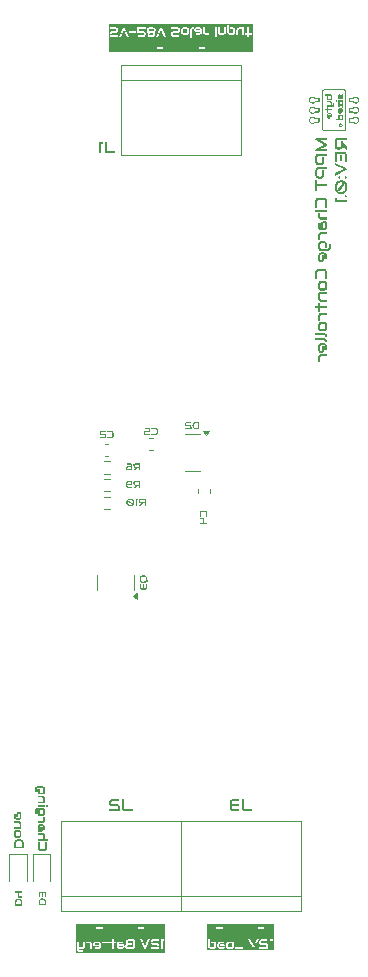
<source format=gbr>
%TF.GenerationSoftware,KiCad,Pcbnew,8.0.0*%
%TF.CreationDate,2024-05-24T13:22:15-04:00*%
%TF.ProjectId,MPPT Charge Controller,4d505054-2043-4686-9172-676520436f6e,0.1*%
%TF.SameCoordinates,Original*%
%TF.FileFunction,Legend,Bot*%
%TF.FilePolarity,Positive*%
%FSLAX46Y46*%
G04 Gerber Fmt 4.6, Leading zero omitted, Abs format (unit mm)*
G04 Created by KiCad (PCBNEW 8.0.0) date 2024-05-24 13:22:15*
%MOMM*%
%LPD*%
G01*
G04 APERTURE LIST*
%ADD10C,0.100000*%
%ADD11C,0.150000*%
%ADD12C,0.000000*%
%ADD13C,0.120000*%
G04 APERTURE END LIST*
D10*
G36*
X122400218Y-71500279D02*
G01*
X122400218Y-71320272D01*
X121813546Y-71320272D01*
X122370664Y-71003489D01*
X122402904Y-70971004D01*
X122413895Y-70926064D01*
X122402904Y-70882344D01*
X122370664Y-70850348D01*
X121813546Y-70532344D01*
X122400218Y-70532344D01*
X122400218Y-70353803D01*
X121491390Y-70353803D01*
X121444088Y-70366670D01*
X121436435Y-70371877D01*
X121406515Y-70412535D01*
X121404195Y-70419748D01*
X121401753Y-70448569D01*
X121407859Y-70476413D01*
X121422269Y-70500837D01*
X121444739Y-70519399D01*
X122151578Y-70926064D01*
X121444739Y-71332728D01*
X121410599Y-71369433D01*
X121407615Y-71376203D01*
X121402282Y-71424928D01*
X121404195Y-71434333D01*
X121430696Y-71476915D01*
X121436435Y-71481716D01*
X121481869Y-71499825D01*
X121491390Y-71500279D01*
X122400218Y-71500279D01*
G37*
G36*
X121827224Y-72682658D02*
G01*
X121878341Y-72679760D01*
X121927507Y-72670221D01*
X121936645Y-72667515D01*
X121984406Y-72648393D01*
X122021397Y-72626482D01*
X122059290Y-72595081D01*
X122084167Y-72567131D01*
X122111843Y-72526073D01*
X122126910Y-72496789D01*
X122143930Y-72450612D01*
X122150846Y-72422540D01*
X122157678Y-72373235D01*
X122158417Y-72352198D01*
X122158417Y-71948220D01*
X121979876Y-71948220D01*
X121979876Y-72352198D01*
X121970227Y-72401833D01*
X121965709Y-72414235D01*
X121939877Y-72456978D01*
X121935179Y-72462107D01*
X121893788Y-72490986D01*
X121888773Y-72493126D01*
X121839881Y-72503730D01*
X121827224Y-72504117D01*
X121746135Y-72504117D01*
X121697132Y-72493920D01*
X121684586Y-72489462D01*
X121641550Y-72464244D01*
X121636470Y-72459665D01*
X121607391Y-72418958D01*
X121605207Y-72413991D01*
X121594131Y-72365012D01*
X121593728Y-72352198D01*
X121593728Y-71949685D01*
X121606942Y-71901682D01*
X121612290Y-71895464D01*
X121659374Y-71877064D01*
X121665779Y-71876901D01*
X122400218Y-71876901D01*
X122400218Y-71698115D01*
X121665779Y-71698115D01*
X121613402Y-71702267D01*
X121564568Y-71716025D01*
X121549031Y-71723272D01*
X121505617Y-71751482D01*
X121471606Y-71785799D01*
X121444755Y-71827364D01*
X121428619Y-71867131D01*
X121417403Y-71916927D01*
X121415186Y-71948220D01*
X121415186Y-72352198D01*
X121418131Y-72402647D01*
X121427824Y-72451512D01*
X121430573Y-72460642D01*
X121449886Y-72508525D01*
X121471850Y-72545394D01*
X121503252Y-72583330D01*
X121531201Y-72607920D01*
X121572346Y-72635478D01*
X121601788Y-72650662D01*
X121647869Y-72668103D01*
X121675793Y-72675087D01*
X121725098Y-72681919D01*
X121746135Y-72682658D01*
X121827224Y-72682658D01*
G37*
G36*
X121827224Y-73811060D02*
G01*
X121878341Y-73808162D01*
X121927507Y-73798623D01*
X121936645Y-73795917D01*
X121984406Y-73776795D01*
X122021397Y-73754884D01*
X122059290Y-73723483D01*
X122084167Y-73695533D01*
X122111843Y-73654475D01*
X122126910Y-73625191D01*
X122143930Y-73579014D01*
X122150846Y-73550942D01*
X122157678Y-73501637D01*
X122158417Y-73480600D01*
X122158417Y-73076622D01*
X121979876Y-73076622D01*
X121979876Y-73480600D01*
X121970227Y-73530235D01*
X121965709Y-73542637D01*
X121939877Y-73585380D01*
X121935179Y-73590509D01*
X121893788Y-73619388D01*
X121888773Y-73621528D01*
X121839881Y-73632132D01*
X121827224Y-73632519D01*
X121746135Y-73632519D01*
X121697132Y-73622322D01*
X121684586Y-73617864D01*
X121641550Y-73592646D01*
X121636470Y-73588066D01*
X121607391Y-73547360D01*
X121605207Y-73542393D01*
X121594131Y-73493414D01*
X121593728Y-73480600D01*
X121593728Y-73078087D01*
X121606942Y-73030084D01*
X121612290Y-73023866D01*
X121659374Y-73005466D01*
X121665779Y-73005303D01*
X122400218Y-73005303D01*
X122400218Y-72826517D01*
X121665779Y-72826517D01*
X121613402Y-72830669D01*
X121564568Y-72844427D01*
X121549031Y-72851674D01*
X121505617Y-72879884D01*
X121471606Y-72914200D01*
X121444755Y-72955766D01*
X121428619Y-72995533D01*
X121417403Y-73045329D01*
X121415186Y-73076622D01*
X121415186Y-73480600D01*
X121418131Y-73531049D01*
X121427824Y-73579914D01*
X121430573Y-73589043D01*
X121449886Y-73636927D01*
X121471850Y-73673796D01*
X121503252Y-73711732D01*
X121531201Y-73736322D01*
X121572346Y-73763880D01*
X121601788Y-73779064D01*
X121647869Y-73796505D01*
X121675793Y-73803489D01*
X121725098Y-73810321D01*
X121746135Y-73811060D01*
X121827224Y-73811060D01*
G37*
G36*
X121593728Y-74848115D02*
G01*
X121593728Y-74454396D01*
X122400218Y-74454396D01*
X122400218Y-74275854D01*
X121593728Y-74275854D01*
X121593728Y-73881646D01*
X121415186Y-73881646D01*
X121415186Y-74848115D01*
X121593728Y-74848115D01*
G37*
G36*
X122400218Y-76296475D02*
G01*
X122400218Y-75652163D01*
X122395066Y-75602475D01*
X122394356Y-75598918D01*
X122379943Y-75551217D01*
X122376282Y-75542498D01*
X122351364Y-75498864D01*
X122344286Y-75489253D01*
X122308687Y-75453141D01*
X122296903Y-75444312D01*
X122252335Y-75420262D01*
X122232423Y-75413049D01*
X122182696Y-75402974D01*
X122149380Y-75401325D01*
X121665779Y-75401325D01*
X121616306Y-75406477D01*
X121612779Y-75407187D01*
X121565078Y-75421600D01*
X121556358Y-75425261D01*
X121512725Y-75450340D01*
X121503114Y-75457501D01*
X121468309Y-75491939D01*
X121458173Y-75505373D01*
X121434024Y-75549814D01*
X121426910Y-75569609D01*
X121416835Y-75618915D01*
X121415186Y-75652163D01*
X121415186Y-76296475D01*
X121593728Y-76296475D01*
X121593728Y-75652163D01*
X121606942Y-75604636D01*
X121612290Y-75598429D01*
X121658425Y-75580397D01*
X121667245Y-75580111D01*
X122149380Y-75580111D01*
X122196540Y-75593500D01*
X122202869Y-75598918D01*
X122221511Y-75645843D01*
X122221676Y-75652163D01*
X122221676Y-76296475D01*
X122400218Y-76296475D01*
G37*
G36*
X122400218Y-77265631D02*
G01*
X122400218Y-77087090D01*
X121907580Y-77087090D01*
X121859361Y-77073252D01*
X121854579Y-77069016D01*
X121836422Y-77022056D01*
X121836261Y-77015526D01*
X121836261Y-76693370D01*
X121657719Y-76693370D01*
X121657719Y-77015526D01*
X121662871Y-77065515D01*
X121663581Y-77069016D01*
X121677929Y-77116478D01*
X121681655Y-77125191D01*
X121706573Y-77168825D01*
X121713651Y-77178436D01*
X121749250Y-77214250D01*
X121761034Y-77222889D01*
X121805475Y-77246714D01*
X121825270Y-77253907D01*
X121874481Y-77263982D01*
X121907580Y-77265631D01*
X122400218Y-77265631D01*
G37*
G36*
X122400218Y-76621318D02*
G01*
X122400218Y-76442533D01*
X121343623Y-76442533D01*
X121343623Y-76621318D01*
X122400218Y-76621318D01*
G37*
G36*
X122154265Y-78190334D02*
G01*
X122202961Y-78185182D01*
X122234377Y-78177145D01*
X122280727Y-78157405D01*
X122314000Y-78134891D01*
X122349617Y-78098909D01*
X122375549Y-78058688D01*
X122393255Y-78010216D01*
X122399832Y-77960914D01*
X122400218Y-77944382D01*
X122400218Y-77622226D01*
X122395161Y-77573530D01*
X122387273Y-77542114D01*
X122367412Y-77495883D01*
X122345019Y-77462491D01*
X122308915Y-77426873D01*
X122268815Y-77400942D01*
X122220168Y-77383235D01*
X122170801Y-77376658D01*
X122154265Y-77376273D01*
X122105474Y-77381330D01*
X122073909Y-77389218D01*
X122027361Y-77409079D01*
X121994042Y-77431472D01*
X121958303Y-77467576D01*
X121932492Y-77507676D01*
X121914611Y-77556323D01*
X121907969Y-77605690D01*
X121907580Y-77622226D01*
X121907580Y-77944382D01*
X122078061Y-77944382D01*
X122078061Y-77622226D01*
X122092895Y-77573891D01*
X122100532Y-77565806D01*
X122145689Y-77546505D01*
X122155730Y-77546022D01*
X122202328Y-77561178D01*
X122210197Y-77568981D01*
X122229259Y-77613983D01*
X122229736Y-77623691D01*
X122229736Y-77944382D01*
X122215225Y-77992555D01*
X122207754Y-78000558D01*
X122162835Y-78020097D01*
X122152799Y-78020586D01*
X121903672Y-78020586D01*
X121856193Y-78006235D01*
X121847984Y-77998848D01*
X121827548Y-77952446D01*
X121827224Y-77944382D01*
X121827224Y-77552128D01*
X121657719Y-77552128D01*
X121657719Y-77944382D01*
X121662871Y-77992982D01*
X121670908Y-78024249D01*
X121690649Y-78070600D01*
X121713162Y-78103872D01*
X121749145Y-78139612D01*
X121789366Y-78165422D01*
X121837838Y-78183303D01*
X121887140Y-78189945D01*
X121903672Y-78190334D01*
X122154265Y-78190334D01*
G37*
G36*
X121836261Y-78988032D02*
G01*
X121836261Y-78586008D01*
X121848354Y-78538641D01*
X121854579Y-78531053D01*
X121901179Y-78512896D01*
X121907580Y-78512735D01*
X122400218Y-78512735D01*
X122400218Y-78333949D01*
X121907580Y-78333949D01*
X121856411Y-78338082D01*
X121825270Y-78345673D01*
X121779271Y-78365487D01*
X121761034Y-78376936D01*
X121723940Y-78409542D01*
X121713651Y-78421877D01*
X121686575Y-78464766D01*
X121681655Y-78475122D01*
X121665504Y-78522629D01*
X121663581Y-78531542D01*
X121657771Y-78580127D01*
X121657719Y-78584787D01*
X121657719Y-78988032D01*
X121836261Y-78988032D01*
G37*
G36*
X122471781Y-79906140D02*
G01*
X122520501Y-79902431D01*
X122554335Y-79894417D01*
X122600774Y-79874718D01*
X122619059Y-79863398D01*
X122656153Y-79831112D01*
X122666442Y-79818702D01*
X122693357Y-79775812D01*
X122698194Y-79765457D01*
X122714519Y-79718187D01*
X122716512Y-79709281D01*
X122722322Y-79660094D01*
X122722374Y-79655303D01*
X122722374Y-79333147D01*
X122543832Y-79333147D01*
X122543832Y-79655303D01*
X122530617Y-79703500D01*
X122525270Y-79709525D01*
X122478186Y-79727198D01*
X122471781Y-79727355D01*
X121907580Y-79727355D01*
X121859361Y-79713704D01*
X121854579Y-79709525D01*
X121836547Y-79664111D01*
X121836261Y-79655303D01*
X121836261Y-79333147D01*
X121851782Y-79285916D01*
X121856533Y-79280879D01*
X121901902Y-79261995D01*
X121907580Y-79261828D01*
X122149380Y-79261828D01*
X122196907Y-79274869D01*
X122203114Y-79280146D01*
X122221386Y-79325907D01*
X122221676Y-79334612D01*
X122221676Y-79655303D01*
X122400218Y-79655303D01*
X122400218Y-79333147D01*
X122395066Y-79282943D01*
X122394356Y-79279413D01*
X122379943Y-79232189D01*
X122376282Y-79223482D01*
X122351364Y-79179923D01*
X122344286Y-79170237D01*
X122308687Y-79134274D01*
X122296903Y-79125540D01*
X122252335Y-79101940D01*
X122232423Y-79094766D01*
X122182696Y-79084691D01*
X122149380Y-79083042D01*
X121907580Y-79083042D01*
X121857591Y-79088194D01*
X121854090Y-79088904D01*
X121806866Y-79103317D01*
X121798159Y-79106978D01*
X121754525Y-79131895D01*
X121744914Y-79138974D01*
X121708951Y-79174656D01*
X121700218Y-79186357D01*
X121676518Y-79230798D01*
X121669443Y-79250593D01*
X121659368Y-79300014D01*
X121657719Y-79333147D01*
X121657719Y-79655303D01*
X121662534Y-79703951D01*
X121663581Y-79709281D01*
X121677929Y-79756808D01*
X121681655Y-79765457D01*
X121706573Y-79809090D01*
X121713651Y-79818702D01*
X121749250Y-79854748D01*
X121761034Y-79863398D01*
X121805475Y-79887223D01*
X121825270Y-79894417D01*
X121874481Y-79904492D01*
X121907580Y-79906140D01*
X122471781Y-79906140D01*
G37*
G36*
X121903672Y-80863328D02*
G01*
X121954707Y-80857648D01*
X121983539Y-80850139D01*
X122029967Y-80830398D01*
X122063407Y-80807885D01*
X122098955Y-80771903D01*
X122124712Y-80731681D01*
X122142418Y-80683210D01*
X122148995Y-80633908D01*
X122149380Y-80617376D01*
X122149380Y-80295219D01*
X121979876Y-80295219D01*
X121979876Y-80617376D01*
X121965203Y-80665549D01*
X121957649Y-80673551D01*
X121912254Y-80693090D01*
X121902206Y-80693579D01*
X121855212Y-80678907D01*
X121847252Y-80671353D01*
X121827537Y-80625165D01*
X121827224Y-80617376D01*
X121827224Y-80295219D01*
X121842058Y-80246885D01*
X121849694Y-80238799D01*
X121894851Y-80219499D01*
X121904893Y-80219016D01*
X122154265Y-80219016D01*
X122201892Y-80233688D01*
X122209952Y-80241242D01*
X122229253Y-80286637D01*
X122229736Y-80296685D01*
X122229736Y-80617376D01*
X122400218Y-80617376D01*
X122400218Y-80295219D01*
X122395161Y-80246523D01*
X122387273Y-80215108D01*
X122367412Y-80168877D01*
X122345019Y-80135484D01*
X122308915Y-80099867D01*
X122268815Y-80073935D01*
X122220168Y-80056229D01*
X122170801Y-80049652D01*
X122154265Y-80049267D01*
X121903672Y-80049267D01*
X121854976Y-80054323D01*
X121823560Y-80062212D01*
X121777209Y-80082073D01*
X121743937Y-80104466D01*
X121708198Y-80140639D01*
X121682388Y-80180914D01*
X121664681Y-80229507D01*
X121658105Y-80278741D01*
X121657719Y-80295219D01*
X121657719Y-80617376D01*
X121662871Y-80666072D01*
X121670908Y-80697487D01*
X121690649Y-80743838D01*
X121713162Y-80777110D01*
X121749145Y-80812850D01*
X121789366Y-80838660D01*
X121837838Y-80856366D01*
X121887140Y-80862943D01*
X121903672Y-80863328D01*
G37*
G36*
X122400218Y-82336113D02*
G01*
X122400218Y-81691800D01*
X122395066Y-81642112D01*
X122394356Y-81638555D01*
X122379943Y-81590854D01*
X122376282Y-81582135D01*
X122351364Y-81538501D01*
X122344286Y-81528890D01*
X122308687Y-81492778D01*
X122296903Y-81483949D01*
X122252335Y-81459899D01*
X122232423Y-81452686D01*
X122182696Y-81442611D01*
X122149380Y-81440963D01*
X121665779Y-81440963D01*
X121616306Y-81446115D01*
X121612779Y-81446824D01*
X121565078Y-81461237D01*
X121556358Y-81464898D01*
X121512725Y-81489977D01*
X121503114Y-81497138D01*
X121468309Y-81531577D01*
X121458173Y-81545010D01*
X121434024Y-81589451D01*
X121426910Y-81609246D01*
X121416835Y-81658552D01*
X121415186Y-81691800D01*
X121415186Y-82336113D01*
X121593728Y-82336113D01*
X121593728Y-81691800D01*
X121606942Y-81644273D01*
X121612290Y-81638066D01*
X121658425Y-81620035D01*
X121667245Y-81619748D01*
X122149380Y-81619748D01*
X122196540Y-81633137D01*
X122202869Y-81638555D01*
X122221511Y-81685480D01*
X122221676Y-81691800D01*
X122221676Y-82336113D01*
X122400218Y-82336113D01*
G37*
G36*
X122170532Y-82456161D02*
G01*
X122220615Y-82463507D01*
X122266617Y-82480704D01*
X122307403Y-82506972D01*
X122344286Y-82543230D01*
X122367180Y-82577191D01*
X122387273Y-82624563D01*
X122395161Y-82656574D01*
X122400218Y-82705652D01*
X122400218Y-83027808D01*
X122400166Y-83032599D01*
X122394356Y-83081786D01*
X122392369Y-83090692D01*
X122376282Y-83137962D01*
X122371362Y-83148317D01*
X122344286Y-83191207D01*
X122333997Y-83203617D01*
X122296903Y-83235903D01*
X122278642Y-83247223D01*
X122232423Y-83266922D01*
X122198376Y-83274936D01*
X122149380Y-83278646D01*
X121907580Y-83278646D01*
X121875971Y-83276429D01*
X121826003Y-83265212D01*
X121786236Y-83249077D01*
X121744670Y-83222226D01*
X121710293Y-83188032D01*
X121682388Y-83144556D01*
X121675281Y-83129019D01*
X121661791Y-83080186D01*
X121657719Y-83027808D01*
X121836261Y-83027808D01*
X121836417Y-83034255D01*
X121854090Y-83081297D01*
X121861455Y-83087606D01*
X121909045Y-83099860D01*
X122149380Y-83099860D01*
X122155829Y-83099703D01*
X122203114Y-83082030D01*
X122208461Y-83076005D01*
X122221676Y-83027808D01*
X122221676Y-82707117D01*
X122221386Y-82698412D01*
X122203114Y-82652651D01*
X122196907Y-82647374D01*
X122149380Y-82634333D01*
X121907580Y-82634333D01*
X121901179Y-82634494D01*
X121854579Y-82652651D01*
X121849302Y-82658875D01*
X121836261Y-82707117D01*
X121836261Y-83027808D01*
X121657719Y-83027808D01*
X121657719Y-82705652D01*
X121659896Y-82674359D01*
X121670908Y-82624563D01*
X121686747Y-82584796D01*
X121713651Y-82543230D01*
X121747967Y-82508914D01*
X121791320Y-82480704D01*
X121806716Y-82473457D01*
X121855283Y-82459699D01*
X121907580Y-82455547D01*
X122149380Y-82455547D01*
X122170532Y-82456161D01*
G37*
G36*
X122400218Y-84248290D02*
G01*
X122400218Y-84069504D01*
X121987936Y-84069504D01*
X121939530Y-84062772D01*
X121925165Y-84057536D01*
X121883917Y-84031081D01*
X121877538Y-84024808D01*
X121849782Y-83983294D01*
X121847007Y-83976448D01*
X121836639Y-83928299D01*
X121836261Y-83916364D01*
X121836261Y-83603733D01*
X122400218Y-83603733D01*
X122400218Y-83425191D01*
X121746135Y-83425191D01*
X121711697Y-83432030D01*
X121683365Y-83451325D01*
X121664558Y-83480146D01*
X121657719Y-83515317D01*
X121657719Y-83917829D01*
X121661631Y-83968174D01*
X121665291Y-83988904D01*
X121679225Y-84037635D01*
X121689715Y-84062909D01*
X121714101Y-84107579D01*
X121732213Y-84133007D01*
X121766628Y-84169987D01*
X121794739Y-84192114D01*
X121839588Y-84217840D01*
X121879492Y-84233147D01*
X121927284Y-84244016D01*
X121976731Y-84248157D01*
X121987936Y-84248290D01*
X122400218Y-84248290D01*
G37*
G36*
X121836261Y-85053070D02*
G01*
X121836261Y-84741172D01*
X122400218Y-84741172D01*
X122400218Y-84560432D01*
X121836261Y-84560432D01*
X121836261Y-84328401D01*
X121657719Y-84328401D01*
X121657719Y-84560432D01*
X121415186Y-84560432D01*
X121415186Y-84741172D01*
X121657719Y-84741172D01*
X121657719Y-85053070D01*
X121836261Y-85053070D01*
G37*
G36*
X121836261Y-85812177D02*
G01*
X121836261Y-85410153D01*
X121848354Y-85362786D01*
X121854579Y-85355198D01*
X121901179Y-85337041D01*
X121907580Y-85336880D01*
X122400218Y-85336880D01*
X122400218Y-85158094D01*
X121907580Y-85158094D01*
X121856411Y-85162227D01*
X121825270Y-85169818D01*
X121779271Y-85189632D01*
X121761034Y-85201081D01*
X121723940Y-85233688D01*
X121713651Y-85246022D01*
X121686575Y-85288911D01*
X121681655Y-85299267D01*
X121665504Y-85346775D01*
X121663581Y-85355687D01*
X121657771Y-85404272D01*
X121657719Y-85408932D01*
X121657719Y-85812177D01*
X121836261Y-85812177D01*
G37*
G36*
X122170532Y-85907801D02*
G01*
X122220615Y-85915147D01*
X122266617Y-85932344D01*
X122307403Y-85958612D01*
X122344286Y-85994870D01*
X122367180Y-86028831D01*
X122387273Y-86076203D01*
X122395161Y-86108214D01*
X122400218Y-86157292D01*
X122400218Y-86479448D01*
X122400166Y-86484239D01*
X122394356Y-86533426D01*
X122392369Y-86542332D01*
X122376282Y-86589602D01*
X122371362Y-86599957D01*
X122344286Y-86642847D01*
X122333997Y-86655257D01*
X122296903Y-86687543D01*
X122278642Y-86698863D01*
X122232423Y-86718562D01*
X122198376Y-86726576D01*
X122149380Y-86730286D01*
X121907580Y-86730286D01*
X121875971Y-86728069D01*
X121826003Y-86716852D01*
X121786236Y-86700716D01*
X121744670Y-86673866D01*
X121710293Y-86639672D01*
X121682388Y-86596196D01*
X121675281Y-86580659D01*
X121661791Y-86531826D01*
X121657719Y-86479448D01*
X121836261Y-86479448D01*
X121836417Y-86485895D01*
X121854090Y-86532937D01*
X121861455Y-86539246D01*
X121909045Y-86551500D01*
X122149380Y-86551500D01*
X122155829Y-86551343D01*
X122203114Y-86533670D01*
X122208461Y-86527645D01*
X122221676Y-86479448D01*
X122221676Y-86158757D01*
X122221386Y-86150052D01*
X122203114Y-86104291D01*
X122196907Y-86099014D01*
X122149380Y-86085973D01*
X121907580Y-86085973D01*
X121901179Y-86086134D01*
X121854579Y-86104291D01*
X121849302Y-86110515D01*
X121836261Y-86158757D01*
X121836261Y-86479448D01*
X121657719Y-86479448D01*
X121657719Y-86157292D01*
X121659896Y-86125999D01*
X121670908Y-86076203D01*
X121686747Y-86036436D01*
X121713651Y-85994870D01*
X121747967Y-85960554D01*
X121791320Y-85932344D01*
X121806716Y-85925097D01*
X121855283Y-85911339D01*
X121907580Y-85907187D01*
X122149380Y-85907187D01*
X122170532Y-85907801D01*
G37*
G36*
X122400218Y-87203140D02*
G01*
X122400218Y-87123517D01*
X122395161Y-87073275D01*
X122387273Y-87041207D01*
X122367180Y-86994075D01*
X122344286Y-86959874D01*
X122307403Y-86923494D01*
X122266617Y-86897348D01*
X122220615Y-86880484D01*
X122170532Y-86873281D01*
X122149380Y-86872679D01*
X121343623Y-86872679D01*
X121343623Y-87051465D01*
X122149380Y-87051465D01*
X122196985Y-87067173D01*
X122202137Y-87071981D01*
X122221504Y-87117793D01*
X122221676Y-87123517D01*
X122221676Y-87203140D01*
X122400218Y-87203140D01*
G37*
G36*
X122400218Y-87641800D02*
G01*
X122400218Y-87562177D01*
X122395161Y-87511935D01*
X122387273Y-87479867D01*
X122367180Y-87432735D01*
X122344286Y-87398534D01*
X122307403Y-87362154D01*
X122266617Y-87336008D01*
X122220615Y-87319145D01*
X122170532Y-87311942D01*
X122149380Y-87311339D01*
X121343623Y-87311339D01*
X121343623Y-87490125D01*
X122149380Y-87490125D01*
X122196985Y-87505833D01*
X122202137Y-87510642D01*
X122221504Y-87556453D01*
X122221676Y-87562177D01*
X122221676Y-87641800D01*
X122400218Y-87641800D01*
G37*
G36*
X121903672Y-88553070D02*
G01*
X121954707Y-88547390D01*
X121983539Y-88539881D01*
X122029967Y-88520140D01*
X122063407Y-88497627D01*
X122098955Y-88461644D01*
X122124712Y-88421423D01*
X122142418Y-88372951D01*
X122148995Y-88323650D01*
X122149380Y-88307117D01*
X122149380Y-87984961D01*
X121979876Y-87984961D01*
X121979876Y-88307117D01*
X121965203Y-88355291D01*
X121957649Y-88363293D01*
X121912254Y-88382832D01*
X121902206Y-88383321D01*
X121855212Y-88368649D01*
X121847252Y-88361095D01*
X121827537Y-88314906D01*
X121827224Y-88307117D01*
X121827224Y-87984961D01*
X121842058Y-87936627D01*
X121849694Y-87928541D01*
X121894851Y-87909240D01*
X121904893Y-87908757D01*
X122154265Y-87908757D01*
X122201892Y-87923430D01*
X122209952Y-87930983D01*
X122229253Y-87976379D01*
X122229736Y-87986427D01*
X122229736Y-88307117D01*
X122400218Y-88307117D01*
X122400218Y-87984961D01*
X122395161Y-87936265D01*
X122387273Y-87904849D01*
X122367412Y-87858619D01*
X122345019Y-87825226D01*
X122308915Y-87789609D01*
X122268815Y-87763677D01*
X122220168Y-87745971D01*
X122170801Y-87739394D01*
X122154265Y-87739009D01*
X121903672Y-87739009D01*
X121854976Y-87744065D01*
X121823560Y-87751953D01*
X121777209Y-87771814D01*
X121743937Y-87794207D01*
X121708198Y-87830380D01*
X121682388Y-87870655D01*
X121664681Y-87919249D01*
X121658105Y-87968482D01*
X121657719Y-87984961D01*
X121657719Y-88307117D01*
X121662871Y-88355813D01*
X121670908Y-88387229D01*
X121690649Y-88433580D01*
X121713162Y-88466852D01*
X121749145Y-88502591D01*
X121789366Y-88528401D01*
X121837838Y-88546108D01*
X121887140Y-88552685D01*
X121903672Y-88553070D01*
G37*
G36*
X121836261Y-89318527D02*
G01*
X121836261Y-88916503D01*
X121848354Y-88869136D01*
X121854579Y-88861549D01*
X121901179Y-88843391D01*
X121907580Y-88843230D01*
X122400218Y-88843230D01*
X122400218Y-88664445D01*
X121907580Y-88664445D01*
X121856411Y-88668578D01*
X121825270Y-88676168D01*
X121779271Y-88695983D01*
X121761034Y-88707431D01*
X121723940Y-88740038D01*
X121713651Y-88752372D01*
X121686575Y-88795262D01*
X121681655Y-88805617D01*
X121665504Y-88853125D01*
X121663581Y-88862037D01*
X121657771Y-88910622D01*
X121657719Y-88915282D01*
X121657719Y-89318527D01*
X121836261Y-89318527D01*
G37*
G36*
X123426135Y-71338101D02*
G01*
X123477253Y-71335203D01*
X123526418Y-71325665D01*
X123535556Y-71322958D01*
X123583439Y-71303836D01*
X123620308Y-71281926D01*
X123658201Y-71250524D01*
X123683079Y-71222575D01*
X123710841Y-71181634D01*
X123726065Y-71152233D01*
X123743506Y-71106055D01*
X123750490Y-71077983D01*
X123757322Y-71028678D01*
X123758061Y-71007641D01*
X124080218Y-71380600D01*
X124080218Y-71104605D01*
X123758061Y-70732135D01*
X123758061Y-70603663D01*
X123579520Y-70603663D01*
X123579520Y-71007641D01*
X123569872Y-71056728D01*
X123565354Y-71069190D01*
X123539521Y-71112120D01*
X123534823Y-71117306D01*
X123493432Y-71146427D01*
X123488417Y-71148569D01*
X123439041Y-71159173D01*
X123426135Y-71159560D01*
X123313539Y-71159560D01*
X123290580Y-71155652D01*
X123279101Y-71146127D01*
X123274460Y-71133670D01*
X123273728Y-71121702D01*
X123273728Y-70532344D01*
X124080218Y-70532344D01*
X124080218Y-70353803D01*
X123185067Y-70353803D01*
X123150141Y-70360642D01*
X123121320Y-70379448D01*
X123102025Y-70407780D01*
X123095186Y-70443684D01*
X123095186Y-71121702D01*
X123099347Y-71170462D01*
X123114291Y-71217372D01*
X123116924Y-71222575D01*
X123144659Y-71264065D01*
X123171146Y-71289497D01*
X123213850Y-71316135D01*
X123241488Y-71326622D01*
X123291233Y-71336980D01*
X123312318Y-71338101D01*
X123426135Y-71338101D01*
G37*
G36*
X123677705Y-72321423D02*
G01*
X123677705Y-71757466D01*
X123497698Y-71757466D01*
X123497698Y-72321423D01*
X123677705Y-72321423D01*
G37*
G36*
X124080218Y-72401779D02*
G01*
X124080218Y-71757466D01*
X124075161Y-71708389D01*
X124067273Y-71676378D01*
X124047180Y-71628928D01*
X124024286Y-71594801D01*
X123987403Y-71558542D01*
X123946617Y-71532274D01*
X123900615Y-71515244D01*
X123850532Y-71507970D01*
X123829380Y-71507362D01*
X123185067Y-71507362D01*
X123150141Y-71514200D01*
X123121320Y-71533007D01*
X123102025Y-71561584D01*
X123095186Y-71597243D01*
X123095186Y-72401779D01*
X123273728Y-72401779D01*
X123273728Y-71685903D01*
X123829380Y-71685903D01*
X123876907Y-71699118D01*
X123883114Y-71704466D01*
X123901386Y-71750040D01*
X123901676Y-71758688D01*
X123901676Y-72401779D01*
X124080218Y-72401779D01*
G37*
G36*
X123095186Y-73554361D02*
G01*
X124045291Y-73087857D01*
X124080462Y-73055129D01*
X124093895Y-73007501D01*
X124080462Y-72960362D01*
X124045291Y-72927145D01*
X123095186Y-72461374D01*
X123095186Y-72661165D01*
X123804712Y-73007501D01*
X123095186Y-73355059D01*
X123095186Y-73554361D01*
G37*
G36*
X123990336Y-73790300D02*
G01*
X124025019Y-73782972D01*
X124053107Y-73763921D01*
X124071913Y-73735589D01*
X124078752Y-73701639D01*
X124071913Y-73666957D01*
X124053107Y-73638869D01*
X124025019Y-73620062D01*
X123990336Y-73613224D01*
X123956142Y-73620062D01*
X123928054Y-73638869D01*
X123909003Y-73666957D01*
X123901676Y-73701639D01*
X123909003Y-73735589D01*
X123928054Y-73763921D01*
X123956142Y-73782972D01*
X123990336Y-73790300D01*
G37*
G36*
X123427601Y-73790300D02*
G01*
X123462283Y-73782972D01*
X123490615Y-73763921D01*
X123509422Y-73735589D01*
X123516261Y-73701639D01*
X123509422Y-73666957D01*
X123490615Y-73638869D01*
X123462283Y-73620062D01*
X123427601Y-73613224D01*
X123393651Y-73620062D01*
X123365563Y-73638869D01*
X123346268Y-73666957D01*
X123338940Y-73701639D01*
X123346268Y-73735589D01*
X123365563Y-73763921D01*
X123393651Y-73782972D01*
X123427601Y-73790300D01*
G37*
G36*
X123766121Y-74192812D02*
G01*
X123798605Y-74206489D01*
X123828159Y-74238729D01*
X123838417Y-74280739D01*
X123834998Y-74306140D01*
X123822541Y-74330321D01*
X123500385Y-74812456D01*
X123475472Y-74838101D01*
X123443721Y-74851535D01*
X123409527Y-74851535D01*
X123376798Y-74837857D01*
X123352130Y-74812700D01*
X123338940Y-74781193D01*
X123338940Y-74746755D01*
X123352862Y-74714270D01*
X123675019Y-74230669D01*
X123700176Y-74205024D01*
X123731683Y-74192323D01*
X123766121Y-74192812D01*
G37*
G36*
X123682976Y-73949298D02*
G01*
X123733993Y-73953926D01*
X123782485Y-73964445D01*
X123789201Y-73966417D01*
X123837562Y-73984309D01*
X123882381Y-74007676D01*
X123888084Y-74011197D01*
X123928549Y-74040224D01*
X123964935Y-74073866D01*
X123969442Y-74078717D01*
X124000569Y-74116867D01*
X124026973Y-74158129D01*
X124030132Y-74163861D01*
X124050912Y-74208312D01*
X124066540Y-74255338D01*
X124068196Y-74261790D01*
X124077212Y-74310852D01*
X124080218Y-74361095D01*
X124080218Y-74683251D01*
X124080164Y-74689959D01*
X124076357Y-74739654D01*
X124066540Y-74788276D01*
X124064754Y-74794695D01*
X124048439Y-74841378D01*
X124026973Y-74885484D01*
X124023725Y-74891195D01*
X123996691Y-74932135D01*
X123964935Y-74969748D01*
X123960319Y-74974531D01*
X123923389Y-75007786D01*
X123882381Y-75036427D01*
X123876610Y-75039888D01*
X123831319Y-75062686D01*
X123782485Y-75079902D01*
X123768888Y-75083565D01*
X123719674Y-75092541D01*
X123667936Y-75095533D01*
X123507224Y-75095533D01*
X123492241Y-75095289D01*
X123441364Y-75090587D01*
X123392918Y-75079902D01*
X123386202Y-75077929D01*
X123337842Y-75059968D01*
X123293023Y-75036427D01*
X123287291Y-75032875D01*
X123246733Y-75003619D01*
X123210469Y-74969748D01*
X123205962Y-74964925D01*
X123174835Y-74926869D01*
X123148431Y-74885484D01*
X123145243Y-74879752D01*
X123124370Y-74835302D01*
X123108864Y-74788276D01*
X123107207Y-74781855D01*
X123098191Y-74733090D01*
X123095186Y-74683251D01*
X123273728Y-74683251D01*
X123276406Y-74722802D01*
X123289603Y-74771179D01*
X123306727Y-74805974D01*
X123336987Y-74844940D01*
X123368628Y-74872146D01*
X123411236Y-74896231D01*
X123456849Y-74910703D01*
X123507224Y-74915526D01*
X123667936Y-74915526D01*
X123714021Y-74911877D01*
X123761969Y-74898918D01*
X123794762Y-74883324D01*
X123835730Y-74852267D01*
X123860134Y-74823336D01*
X123884090Y-74778995D01*
X123897280Y-74733688D01*
X123901676Y-74683251D01*
X123901676Y-74361095D01*
X123899045Y-74321618D01*
X123886044Y-74272923D01*
X123868847Y-74237821D01*
X123838906Y-74198185D01*
X123809594Y-74172453D01*
X123764900Y-74146650D01*
X123719043Y-74132362D01*
X123667936Y-74127599D01*
X123507224Y-74127599D01*
X123459278Y-74131892D01*
X123410259Y-74147138D01*
X123374529Y-74166713D01*
X123336010Y-74199162D01*
X123311887Y-74229623D01*
X123289115Y-74274145D01*
X123278236Y-74311584D01*
X123273728Y-74361095D01*
X123273728Y-74683251D01*
X123095186Y-74683251D01*
X123095186Y-74361095D01*
X123095305Y-74350985D01*
X123099479Y-74301206D01*
X123109616Y-74252715D01*
X123125716Y-74205512D01*
X123129627Y-74196268D01*
X123152015Y-74152080D01*
X123179125Y-74111280D01*
X123210957Y-74073866D01*
X123217848Y-74066842D01*
X123254795Y-74034413D01*
X123295892Y-74006468D01*
X123341139Y-73983007D01*
X123355423Y-73976940D01*
X123404958Y-73961026D01*
X123457451Y-73951743D01*
X123507224Y-73949057D01*
X123667936Y-73949057D01*
X123682976Y-73949298D01*
G37*
G36*
X123990336Y-75386182D02*
G01*
X124025019Y-75378855D01*
X124053107Y-75359804D01*
X124071913Y-75331716D01*
X124078752Y-75297766D01*
X124071913Y-75263084D01*
X124053107Y-75234752D01*
X124025019Y-75215945D01*
X123990336Y-75209106D01*
X123956142Y-75215945D01*
X123928054Y-75234752D01*
X123909003Y-75263084D01*
X123901676Y-75297766D01*
X123909003Y-75331716D01*
X123928054Y-75359804D01*
X123956142Y-75378855D01*
X123990336Y-75386182D01*
G37*
G36*
X124080218Y-75807745D02*
G01*
X124080218Y-75628471D01*
X123273728Y-75628471D01*
X123273728Y-75467027D01*
X123095186Y-75467027D01*
X123095186Y-75807745D01*
X124080218Y-75807745D01*
G37*
D11*
G36*
X97918000Y-129983251D02*
G01*
X97918000Y-130504954D01*
X97921851Y-130544514D01*
X97922689Y-130548917D01*
X97934110Y-130586632D01*
X97937734Y-130595226D01*
X97957307Y-130629873D01*
X97964113Y-130639190D01*
X97992286Y-130667913D01*
X98003387Y-130676314D01*
X98038507Y-130695566D01*
X98056729Y-130702302D01*
X98095381Y-130710296D01*
X98124922Y-130711876D01*
X98511803Y-130711876D01*
X98551202Y-130708025D01*
X98555571Y-130707187D01*
X98593286Y-130695766D01*
X98601879Y-130692141D01*
X98636593Y-130672449D01*
X98645843Y-130665568D01*
X98674566Y-130637028D01*
X98682968Y-130625903D01*
X98702304Y-130590968D01*
X98708956Y-130572951D01*
X98716950Y-130534463D01*
X98718530Y-130504954D01*
X98718530Y-129983251D01*
X98563191Y-129983251D01*
X98563191Y-130504954D01*
X98550905Y-130542628D01*
X98550100Y-130543446D01*
X98512278Y-130556330D01*
X98510630Y-130556342D01*
X98124922Y-130556342D01*
X98087467Y-130544056D01*
X98086625Y-130543251D01*
X98073338Y-130504954D01*
X98073338Y-129983251D01*
X97918000Y-129983251D01*
G37*
G36*
X97918000Y-129207926D02*
G01*
X97918000Y-129363265D01*
X98318362Y-129363265D01*
X98355658Y-129375001D01*
X98356464Y-129375770D01*
X98369165Y-129414263D01*
X98369165Y-129678240D01*
X98524503Y-129678240D01*
X98524503Y-129414263D01*
X98520652Y-129374443D01*
X98519814Y-129370104D01*
X98508453Y-129332577D01*
X98504769Y-129323991D01*
X98485196Y-129289277D01*
X98478390Y-129280027D01*
X98450217Y-129251341D01*
X98439116Y-129243097D01*
X98404089Y-129224291D01*
X98385969Y-129217696D01*
X98347713Y-129209539D01*
X98318362Y-129207926D01*
X97918000Y-129207926D01*
G37*
G36*
X97918000Y-129723377D02*
G01*
X97918000Y-129878910D01*
X98775780Y-129878910D01*
X98775780Y-129723377D01*
X97918000Y-129723377D01*
G37*
G36*
X98121014Y-128468164D02*
G01*
X98080836Y-128472362D01*
X98054971Y-128478910D01*
X98018828Y-128494134D01*
X97989318Y-128513886D01*
X97961475Y-128541632D01*
X97939808Y-128574387D01*
X97938516Y-128576803D01*
X97924491Y-128614005D01*
X97918500Y-128654243D01*
X97918000Y-128671178D01*
X97918000Y-128928903D01*
X97922197Y-128969081D01*
X97928746Y-128994947D01*
X97943914Y-129030992D01*
X97963526Y-129060599D01*
X97991419Y-129088443D01*
X98024223Y-129110110D01*
X98026639Y-129111402D01*
X98063841Y-129125427D01*
X98104078Y-129131417D01*
X98121014Y-129131918D01*
X98161268Y-129127720D01*
X98187253Y-129121171D01*
X98223548Y-129106003D01*
X98253101Y-129086391D01*
X98281091Y-129058499D01*
X98302807Y-129025695D01*
X98304099Y-129023279D01*
X98318123Y-128986077D01*
X98324114Y-128945839D01*
X98324615Y-128928903D01*
X98324615Y-128664926D01*
X98175725Y-128664926D01*
X98175725Y-128928903D01*
X98162566Y-128966765D01*
X98159702Y-128969545D01*
X98122814Y-128983559D01*
X98119842Y-128983614D01*
X98082564Y-128969188D01*
X98080763Y-128967201D01*
X98066944Y-128930587D01*
X98066890Y-128927731D01*
X98066890Y-128671178D01*
X98079728Y-128633478D01*
X98082521Y-128630732D01*
X98119215Y-128616524D01*
X98122187Y-128616468D01*
X98321489Y-128616468D01*
X98358702Y-128629146D01*
X98361545Y-128631904D01*
X98376336Y-128668231D01*
X98376394Y-128671178D01*
X98376394Y-128991234D01*
X98524503Y-128991234D01*
X98524503Y-128671178D01*
X98520305Y-128631077D01*
X98513757Y-128605331D01*
X98498533Y-128569188D01*
X98478781Y-128539678D01*
X98451035Y-128511688D01*
X98418280Y-128489972D01*
X98415864Y-128488680D01*
X98378662Y-128474655D01*
X98338424Y-128468665D01*
X98321489Y-128468164D01*
X98121014Y-128468164D01*
G37*
G36*
X98369165Y-127830006D02*
G01*
X98369165Y-128157878D01*
X98358002Y-128195682D01*
X98356464Y-128197347D01*
X98318362Y-128210243D01*
X97918000Y-128210243D01*
X97918000Y-128365777D01*
X98318362Y-128365777D01*
X98358314Y-128362748D01*
X98385969Y-128356203D01*
X98422433Y-128340603D01*
X98439116Y-128330215D01*
X98468727Y-128304480D01*
X98478390Y-128293090D01*
X98500033Y-128259230D01*
X98504769Y-128249322D01*
X98517856Y-128211597D01*
X98519814Y-128202818D01*
X98524430Y-128163987D01*
X98524503Y-128158855D01*
X98524503Y-127830006D01*
X98369165Y-127830006D01*
G37*
G36*
X97867002Y-127095519D02*
G01*
X97826926Y-127098610D01*
X97799004Y-127105289D01*
X97762367Y-127120632D01*
X97745662Y-127130885D01*
X97714924Y-127157593D01*
X97706387Y-127167815D01*
X97684744Y-127201861D01*
X97680009Y-127211779D01*
X97667110Y-127249255D01*
X97665159Y-127258087D01*
X97660351Y-127297175D01*
X97660274Y-127302441D01*
X97660274Y-127566419D01*
X97815613Y-127566419D01*
X97815613Y-127302441D01*
X97827899Y-127264353D01*
X97828704Y-127263558D01*
X97867002Y-127251053D01*
X98318362Y-127251053D01*
X98355658Y-127262789D01*
X98356464Y-127263558D01*
X98369152Y-127300795D01*
X98369165Y-127302441D01*
X98369165Y-127560167D01*
X98354706Y-127597487D01*
X98318362Y-127610969D01*
X98124922Y-127610969D01*
X98087064Y-127598866D01*
X98086234Y-127598073D01*
X98073351Y-127560618D01*
X98073338Y-127558994D01*
X98073338Y-127296189D01*
X97918000Y-127296189D01*
X97918000Y-127560167D01*
X97921851Y-127599987D01*
X97922689Y-127604326D01*
X97934110Y-127641852D01*
X97937734Y-127650439D01*
X97957307Y-127684900D01*
X97964113Y-127694207D01*
X97992286Y-127723003D01*
X98003387Y-127731332D01*
X98038507Y-127750231D01*
X98056729Y-127756929D01*
X98095381Y-127764923D01*
X98124922Y-127766503D01*
X98318362Y-127766503D01*
X98358022Y-127762651D01*
X98362326Y-127761813D01*
X98399852Y-127750393D01*
X98408439Y-127746768D01*
X98443153Y-127727195D01*
X98452403Y-127720390D01*
X98481016Y-127692143D01*
X98489332Y-127681116D01*
X98508315Y-127646088D01*
X98514929Y-127627968D01*
X98522923Y-127589549D01*
X98524503Y-127560167D01*
X98524503Y-127302441D01*
X98520652Y-127262461D01*
X98519814Y-127258087D01*
X98508453Y-127220184D01*
X98504769Y-127211583D01*
X98485196Y-127177055D01*
X98478390Y-127167815D01*
X98450217Y-127139128D01*
X98439116Y-127130885D01*
X98404089Y-127111902D01*
X98385969Y-127105289D01*
X98347713Y-127097131D01*
X98318362Y-127095519D01*
X97867002Y-127095519D01*
G37*
G36*
X98634120Y-126823725D02*
G01*
X98634120Y-126979259D01*
X98775780Y-126979259D01*
X98775780Y-126823725D01*
X98634120Y-126823725D01*
G37*
G36*
X97918000Y-126823725D02*
G01*
X97918000Y-126979259D01*
X98524503Y-126979259D01*
X98524503Y-126823725D01*
X97918000Y-126823725D01*
G37*
G36*
X97918000Y-126029839D02*
G01*
X97918000Y-126185372D01*
X98254078Y-126185372D01*
X98293648Y-126191435D01*
X98301754Y-126194556D01*
X98335028Y-126216303D01*
X98337902Y-126219176D01*
X98359394Y-126252001D01*
X98360958Y-126255910D01*
X98369037Y-126295532D01*
X98369165Y-126301632D01*
X98369165Y-126545484D01*
X97918000Y-126545484D01*
X97918000Y-126700822D01*
X98447518Y-126700822D01*
X98477609Y-126694961D01*
X98502228Y-126678157D01*
X98518446Y-126652951D01*
X98524503Y-126622469D01*
X98524503Y-126300460D01*
X98521548Y-126261192D01*
X98518251Y-126242428D01*
X98507702Y-126204310D01*
X98498516Y-126181660D01*
X98479587Y-126146960D01*
X98463540Y-126124409D01*
X98436894Y-126095613D01*
X98412152Y-126075952D01*
X98377533Y-126055859D01*
X98342591Y-126042344D01*
X98303582Y-126033368D01*
X98263222Y-126029948D01*
X98254078Y-126029839D01*
X97918000Y-126029839D01*
G37*
G36*
X97867002Y-125262721D02*
G01*
X97826926Y-125265812D01*
X97799004Y-125272490D01*
X97762367Y-125287834D01*
X97745662Y-125298087D01*
X97714924Y-125324795D01*
X97706387Y-125335016D01*
X97684744Y-125369063D01*
X97680009Y-125378980D01*
X97667110Y-125416457D01*
X97665159Y-125425289D01*
X97660351Y-125464377D01*
X97660274Y-125469643D01*
X97660274Y-125733621D01*
X97815613Y-125733621D01*
X97815613Y-125469643D01*
X97827899Y-125431555D01*
X97828704Y-125430760D01*
X97867002Y-125418254D01*
X98318362Y-125418254D01*
X98355658Y-125429990D01*
X98356464Y-125430760D01*
X98369152Y-125467996D01*
X98369165Y-125469643D01*
X98369165Y-125727368D01*
X98354706Y-125764689D01*
X98318362Y-125778171D01*
X98124922Y-125778171D01*
X98087064Y-125766068D01*
X98086234Y-125765275D01*
X98073351Y-125727819D01*
X98073338Y-125726196D01*
X98073338Y-125463391D01*
X97918000Y-125463391D01*
X97918000Y-125727368D01*
X97921851Y-125767188D01*
X97922689Y-125771527D01*
X97934110Y-125809054D01*
X97937734Y-125817640D01*
X97957307Y-125852101D01*
X97964113Y-125861409D01*
X97992286Y-125890205D01*
X98003387Y-125898534D01*
X98038507Y-125917433D01*
X98056729Y-125924130D01*
X98095381Y-125932124D01*
X98124922Y-125933705D01*
X98318362Y-125933705D01*
X98358022Y-125929853D01*
X98362326Y-125929015D01*
X98399852Y-125917594D01*
X98408439Y-125913970D01*
X98443153Y-125894397D01*
X98452403Y-125887592D01*
X98481016Y-125859345D01*
X98489332Y-125848317D01*
X98508315Y-125813290D01*
X98514929Y-125795170D01*
X98522923Y-125756751D01*
X98524503Y-125727368D01*
X98524503Y-125469643D01*
X98520652Y-125429663D01*
X98519814Y-125425289D01*
X98508453Y-125387385D01*
X98504769Y-125378785D01*
X98485196Y-125344257D01*
X98478390Y-125335016D01*
X98450217Y-125306330D01*
X98439116Y-125298087D01*
X98404089Y-125279104D01*
X98385969Y-125272490D01*
X98347713Y-125264333D01*
X98318362Y-125262721D01*
X97867002Y-125262721D01*
G37*
G36*
X105967313Y-138848661D02*
G01*
X105502079Y-138848661D01*
X105494068Y-138848270D01*
X105486447Y-138845926D01*
X105480781Y-138838696D01*
X105478045Y-138823455D01*
X105478045Y-138797077D01*
X105483592Y-138757318D01*
X105486447Y-138749205D01*
X105507845Y-138715133D01*
X105509699Y-138713253D01*
X105543577Y-138691225D01*
X105546238Y-138690196D01*
X105586073Y-138682190D01*
X105594305Y-138681990D01*
X105922567Y-138681990D01*
X105922567Y-138525479D01*
X105658590Y-138525479D01*
X105618702Y-138520190D01*
X105610523Y-138517468D01*
X105576862Y-138497137D01*
X105573984Y-138494411D01*
X105551956Y-138460877D01*
X105550928Y-138458263D01*
X105543112Y-138418480D01*
X105542916Y-138410196D01*
X105542916Y-138383427D01*
X105566364Y-138358808D01*
X105967313Y-138358808D01*
X105967313Y-138848661D01*
G37*
G36*
X108708484Y-139350614D02*
G01*
X101144802Y-139350614D01*
X101144802Y-138397496D01*
X101233691Y-138397496D01*
X101233691Y-139054997D01*
X101236782Y-139095073D01*
X101243461Y-139122995D01*
X101258804Y-139159632D01*
X101269057Y-139176337D01*
X101295765Y-139207075D01*
X101305987Y-139215612D01*
X101340033Y-139237255D01*
X101349951Y-139241990D01*
X101387169Y-139254889D01*
X101395868Y-139256840D01*
X101434764Y-139261648D01*
X101440027Y-139261725D01*
X101704005Y-139261725D01*
X101704005Y-139106386D01*
X101440027Y-139106386D01*
X101402525Y-139094100D01*
X101401730Y-139093295D01*
X101389225Y-139054997D01*
X101389225Y-139004000D01*
X101433775Y-139004000D01*
X101697752Y-139004000D01*
X101737020Y-139000211D01*
X101765554Y-138993253D01*
X101802278Y-138977919D01*
X101832574Y-138957886D01*
X101861004Y-138929408D01*
X101882866Y-138896054D01*
X101884158Y-138893602D01*
X101898183Y-138855700D01*
X101904174Y-138814477D01*
X101904675Y-138797077D01*
X101904675Y-138397496D01*
X101979316Y-138397496D01*
X101979316Y-138552834D01*
X102307187Y-138552834D01*
X102344991Y-138563997D01*
X102346657Y-138565535D01*
X102359553Y-138603637D01*
X102359553Y-139004000D01*
X102515087Y-139004000D01*
X102515087Y-138603637D01*
X102514850Y-138600510D01*
X102591681Y-138600510D01*
X102595879Y-138640520D01*
X102602428Y-138666358D01*
X102617651Y-138702556D01*
X102637403Y-138732206D01*
X102665149Y-138760050D01*
X102697905Y-138781717D01*
X102700320Y-138783009D01*
X102737522Y-138796900D01*
X102777760Y-138802833D01*
X102794696Y-138803330D01*
X103058674Y-138803330D01*
X103058674Y-138655221D01*
X102794696Y-138655221D01*
X102756995Y-138642222D01*
X102754249Y-138639394D01*
X102740041Y-138602311D01*
X102739985Y-138599338D01*
X102753896Y-138561671D01*
X102755812Y-138559868D01*
X102793262Y-138545618D01*
X102794696Y-138545605D01*
X103052421Y-138545605D01*
X103090282Y-138558763D01*
X103093063Y-138561627D01*
X103107076Y-138598515D01*
X103107131Y-138601487D01*
X103107131Y-138800985D01*
X103094133Y-138838265D01*
X103091304Y-138841041D01*
X103054221Y-138855054D01*
X103051249Y-138855109D01*
X102788443Y-138855109D01*
X102788443Y-139004000D01*
X103052421Y-139004000D01*
X103092599Y-138999802D01*
X103118464Y-138993253D01*
X103154510Y-138978085D01*
X103184117Y-138958473D01*
X103211960Y-138930580D01*
X103233627Y-138897776D01*
X103234919Y-138895360D01*
X103248944Y-138858158D01*
X103254935Y-138817921D01*
X103255436Y-138800985D01*
X103255436Y-138600510D01*
X103251238Y-138560332D01*
X103249340Y-138552834D01*
X103318939Y-138552834D01*
X103568457Y-138552834D01*
X103568457Y-139004000D01*
X103725554Y-139004000D01*
X103725554Y-138552834D01*
X103911179Y-138552834D01*
X103949671Y-138552834D01*
X104199190Y-138552834D01*
X104199190Y-139004000D01*
X104356287Y-139004000D01*
X104356287Y-138800985D01*
X104605805Y-138800985D01*
X104610003Y-138841163D01*
X104616552Y-138867028D01*
X104631775Y-138903171D01*
X104651528Y-138932681D01*
X104679274Y-138960524D01*
X104712029Y-138982191D01*
X104714445Y-138983483D01*
X104751647Y-138997508D01*
X104791884Y-139003499D01*
X104808820Y-139004000D01*
X105066545Y-139004000D01*
X105106723Y-138999802D01*
X105132588Y-138993253D01*
X105168634Y-138978085D01*
X105198241Y-138958473D01*
X105226085Y-138930580D01*
X105247752Y-138897776D01*
X105249043Y-138895360D01*
X105263068Y-138858158D01*
X105268060Y-138824628D01*
X105322707Y-138824628D01*
X105327140Y-138864088D01*
X105332086Y-138883246D01*
X105348374Y-138920478D01*
X105362763Y-138941278D01*
X105390865Y-138968611D01*
X105418450Y-138986023D01*
X105456454Y-138999505D01*
X105495959Y-139003929D01*
X105502079Y-139004000D01*
X106044298Y-139004000D01*
X106075366Y-138998138D01*
X106100181Y-138981529D01*
X106116789Y-138956714D01*
X106122651Y-138925842D01*
X106122651Y-138281627D01*
X106116789Y-138251341D01*
X106100181Y-138226135D01*
X106075366Y-138209526D01*
X106044298Y-138203469D01*
X106531221Y-138203469D01*
X106908722Y-138972541D01*
X106934917Y-139001919D01*
X106937250Y-139003413D01*
X106975856Y-139014897D01*
X106978674Y-139014942D01*
X107017153Y-139004809D01*
X107018519Y-139004000D01*
X107467159Y-139004000D01*
X108203405Y-139004000D01*
X108203405Y-138733378D01*
X108199553Y-138693398D01*
X108198715Y-138689024D01*
X108187295Y-138651180D01*
X108183670Y-138642520D01*
X108164097Y-138607620D01*
X108157292Y-138598361D01*
X108129045Y-138569455D01*
X108118018Y-138561041D01*
X108083082Y-138541881D01*
X108065066Y-138535249D01*
X108026578Y-138527091D01*
X107997068Y-138525479D01*
X107675059Y-138525479D01*
X107637154Y-138513560D01*
X107636371Y-138512778D01*
X107624061Y-138474481D01*
X107624061Y-138411369D01*
X107635223Y-138373564D01*
X107636761Y-138371899D01*
X107673886Y-138358808D01*
X108139120Y-138358808D01*
X108139120Y-138203469D01*
X108334514Y-138203469D01*
X108334514Y-139004000D01*
X108490439Y-139004000D01*
X108490439Y-138358808D01*
X108619595Y-138358808D01*
X108619595Y-138203469D01*
X108334514Y-138203469D01*
X108139120Y-138203469D01*
X107673886Y-138203469D01*
X107634408Y-138206499D01*
X107606866Y-138213043D01*
X107570401Y-138228555D01*
X107553719Y-138239031D01*
X107524007Y-138264766D01*
X107514249Y-138276156D01*
X107492115Y-138310135D01*
X107487285Y-138320120D01*
X107474009Y-138357656D01*
X107472044Y-138366428D01*
X107467202Y-138406359D01*
X107467159Y-138410196D01*
X107467159Y-138474481D01*
X107470072Y-138514918D01*
X107479801Y-138553082D01*
X107487871Y-138571201D01*
X107509607Y-138604844D01*
X107537902Y-138633725D01*
X107539846Y-138635290D01*
X107574234Y-138657644D01*
X107606866Y-138671048D01*
X107645767Y-138679895D01*
X107673886Y-138681990D01*
X107997068Y-138681990D01*
X108022470Y-138686288D01*
X108036343Y-138697621D01*
X108043963Y-138714621D01*
X108048066Y-138733965D01*
X108048066Y-138848661D01*
X107467159Y-138848661D01*
X107467159Y-139004000D01*
X107018519Y-139004000D01*
X107019511Y-139003413D01*
X107047126Y-138975100D01*
X107048429Y-138972736D01*
X107425540Y-138203469D01*
X107251835Y-138203469D01*
X106978674Y-138763078D01*
X106704535Y-138203469D01*
X106531221Y-138203469D01*
X106044298Y-138203469D01*
X105566364Y-138203469D01*
X105526903Y-138207995D01*
X105507745Y-138213043D01*
X105470346Y-138229667D01*
X105449518Y-138244111D01*
X105421869Y-138272214D01*
X105404382Y-138299799D01*
X105390900Y-138337803D01*
X105386476Y-138377307D01*
X105386406Y-138383427D01*
X105386406Y-138410196D01*
X105389630Y-138450545D01*
X105398508Y-138491034D01*
X105399302Y-138493825D01*
X105412867Y-138530861D01*
X105432465Y-138566227D01*
X105437013Y-138572764D01*
X105405543Y-138597046D01*
X105396175Y-138605981D01*
X105369893Y-138636964D01*
X105358073Y-138655612D01*
X105341063Y-138691642D01*
X105332281Y-138719310D01*
X105324811Y-138758872D01*
X105322707Y-138797077D01*
X105322707Y-138823455D01*
X105322707Y-138824628D01*
X105268060Y-138824628D01*
X105269059Y-138817921D01*
X105269560Y-138800985D01*
X105265362Y-138760731D01*
X105258813Y-138734746D01*
X105243645Y-138698451D01*
X105224033Y-138668898D01*
X105196140Y-138640908D01*
X105163336Y-138619192D01*
X105160921Y-138617900D01*
X105123719Y-138603876D01*
X105083481Y-138597885D01*
X105066545Y-138597384D01*
X104802567Y-138597384D01*
X104802567Y-138746274D01*
X105066545Y-138746274D01*
X105104406Y-138759433D01*
X105107187Y-138762297D01*
X105121201Y-138799185D01*
X105121255Y-138802157D01*
X105106830Y-138839435D01*
X105104842Y-138841236D01*
X105068229Y-138855055D01*
X105065373Y-138855109D01*
X104808820Y-138855109D01*
X104771119Y-138842271D01*
X104768373Y-138839478D01*
X104754165Y-138802784D01*
X104754110Y-138799812D01*
X104754110Y-138600510D01*
X104766787Y-138563297D01*
X104769546Y-138560454D01*
X104805873Y-138545663D01*
X104808820Y-138545605D01*
X105128876Y-138545605D01*
X105128876Y-138397496D01*
X104808820Y-138397496D01*
X104768718Y-138401694D01*
X104742972Y-138408242D01*
X104706829Y-138423466D01*
X104677320Y-138443218D01*
X104649329Y-138470964D01*
X104627614Y-138503719D01*
X104626322Y-138506135D01*
X104612297Y-138543337D01*
X104606306Y-138583575D01*
X104605805Y-138600510D01*
X104605805Y-138800985D01*
X104356287Y-138800985D01*
X104356287Y-138552834D01*
X104541911Y-138552834D01*
X104541911Y-138397496D01*
X104356287Y-138397496D01*
X104356287Y-138203469D01*
X104199190Y-138203469D01*
X104199190Y-138397496D01*
X103949671Y-138397496D01*
X103949671Y-138552834D01*
X103911179Y-138552834D01*
X103911179Y-138397496D01*
X103725554Y-138397496D01*
X103725554Y-138203469D01*
X103568457Y-138203469D01*
X103568457Y-138397496D01*
X103318939Y-138397496D01*
X103318939Y-138552834D01*
X103249340Y-138552834D01*
X103244689Y-138534467D01*
X103229521Y-138498324D01*
X103209909Y-138468815D01*
X103182016Y-138440873D01*
X103149212Y-138419292D01*
X103146796Y-138418012D01*
X103109498Y-138403987D01*
X103069305Y-138397997D01*
X103052421Y-138397496D01*
X102794696Y-138397496D01*
X102754518Y-138401694D01*
X102728653Y-138408242D01*
X102692510Y-138423466D01*
X102663000Y-138443218D01*
X102635059Y-138470964D01*
X102613478Y-138503719D01*
X102612198Y-138506135D01*
X102598173Y-138543337D01*
X102592182Y-138583575D01*
X102591681Y-138600510D01*
X102514850Y-138600510D01*
X102512057Y-138563685D01*
X102505512Y-138536030D01*
X102489913Y-138499566D01*
X102479525Y-138482883D01*
X102453789Y-138453272D01*
X102442400Y-138443609D01*
X102408540Y-138421966D01*
X102398632Y-138417230D01*
X102360907Y-138404143D01*
X102352128Y-138402185D01*
X102313296Y-138397569D01*
X102308164Y-138397496D01*
X101979316Y-138397496D01*
X101904675Y-138397496D01*
X101749141Y-138397496D01*
X101749141Y-138797077D01*
X101737038Y-138834935D01*
X101736245Y-138835765D01*
X101698423Y-138848648D01*
X101696775Y-138848661D01*
X101433775Y-138848661D01*
X101433775Y-139004000D01*
X101389225Y-139004000D01*
X101389225Y-138397496D01*
X101233691Y-138397496D01*
X101144802Y-138397496D01*
X101144802Y-137330174D01*
X102871485Y-137330174D01*
X103064926Y-137330174D01*
X103064926Y-137523614D01*
X103205610Y-137523614D01*
X103205610Y-137330174D01*
X103399636Y-137330174D01*
X103399636Y-137189099D01*
X106406559Y-137189099D01*
X106406559Y-137330174D01*
X106934514Y-137330174D01*
X106934514Y-137189099D01*
X106406559Y-137189099D01*
X103399636Y-137189099D01*
X103205610Y-137189099D01*
X103205610Y-136995659D01*
X103064926Y-136995659D01*
X103064926Y-137189099D01*
X102871485Y-137189099D01*
X102871485Y-137330174D01*
X101144802Y-137330174D01*
X101144802Y-136906770D01*
X108708484Y-136906770D01*
X108708484Y-139350614D01*
G37*
G36*
X114356026Y-138564753D02*
G01*
X114356845Y-138565535D01*
X114369741Y-138603637D01*
X114369741Y-138797077D01*
X114357638Y-138834935D01*
X114356845Y-138835765D01*
X114319389Y-138848648D01*
X114317766Y-138848661D01*
X114061213Y-138848661D01*
X114023125Y-138836558D01*
X114022330Y-138835765D01*
X114009837Y-138798665D01*
X114009825Y-138797077D01*
X114009825Y-138604809D01*
X114021159Y-138566959D01*
X114022721Y-138565339D01*
X114061213Y-138552834D01*
X114317766Y-138552834D01*
X114356026Y-138564753D01*
G37*
G36*
X117908707Y-139103831D02*
G01*
X112264774Y-139103831D01*
X112264774Y-138146219D01*
X112353663Y-138146219D01*
X112353663Y-138797077D01*
X112356754Y-138837311D01*
X112363432Y-138865270D01*
X112378692Y-138901907D01*
X112388834Y-138918612D01*
X112415542Y-138949350D01*
X112425763Y-138957886D01*
X112459809Y-138979530D01*
X112469727Y-138984265D01*
X112507392Y-138997293D01*
X112516231Y-138999310D01*
X112555319Y-139003926D01*
X112560585Y-139004000D01*
X112818310Y-139004000D01*
X112858324Y-139000970D01*
X112886112Y-138994425D01*
X112922405Y-138978826D01*
X112939064Y-138968438D01*
X112968776Y-138942702D01*
X112978534Y-138931313D01*
X113000177Y-138897453D01*
X113004912Y-138887545D01*
X113017940Y-138849820D01*
X113019957Y-138841041D01*
X113024601Y-138800985D01*
X113123712Y-138800985D01*
X113127909Y-138841163D01*
X113134458Y-138867028D01*
X113149682Y-138903171D01*
X113169434Y-138932681D01*
X113197180Y-138960524D01*
X113229935Y-138982191D01*
X113232351Y-138983483D01*
X113269553Y-138997508D01*
X113309790Y-139003499D01*
X113326726Y-139004000D01*
X113584451Y-139004000D01*
X113624629Y-138999802D01*
X113650495Y-138993253D01*
X113686540Y-138978085D01*
X113716147Y-138958473D01*
X113743991Y-138930580D01*
X113765658Y-138897776D01*
X113766950Y-138895360D01*
X113780974Y-138858158D01*
X113786965Y-138817921D01*
X113787466Y-138800985D01*
X113787058Y-138797077D01*
X113854291Y-138797077D01*
X113857382Y-138837311D01*
X113864060Y-138865270D01*
X113879404Y-138901907D01*
X113889657Y-138918612D01*
X113916365Y-138949350D01*
X113926587Y-138957886D01*
X113960633Y-138979530D01*
X113970550Y-138984265D01*
X114008027Y-138997293D01*
X114016859Y-138999310D01*
X114055947Y-139003926D01*
X114061213Y-139004000D01*
X114318938Y-139004000D01*
X114585456Y-139004000D01*
X115243544Y-139004000D01*
X115274612Y-138998138D01*
X115299427Y-138981529D01*
X115315840Y-138956714D01*
X115321702Y-138925842D01*
X115321702Y-138203469D01*
X115731444Y-138203469D01*
X116108945Y-138972541D01*
X116135140Y-139001919D01*
X116137473Y-139003413D01*
X116176079Y-139014897D01*
X116178897Y-139014942D01*
X116217376Y-139004809D01*
X116218742Y-139004000D01*
X116667382Y-139004000D01*
X117403628Y-139004000D01*
X117403628Y-138733378D01*
X117399776Y-138693398D01*
X117398938Y-138689024D01*
X117387518Y-138651180D01*
X117383893Y-138642520D01*
X117364320Y-138607620D01*
X117357515Y-138598361D01*
X117329268Y-138569455D01*
X117318241Y-138561041D01*
X117283305Y-138541881D01*
X117265289Y-138535249D01*
X117226801Y-138527091D01*
X117197291Y-138525479D01*
X116875282Y-138525479D01*
X116837377Y-138513560D01*
X116836594Y-138512778D01*
X116824284Y-138474481D01*
X116824284Y-138411369D01*
X116835446Y-138373564D01*
X116836984Y-138371899D01*
X116874109Y-138358808D01*
X117339343Y-138358808D01*
X117339343Y-138203469D01*
X117534737Y-138203469D01*
X117534737Y-139004000D01*
X117690662Y-139004000D01*
X117690662Y-138358808D01*
X117819818Y-138358808D01*
X117819818Y-138203469D01*
X117534737Y-138203469D01*
X117339343Y-138203469D01*
X116874109Y-138203469D01*
X116834631Y-138206499D01*
X116807089Y-138213043D01*
X116770624Y-138228555D01*
X116753942Y-138239031D01*
X116724230Y-138264766D01*
X116714472Y-138276156D01*
X116692338Y-138310135D01*
X116687508Y-138320120D01*
X116674232Y-138357656D01*
X116672267Y-138366428D01*
X116667425Y-138406359D01*
X116667382Y-138410196D01*
X116667382Y-138474481D01*
X116670295Y-138514918D01*
X116680024Y-138553082D01*
X116688094Y-138571201D01*
X116709830Y-138604844D01*
X116738125Y-138633725D01*
X116740069Y-138635290D01*
X116774457Y-138657644D01*
X116807089Y-138671048D01*
X116845990Y-138679895D01*
X116874109Y-138681990D01*
X117197291Y-138681990D01*
X117222693Y-138686288D01*
X117236566Y-138697621D01*
X117244186Y-138714621D01*
X117248289Y-138733965D01*
X117248289Y-138848661D01*
X116667382Y-138848661D01*
X116667382Y-139004000D01*
X116218742Y-139004000D01*
X116219734Y-139003413D01*
X116247349Y-138975100D01*
X116248652Y-138972736D01*
X116625763Y-138203469D01*
X116452058Y-138203469D01*
X116178897Y-138763078D01*
X115904758Y-138203469D01*
X115731444Y-138203469D01*
X115321702Y-138203469D01*
X115166363Y-138203469D01*
X115166363Y-138848661D01*
X114585456Y-138848661D01*
X114585456Y-139004000D01*
X114318938Y-139004000D01*
X114359422Y-138999802D01*
X114385763Y-138993253D01*
X114422681Y-138977919D01*
X114452783Y-138957886D01*
X114481164Y-138929408D01*
X114503247Y-138896054D01*
X114504563Y-138893602D01*
X114518721Y-138855700D01*
X114524769Y-138814477D01*
X114525275Y-138797077D01*
X114525275Y-138603637D01*
X114522362Y-138563675D01*
X114512633Y-138525779D01*
X114504563Y-138507698D01*
X114482773Y-138473958D01*
X114454703Y-138445162D01*
X114452783Y-138443609D01*
X114418493Y-138421366D01*
X114385763Y-138408242D01*
X114346828Y-138399553D01*
X114318938Y-138397496D01*
X114061213Y-138397496D01*
X114021225Y-138400381D01*
X113983237Y-138410018D01*
X113965079Y-138418012D01*
X113931102Y-138439424D01*
X113902336Y-138467470D01*
X113900795Y-138469401D01*
X113878649Y-138503691D01*
X113865428Y-138536421D01*
X113856423Y-138575480D01*
X113854291Y-138603637D01*
X113854291Y-138797077D01*
X113787058Y-138797077D01*
X113783268Y-138760731D01*
X113776719Y-138734746D01*
X113761551Y-138698451D01*
X113741939Y-138668898D01*
X113714047Y-138640908D01*
X113681243Y-138619192D01*
X113678827Y-138617900D01*
X113641625Y-138603876D01*
X113601387Y-138597885D01*
X113584451Y-138597384D01*
X113320474Y-138597384D01*
X113320474Y-138746274D01*
X113584451Y-138746274D01*
X113622312Y-138759433D01*
X113625093Y-138762297D01*
X113639107Y-138799185D01*
X113639162Y-138802157D01*
X113624736Y-138839435D01*
X113622749Y-138841236D01*
X113586135Y-138855055D01*
X113583279Y-138855109D01*
X113326726Y-138855109D01*
X113289026Y-138842271D01*
X113286280Y-138839478D01*
X113272072Y-138802784D01*
X113272016Y-138799812D01*
X113272016Y-138600510D01*
X113284693Y-138563297D01*
X113287452Y-138560454D01*
X113323779Y-138545663D01*
X113326726Y-138545605D01*
X113646782Y-138545605D01*
X113646782Y-138397496D01*
X113326726Y-138397496D01*
X113286625Y-138401694D01*
X113260878Y-138408242D01*
X113224735Y-138423466D01*
X113195226Y-138443218D01*
X113167236Y-138470964D01*
X113145520Y-138503719D01*
X113144228Y-138506135D01*
X113130203Y-138543337D01*
X113124212Y-138583575D01*
X113123712Y-138600510D01*
X113123712Y-138800985D01*
X113024601Y-138800985D01*
X113024605Y-138800950D01*
X113024647Y-138797077D01*
X113024647Y-138603637D01*
X113021734Y-138563675D01*
X113012005Y-138525779D01*
X113003935Y-138507698D01*
X112982145Y-138473958D01*
X112954075Y-138445162D01*
X112952155Y-138443609D01*
X112917865Y-138421366D01*
X112885135Y-138408242D01*
X112846200Y-138399553D01*
X112818310Y-138397496D01*
X112554333Y-138397496D01*
X112554333Y-138552834D01*
X112817138Y-138552834D01*
X112855386Y-138564753D01*
X112856217Y-138565535D01*
X112869113Y-138603637D01*
X112869113Y-138796100D01*
X112857950Y-138834076D01*
X112856412Y-138835765D01*
X112818310Y-138848661D01*
X112560585Y-138848661D01*
X112522497Y-138836558D01*
X112521702Y-138835765D01*
X112509014Y-138798665D01*
X112509001Y-138797077D01*
X112509001Y-138146219D01*
X112353663Y-138146219D01*
X112264774Y-138146219D01*
X112264774Y-137330174D01*
X113031485Y-137330174D01*
X113224926Y-137330174D01*
X113224926Y-137523614D01*
X113365610Y-137523614D01*
X113365610Y-137330174D01*
X113559636Y-137330174D01*
X113559636Y-137189099D01*
X116566559Y-137189099D01*
X116566559Y-137330174D01*
X117094514Y-137330174D01*
X117094514Y-137189099D01*
X116566559Y-137189099D01*
X113559636Y-137189099D01*
X113365610Y-137189099D01*
X113365610Y-136995659D01*
X113224926Y-136995659D01*
X113224926Y-137189099D01*
X113031485Y-137189099D01*
X113031485Y-137330174D01*
X112264774Y-137330174D01*
X112264774Y-136906770D01*
X117908707Y-136906770D01*
X117908707Y-139103831D01*
G37*
G36*
X96396146Y-129716344D02*
G01*
X96435532Y-129719719D01*
X96477335Y-129728218D01*
X96517078Y-129741716D01*
X96524753Y-129744967D01*
X96561088Y-129763514D01*
X96594026Y-129785878D01*
X96623568Y-129812058D01*
X96629061Y-129817717D01*
X96654260Y-129847980D01*
X96675681Y-129881525D01*
X96693324Y-129918352D01*
X96697829Y-129929985D01*
X96709644Y-129970102D01*
X96716536Y-130012280D01*
X96718530Y-130052002D01*
X96718530Y-130437710D01*
X96712473Y-130468778D01*
X96695864Y-130493593D01*
X96670658Y-130510201D01*
X96640372Y-130516063D01*
X95996157Y-130516063D01*
X95965285Y-130510201D01*
X95940470Y-130493593D01*
X95923861Y-130468778D01*
X95918000Y-130437710D01*
X95918000Y-130360725D01*
X96073338Y-130360725D01*
X96563191Y-130360725D01*
X96563191Y-130052002D01*
X96560686Y-130017899D01*
X96550100Y-129978338D01*
X96537848Y-129952897D01*
X96513561Y-129921283D01*
X96492833Y-129903721D01*
X96456506Y-129884549D01*
X96423636Y-129875152D01*
X96382647Y-129871458D01*
X96254078Y-129871458D01*
X96219536Y-129873963D01*
X96179632Y-129884549D01*
X96154224Y-129896833D01*
X96122773Y-129921283D01*
X96105431Y-129942199D01*
X96086234Y-129978338D01*
X96076978Y-130010970D01*
X96073338Y-130052002D01*
X96073338Y-130360725D01*
X95918000Y-130360725D01*
X95918000Y-130052002D01*
X95918221Y-130038576D01*
X95921544Y-129999410D01*
X95929913Y-129957851D01*
X95943205Y-129918352D01*
X95946432Y-129910724D01*
X95964830Y-129874553D01*
X95987007Y-129841665D01*
X96012961Y-129812058D01*
X96018596Y-129806516D01*
X96048764Y-129781100D01*
X96082252Y-129759500D01*
X96119060Y-129741716D01*
X96130739Y-129737141D01*
X96171130Y-129725143D01*
X96213774Y-129718144D01*
X96254078Y-129716119D01*
X96382647Y-129716119D01*
X96396146Y-129716344D01*
G37*
G36*
X96346519Y-128952696D02*
G01*
X96385578Y-128961702D01*
X96418308Y-128974922D01*
X96452598Y-128997068D01*
X96454529Y-128998610D01*
X96482575Y-129027375D01*
X96503987Y-129061353D01*
X96511981Y-129079510D01*
X96521618Y-129117498D01*
X96524503Y-129157487D01*
X96524503Y-129415212D01*
X96522446Y-129443101D01*
X96513757Y-129482037D01*
X96500633Y-129514766D01*
X96478390Y-129549057D01*
X96476837Y-129550977D01*
X96448041Y-129579046D01*
X96414301Y-129600837D01*
X96396220Y-129608907D01*
X96358324Y-129618636D01*
X96318362Y-129621548D01*
X96124922Y-129621548D01*
X96107522Y-129621043D01*
X96066299Y-129614995D01*
X96028397Y-129600837D01*
X96025945Y-129599520D01*
X95992591Y-129577438D01*
X95964113Y-129549057D01*
X95944080Y-129518955D01*
X95928746Y-129482037D01*
X95922197Y-129455695D01*
X95918000Y-129415212D01*
X95918000Y-129414040D01*
X96073338Y-129414040D01*
X96073351Y-129415663D01*
X96086234Y-129453118D01*
X96087064Y-129453912D01*
X96124922Y-129466014D01*
X96318362Y-129466014D01*
X96356464Y-129453118D01*
X96357246Y-129452299D01*
X96369165Y-129414040D01*
X96369165Y-129157487D01*
X96356660Y-129118994D01*
X96355040Y-129117433D01*
X96317190Y-129106098D01*
X96124922Y-129106098D01*
X96123334Y-129106110D01*
X96086234Y-129118603D01*
X96085441Y-129119399D01*
X96073338Y-129157487D01*
X96073338Y-129414040D01*
X95918000Y-129414040D01*
X95918000Y-129157487D01*
X95918073Y-129152220D01*
X95922689Y-129113132D01*
X95924706Y-129104301D01*
X95937734Y-129066824D01*
X95942469Y-129056906D01*
X95964113Y-129022860D01*
X95972649Y-129012639D01*
X96003387Y-128985931D01*
X96020092Y-128975677D01*
X96056729Y-128960334D01*
X96084688Y-128953656D01*
X96124922Y-128950564D01*
X96318362Y-128950564D01*
X96346519Y-128952696D01*
G37*
G36*
X95918000Y-128174849D02*
G01*
X95918000Y-128330383D01*
X96254078Y-128330383D01*
X96293648Y-128336445D01*
X96301754Y-128339566D01*
X96335028Y-128361314D01*
X96337902Y-128364186D01*
X96359394Y-128397012D01*
X96360958Y-128400920D01*
X96369037Y-128440543D01*
X96369165Y-128446643D01*
X96369165Y-128690495D01*
X95918000Y-128690495D01*
X95918000Y-128845833D01*
X96447518Y-128845833D01*
X96477609Y-128839971D01*
X96502228Y-128823167D01*
X96518446Y-128797961D01*
X96524503Y-128767480D01*
X96524503Y-128445470D01*
X96521548Y-128406203D01*
X96518251Y-128387438D01*
X96507702Y-128349321D01*
X96498516Y-128326670D01*
X96479587Y-128291971D01*
X96463540Y-128269420D01*
X96436894Y-128240624D01*
X96412152Y-128220962D01*
X96377533Y-128200870D01*
X96342591Y-128187354D01*
X96303582Y-128178378D01*
X96263222Y-128174959D01*
X96254078Y-128174849D01*
X95918000Y-128174849D01*
G37*
G36*
X96321489Y-127414961D02*
G01*
X96281479Y-127419159D01*
X96255641Y-127425707D01*
X96219443Y-127440931D01*
X96189793Y-127460683D01*
X96161949Y-127488429D01*
X96140282Y-127521184D01*
X96138990Y-127523600D01*
X96125099Y-127560802D01*
X96119166Y-127601040D01*
X96118669Y-127617975D01*
X96118669Y-127881953D01*
X96266778Y-127881953D01*
X96266778Y-127617975D01*
X96279777Y-127580275D01*
X96282605Y-127577529D01*
X96319688Y-127563321D01*
X96322661Y-127563265D01*
X96360328Y-127577175D01*
X96362131Y-127579092D01*
X96376381Y-127616541D01*
X96376394Y-127617975D01*
X96376394Y-127875700D01*
X96363236Y-127913561D01*
X96360372Y-127916342D01*
X96323484Y-127930356D01*
X96320512Y-127930411D01*
X96121014Y-127930411D01*
X96083734Y-127917412D01*
X96080958Y-127914584D01*
X96066945Y-127877501D01*
X96066890Y-127874528D01*
X96066890Y-127611723D01*
X95918000Y-127611723D01*
X95918000Y-127875700D01*
X95922197Y-127915878D01*
X95928746Y-127941744D01*
X95943914Y-127977789D01*
X95963526Y-128007396D01*
X95991419Y-128035240D01*
X96024223Y-128056907D01*
X96026639Y-128058199D01*
X96063841Y-128072224D01*
X96104078Y-128078214D01*
X96121014Y-128078715D01*
X96321489Y-128078715D01*
X96361667Y-128074517D01*
X96387532Y-128067968D01*
X96423675Y-128052800D01*
X96453184Y-128033188D01*
X96481126Y-128005296D01*
X96502707Y-127972492D01*
X96503987Y-127970076D01*
X96518012Y-127932778D01*
X96524002Y-127892585D01*
X96524503Y-127875700D01*
X96524503Y-127617975D01*
X96520305Y-127577797D01*
X96513757Y-127551932D01*
X96498533Y-127515789D01*
X96478781Y-127486280D01*
X96451035Y-127458338D01*
X96418280Y-127436757D01*
X96415864Y-127435477D01*
X96378662Y-127421452D01*
X96338424Y-127415462D01*
X96321489Y-127414961D01*
G37*
G36*
X107649014Y-61486439D02*
G01*
X107649797Y-61487221D01*
X107662303Y-61525518D01*
X107662303Y-61588630D01*
X107650796Y-61626435D01*
X107649211Y-61628100D01*
X107610914Y-61641191D01*
X107418646Y-61641191D01*
X107380741Y-61628905D01*
X107379958Y-61628100D01*
X107367648Y-61589803D01*
X107367648Y-61525518D01*
X107379567Y-61487625D01*
X107380349Y-61486830D01*
X107417474Y-61474520D01*
X107610914Y-61474520D01*
X107649014Y-61486439D01*
G37*
G36*
X107713496Y-61165797D02*
G01*
X107726196Y-61202922D01*
X107726196Y-61266621D01*
X107713727Y-61303881D01*
X107712910Y-61304722D01*
X107676371Y-61318009D01*
X107353189Y-61318009D01*
X107315868Y-61303355D01*
X107302191Y-61266621D01*
X107302191Y-61202922D01*
X107315577Y-61166100D01*
X107316455Y-61165211D01*
X107353189Y-61151338D01*
X107676371Y-61151338D01*
X107713496Y-61165797D01*
G37*
G36*
X110551584Y-61163441D02*
G01*
X110552379Y-61164234D01*
X110564872Y-61201334D01*
X110564885Y-61202922D01*
X110564885Y-61395190D01*
X110553550Y-61433040D01*
X110551989Y-61434660D01*
X110513496Y-61447165D01*
X110256943Y-61447165D01*
X110218683Y-61435246D01*
X110217864Y-61434464D01*
X110204968Y-61396362D01*
X110204968Y-61202922D01*
X110217071Y-61165064D01*
X110217864Y-61164234D01*
X110255320Y-61151351D01*
X110256943Y-61151338D01*
X110513496Y-61151338D01*
X110551584Y-61163441D01*
G37*
G36*
X116156272Y-63093229D02*
G01*
X103903127Y-63093229D01*
X103903127Y-62669825D01*
X107985485Y-62669825D01*
X107985485Y-62810900D01*
X108513440Y-62810900D01*
X111520363Y-62810900D01*
X111714389Y-62810900D01*
X111714389Y-63004340D01*
X111855073Y-63004340D01*
X111855073Y-62810900D01*
X112048514Y-62810900D01*
X112048514Y-62669825D01*
X111855073Y-62669825D01*
X111855073Y-62476385D01*
X111714389Y-62476385D01*
X111714389Y-62669825D01*
X111520363Y-62669825D01*
X111520363Y-62810900D01*
X108513440Y-62810900D01*
X108513440Y-62669825D01*
X107985485Y-62669825D01*
X103903127Y-62669825D01*
X103903127Y-61853780D01*
X110821828Y-61853780D01*
X110977362Y-61853780D01*
X110977362Y-61202922D01*
X110978802Y-61199014D01*
X111138171Y-61199014D01*
X111142369Y-61239268D01*
X111148918Y-61265253D01*
X111164086Y-61301548D01*
X111183698Y-61331101D01*
X111211591Y-61359091D01*
X111244395Y-61380807D01*
X111246811Y-61382099D01*
X111284013Y-61396123D01*
X111324250Y-61402114D01*
X111341186Y-61402615D01*
X111605164Y-61402615D01*
X111605164Y-61253725D01*
X111341186Y-61253725D01*
X111303325Y-61240566D01*
X111300544Y-61237702D01*
X111286531Y-61200814D01*
X111286476Y-61197842D01*
X111300901Y-61160564D01*
X111302889Y-61158763D01*
X111339502Y-61144944D01*
X111342358Y-61144890D01*
X111598911Y-61144890D01*
X111636612Y-61157728D01*
X111639358Y-61160521D01*
X111653566Y-61197215D01*
X111653621Y-61200187D01*
X111653621Y-61399489D01*
X111640944Y-61436702D01*
X111638185Y-61439545D01*
X111601858Y-61454336D01*
X111598911Y-61454394D01*
X111278855Y-61454394D01*
X111278855Y-61602503D01*
X111598911Y-61602503D01*
X111639013Y-61598305D01*
X111664759Y-61591757D01*
X111700902Y-61576533D01*
X111730411Y-61556781D01*
X111758402Y-61529035D01*
X111780117Y-61496280D01*
X111781409Y-61493864D01*
X111795434Y-61456662D01*
X111801425Y-61416424D01*
X111801926Y-61399489D01*
X111801926Y-61199014D01*
X111797728Y-61158836D01*
X111791179Y-61132971D01*
X111775956Y-61096828D01*
X111756203Y-61067318D01*
X111728457Y-61039475D01*
X111695702Y-61017808D01*
X111693287Y-61016516D01*
X111656085Y-61002491D01*
X111615847Y-60996500D01*
X111598911Y-60996000D01*
X111904312Y-60996000D01*
X111904312Y-61396362D01*
X111907342Y-61436314D01*
X111913887Y-61463969D01*
X111929486Y-61500433D01*
X111939874Y-61517116D01*
X111965610Y-61546727D01*
X111976999Y-61556390D01*
X112010859Y-61578033D01*
X112020767Y-61582769D01*
X112058492Y-61595856D01*
X112067271Y-61597814D01*
X112106103Y-61602430D01*
X112111235Y-61602503D01*
X112440083Y-61602503D01*
X112440083Y-61447165D01*
X112112212Y-61447165D01*
X112074408Y-61436002D01*
X112072742Y-61434464D01*
X112059846Y-61396362D01*
X112059846Y-60996000D01*
X112890663Y-60996000D01*
X112890663Y-61796530D01*
X113046196Y-61796530D01*
X113046196Y-60996000D01*
X113183168Y-60996000D01*
X113183168Y-61525518D01*
X113189030Y-61555609D01*
X113205834Y-61580228D01*
X113231039Y-61596446D01*
X113261521Y-61602503D01*
X113583531Y-61602503D01*
X113622798Y-61599548D01*
X113641563Y-61596251D01*
X113679680Y-61585702D01*
X113702330Y-61576516D01*
X113737030Y-61557587D01*
X113759581Y-61541540D01*
X113788377Y-61514894D01*
X113808039Y-61490152D01*
X113828131Y-61455533D01*
X113841647Y-61420591D01*
X113850623Y-61381582D01*
X113854042Y-61341222D01*
X113854152Y-61332078D01*
X113854152Y-60996000D01*
X113698618Y-60996000D01*
X113698618Y-61332078D01*
X113692555Y-61371648D01*
X113689434Y-61379754D01*
X113667687Y-61413028D01*
X113664815Y-61415902D01*
X113631989Y-61437394D01*
X113628081Y-61438958D01*
X113588458Y-61447037D01*
X113582358Y-61447165D01*
X113338506Y-61447165D01*
X113338506Y-60996000D01*
X113183168Y-60996000D01*
X113046196Y-60996000D01*
X112890663Y-60996000D01*
X112059846Y-60996000D01*
X111904312Y-60996000D01*
X111598911Y-60996000D01*
X111341186Y-60996000D01*
X111301008Y-61000197D01*
X111275143Y-61006746D01*
X111239097Y-61021914D01*
X111209490Y-61041526D01*
X111181647Y-61069419D01*
X111159980Y-61102223D01*
X111158688Y-61104639D01*
X111144663Y-61141841D01*
X111138672Y-61182078D01*
X111138171Y-61199014D01*
X110978802Y-61199014D01*
X110990931Y-61166100D01*
X110991821Y-61165211D01*
X111028751Y-61151338D01*
X111098702Y-61151338D01*
X111098702Y-60996000D01*
X111028751Y-60996000D01*
X110989483Y-60999788D01*
X110960949Y-61006746D01*
X110924225Y-61022080D01*
X110893929Y-61042113D01*
X110865499Y-61070591D01*
X110843637Y-61103945D01*
X110842344Y-61106397D01*
X110828320Y-61144299D01*
X110822329Y-61185522D01*
X110821828Y-61202922D01*
X110821828Y-61853780D01*
X103903127Y-61853780D01*
X103903127Y-60996000D01*
X103992016Y-60996000D01*
X103992016Y-61151338D01*
X104521926Y-61151338D01*
X104558855Y-61165797D01*
X104571751Y-61202922D01*
X104571751Y-61266621D01*
X104560015Y-61304100D01*
X104559246Y-61304918D01*
X104520949Y-61318009D01*
X104198939Y-61318009D01*
X104158621Y-61320922D01*
X104120524Y-61330651D01*
X104102414Y-61338721D01*
X104068717Y-61360457D01*
X104040061Y-61388752D01*
X104038520Y-61390696D01*
X104016319Y-61425292D01*
X104002959Y-61458107D01*
X103994111Y-61497228D01*
X103992016Y-61525518D01*
X103992016Y-61796530D01*
X104662805Y-61796530D01*
X104755422Y-61796530D01*
X104929127Y-61796530D01*
X105202289Y-61236921D01*
X105476427Y-61796530D01*
X105649741Y-61796530D01*
X105418694Y-61325825D01*
X105670453Y-61325825D01*
X105670453Y-61466900D01*
X106198409Y-61466900D01*
X106198409Y-61325825D01*
X105670453Y-61325825D01*
X105418694Y-61325825D01*
X105272240Y-61027458D01*
X105246045Y-60998080D01*
X105243712Y-60996586D01*
X105241742Y-60996000D01*
X106304312Y-60996000D01*
X106304312Y-61266621D01*
X106308164Y-61306601D01*
X106309002Y-61310975D01*
X106320422Y-61348819D01*
X106324047Y-61357479D01*
X106343620Y-61392379D01*
X106350425Y-61401638D01*
X106378672Y-61430544D01*
X106389700Y-61438958D01*
X106424635Y-61458118D01*
X106442651Y-61464750D01*
X106481140Y-61472908D01*
X106510649Y-61474520D01*
X106832658Y-61474520D01*
X106870563Y-61486439D01*
X106871347Y-61487221D01*
X106883656Y-61525518D01*
X106883656Y-61588630D01*
X106872494Y-61626435D01*
X106870956Y-61628100D01*
X106833831Y-61641191D01*
X106368597Y-61641191D01*
X106368597Y-61796530D01*
X106833831Y-61796530D01*
X106873309Y-61793500D01*
X106900851Y-61786956D01*
X106937316Y-61771444D01*
X106953998Y-61760968D01*
X106983710Y-61735233D01*
X106993468Y-61723843D01*
X107015602Y-61689864D01*
X107020432Y-61679879D01*
X107033708Y-61642343D01*
X107035673Y-61633571D01*
X107040515Y-61593640D01*
X107040558Y-61589803D01*
X107040558Y-61525518D01*
X107037645Y-61485081D01*
X107027916Y-61446917D01*
X107019846Y-61428798D01*
X106998110Y-61395155D01*
X106969815Y-61366274D01*
X106967871Y-61364709D01*
X106933483Y-61342355D01*
X106900851Y-61328951D01*
X106861950Y-61320104D01*
X106833831Y-61318009D01*
X106510649Y-61318009D01*
X106485247Y-61313711D01*
X106471374Y-61302378D01*
X106463754Y-61285378D01*
X106459776Y-61266621D01*
X107146852Y-61266621D01*
X107150443Y-61305880D01*
X107151542Y-61311757D01*
X107163092Y-61350107D01*
X107166783Y-61358847D01*
X107186847Y-61393747D01*
X107193747Y-61403006D01*
X107222284Y-61431622D01*
X107229309Y-61436614D01*
X107217196Y-61475106D01*
X107216217Y-61479600D01*
X107211261Y-61518730D01*
X107211137Y-61525518D01*
X107211137Y-61589803D01*
X107214050Y-61629791D01*
X107223779Y-61667779D01*
X107231849Y-61685937D01*
X107253639Y-61719871D01*
X107281709Y-61748496D01*
X107283628Y-61750026D01*
X107317919Y-61772172D01*
X107350649Y-61785392D01*
X107389584Y-61794398D01*
X107417474Y-61796530D01*
X107610914Y-61796530D01*
X107902051Y-61796530D01*
X108075757Y-61796530D01*
X108348918Y-61236921D01*
X108623056Y-61796530D01*
X108796371Y-61796530D01*
X108678977Y-61557367D01*
X109175827Y-61557367D01*
X109178116Y-61596538D01*
X109185925Y-61635041D01*
X109199274Y-61668742D01*
X109220292Y-61702927D01*
X109247327Y-61733467D01*
X109258088Y-61742796D01*
X109292489Y-61766020D01*
X109329380Y-61782203D01*
X109334487Y-61783829D01*
X109374298Y-61793355D01*
X109411277Y-61796530D01*
X109903866Y-61796530D01*
X109903866Y-61641191D01*
X109411277Y-61641191D01*
X109372187Y-61633132D01*
X109352268Y-61618330D01*
X109333659Y-61581761D01*
X109331165Y-61557367D01*
X109338605Y-61517280D01*
X109352268Y-61496600D01*
X109387202Y-61477129D01*
X109411277Y-61474520D01*
X109739930Y-61474520D01*
X109740907Y-61474520D01*
X109781321Y-61469956D01*
X109791123Y-61467877D01*
X109829121Y-61456018D01*
X109843880Y-61449510D01*
X109878773Y-61429444D01*
X109893901Y-61418247D01*
X109916459Y-61396362D01*
X110049434Y-61396362D01*
X110052347Y-61436324D01*
X110062076Y-61474220D01*
X110070146Y-61492301D01*
X110091936Y-61526041D01*
X110120006Y-61554837D01*
X110121926Y-61556390D01*
X110156216Y-61578633D01*
X110188946Y-61591757D01*
X110227881Y-61600446D01*
X110255771Y-61602503D01*
X110513496Y-61602503D01*
X110553485Y-61599618D01*
X110591472Y-61589981D01*
X110609630Y-61581987D01*
X110643607Y-61560575D01*
X110672373Y-61532529D01*
X110673915Y-61530598D01*
X110696060Y-61496308D01*
X110709281Y-61463578D01*
X110718287Y-61424519D01*
X110720418Y-61396362D01*
X110720418Y-61202922D01*
X110717327Y-61162688D01*
X110710649Y-61134729D01*
X110695305Y-61098092D01*
X110685052Y-61081387D01*
X110658344Y-61050649D01*
X110648123Y-61042113D01*
X110614076Y-61020469D01*
X110604159Y-61015734D01*
X110566682Y-61002706D01*
X110557850Y-61000689D01*
X110518762Y-60996073D01*
X110513496Y-60996000D01*
X110255771Y-60996000D01*
X110215288Y-61000197D01*
X110188946Y-61006746D01*
X110152028Y-61022080D01*
X110121926Y-61042113D01*
X110093545Y-61070591D01*
X110071463Y-61103945D01*
X110070146Y-61106397D01*
X110055988Y-61144299D01*
X110049940Y-61185522D01*
X110049434Y-61202922D01*
X110049434Y-61396362D01*
X109916459Y-61396362D01*
X109922748Y-61390261D01*
X109935910Y-61372915D01*
X109955035Y-61338535D01*
X109965024Y-61311757D01*
X109973409Y-61272736D01*
X109975771Y-61234185D01*
X109973035Y-61192957D01*
X109964829Y-61156027D01*
X109950231Y-61119654D01*
X109935715Y-61094869D01*
X109910726Y-61064705D01*
X109893314Y-61049538D01*
X109860757Y-61027863D01*
X109843098Y-61018861D01*
X109805337Y-61005137D01*
X109790342Y-61001471D01*
X109750423Y-60996261D01*
X109739930Y-60996000D01*
X109182470Y-60996000D01*
X109182470Y-61151338D01*
X109739930Y-61151338D01*
X109779440Y-61159191D01*
X109799330Y-61173613D01*
X109817939Y-61209837D01*
X109820432Y-61234185D01*
X109814766Y-61268184D01*
X109798744Y-61294757D01*
X109773342Y-61311952D01*
X109739930Y-61318009D01*
X109411277Y-61318009D01*
X109371893Y-61321594D01*
X109334487Y-61330710D01*
X109297264Y-61346008D01*
X109262531Y-61368091D01*
X109258088Y-61371547D01*
X109229423Y-61399667D01*
X109206892Y-61431738D01*
X109199274Y-61445602D01*
X109184986Y-61482843D01*
X109177681Y-61521904D01*
X109175827Y-61557367D01*
X108678977Y-61557367D01*
X108418869Y-61027458D01*
X108392674Y-60998080D01*
X108390342Y-60996586D01*
X108351736Y-60985102D01*
X108348918Y-60985057D01*
X108310438Y-60995190D01*
X108308081Y-60996586D01*
X108280466Y-61024899D01*
X108279162Y-61027263D01*
X107902051Y-61796530D01*
X107610914Y-61796530D01*
X107650990Y-61793500D01*
X107678911Y-61786956D01*
X107715548Y-61771444D01*
X107732254Y-61760968D01*
X107761865Y-61735233D01*
X107771528Y-61723843D01*
X107793171Y-61689864D01*
X107797906Y-61679879D01*
X107810994Y-61642343D01*
X107812952Y-61633571D01*
X107817793Y-61593640D01*
X107817836Y-61589803D01*
X107817836Y-61525518D01*
X107814934Y-61483750D01*
X107805317Y-61445837D01*
X107800251Y-61434073D01*
X107829755Y-61409063D01*
X107853872Y-61378218D01*
X107857697Y-61371743D01*
X107873100Y-61335736D01*
X107876259Y-61324457D01*
X107882430Y-61285786D01*
X107883098Y-61266621D01*
X107883098Y-61202922D01*
X107879086Y-61163102D01*
X107878213Y-61158763D01*
X107866723Y-61121108D01*
X107862972Y-61112454D01*
X107842975Y-61077927D01*
X107836008Y-61068686D01*
X107807651Y-61039963D01*
X107796538Y-61031561D01*
X107761511Y-61012310D01*
X107743391Y-61005574D01*
X107703198Y-60997346D01*
X107676371Y-60996000D01*
X107353189Y-60996000D01*
X107312706Y-61000197D01*
X107286364Y-61006746D01*
X107249391Y-61022080D01*
X107219148Y-61042113D01*
X107190816Y-61070591D01*
X107168869Y-61103945D01*
X107167564Y-61106397D01*
X107153406Y-61144299D01*
X107147358Y-61185522D01*
X107146852Y-61202922D01*
X107146852Y-61266621D01*
X106459776Y-61266621D01*
X106459651Y-61266034D01*
X106459651Y-61151338D01*
X107040558Y-61151338D01*
X107040558Y-60996000D01*
X106304312Y-60996000D01*
X105241742Y-60996000D01*
X105205107Y-60985102D01*
X105202289Y-60985057D01*
X105163809Y-60995190D01*
X105161451Y-60996586D01*
X105133836Y-61024899D01*
X105132533Y-61027263D01*
X104755422Y-61796530D01*
X104662805Y-61796530D01*
X104662805Y-61641191D01*
X104147355Y-61641191D01*
X104147355Y-61525518D01*
X104159458Y-61487820D01*
X104160251Y-61487025D01*
X104197351Y-61474532D01*
X104198939Y-61474520D01*
X104521926Y-61474520D01*
X104562409Y-61470170D01*
X104588751Y-61463383D01*
X104625669Y-61447896D01*
X104655771Y-61427821D01*
X104684250Y-61399391D01*
X104706246Y-61365817D01*
X104707550Y-61363341D01*
X104721709Y-61325305D01*
X104727756Y-61284026D01*
X104728262Y-61266621D01*
X104728262Y-61202922D01*
X104724250Y-61163102D01*
X104723377Y-61158763D01*
X104711887Y-61121108D01*
X104708136Y-61112454D01*
X104688378Y-61077927D01*
X104681563Y-61068686D01*
X104653389Y-61039963D01*
X104642289Y-61031561D01*
X104607261Y-61012310D01*
X104589141Y-61005574D01*
X104548872Y-60997346D01*
X104521926Y-60996000D01*
X103992016Y-60996000D01*
X103903127Y-60996000D01*
X103903127Y-60810180D01*
X113959079Y-60810180D01*
X113959079Y-61396362D01*
X113962108Y-61436314D01*
X113968653Y-61463969D01*
X113984253Y-61500433D01*
X113994640Y-61517116D01*
X114020376Y-61546727D01*
X114031765Y-61556390D01*
X114065625Y-61578033D01*
X114075534Y-61582769D01*
X114113258Y-61595856D01*
X114122037Y-61597814D01*
X114160869Y-61602430D01*
X114166001Y-61602503D01*
X114423726Y-61602503D01*
X114726587Y-61602503D01*
X114881926Y-61602503D01*
X114881926Y-61266621D01*
X114887988Y-61226862D01*
X114891109Y-61218749D01*
X114913050Y-61185508D01*
X114915924Y-61182601D01*
X114948589Y-61160948D01*
X114952463Y-61159349D01*
X114992235Y-61151463D01*
X114998381Y-61151338D01*
X115242037Y-61151338D01*
X115242037Y-61602503D01*
X115397571Y-61602503D01*
X115475143Y-61602503D01*
X115660767Y-61602503D01*
X115660767Y-61796530D01*
X115817864Y-61796530D01*
X115817864Y-61602503D01*
X116067383Y-61602503D01*
X116067383Y-61447165D01*
X115817864Y-61447165D01*
X115817864Y-60996000D01*
X115660767Y-60996000D01*
X115660767Y-61447165D01*
X115475143Y-61447165D01*
X115475143Y-61602503D01*
X115397571Y-61602503D01*
X115397571Y-61074157D01*
X115391514Y-61043285D01*
X115374905Y-61018470D01*
X115350481Y-61001861D01*
X115320390Y-60996000D01*
X114997208Y-60996000D01*
X114956529Y-60999129D01*
X114939567Y-61002057D01*
X114901526Y-61012773D01*
X114878995Y-61021987D01*
X114844415Y-61041010D01*
X114821549Y-61056963D01*
X114792498Y-61083705D01*
X114772896Y-61108351D01*
X114752998Y-61143067D01*
X114739288Y-61177912D01*
X114730172Y-61216964D01*
X114726699Y-61257441D01*
X114726587Y-61266621D01*
X114726587Y-61602503D01*
X114423726Y-61602503D01*
X114463678Y-61599474D01*
X114491333Y-61592929D01*
X114527797Y-61577586D01*
X114544480Y-61567332D01*
X114574091Y-61541777D01*
X114583754Y-61530403D01*
X114605583Y-61496424D01*
X114610328Y-61486439D01*
X114623227Y-61449032D01*
X114625178Y-61440326D01*
X114630020Y-61400301D01*
X114630062Y-61396362D01*
X114630062Y-61202922D01*
X114626971Y-61162688D01*
X114620293Y-61134729D01*
X114604950Y-61098092D01*
X114594696Y-61081387D01*
X114567988Y-61050649D01*
X114557767Y-61042113D01*
X114523720Y-61020469D01*
X114513803Y-61015734D01*
X114476584Y-61002706D01*
X114467885Y-61000689D01*
X114428990Y-60996073D01*
X114423726Y-60996000D01*
X114159748Y-60996000D01*
X114159748Y-61151338D01*
X114423726Y-61151338D01*
X114461229Y-61163441D01*
X114462023Y-61164234D01*
X114474516Y-61201334D01*
X114474529Y-61202922D01*
X114474529Y-61395190D01*
X114463366Y-61433063D01*
X114461828Y-61434660D01*
X114423726Y-61447165D01*
X114166978Y-61447165D01*
X114129174Y-61436002D01*
X114127508Y-61434464D01*
X114114612Y-61396362D01*
X114114612Y-60810180D01*
X113959079Y-60810180D01*
X103903127Y-60810180D01*
X103903127Y-60721291D01*
X116156272Y-60721291D01*
X116156272Y-63093229D01*
G37*
G36*
X115164752Y-127084162D02*
G01*
X115168830Y-127132874D01*
X115182172Y-127181165D01*
X115183314Y-127184057D01*
X115207241Y-127229398D01*
X115235338Y-127263681D01*
X115274284Y-127295166D01*
X115314717Y-127316193D01*
X115362710Y-127330298D01*
X115411475Y-127334981D01*
X115414856Y-127335000D01*
X116069427Y-127335000D01*
X116069427Y-127156458D01*
X115414856Y-127156458D01*
X115366928Y-127141012D01*
X115363321Y-127137651D01*
X115344922Y-127090484D01*
X115344759Y-127084162D01*
X115344759Y-126349968D01*
X115164752Y-126349968D01*
X115164752Y-127084162D01*
G37*
G36*
X114153586Y-127084162D02*
G01*
X114157124Y-127133163D01*
X114170194Y-127182691D01*
X114178743Y-127201399D01*
X114206831Y-127244630D01*
X114241269Y-127279068D01*
X114282835Y-127306041D01*
X114322602Y-127322055D01*
X114372570Y-127332863D01*
X114404179Y-127335000D01*
X114977173Y-127335000D01*
X114977173Y-127156458D01*
X114404179Y-127156458D01*
X114356330Y-127143243D01*
X114350446Y-127137896D01*
X114333015Y-127090611D01*
X114332860Y-127084162D01*
X114332860Y-126932487D01*
X114977173Y-126932487D01*
X114977173Y-126752480D01*
X114332860Y-126752480D01*
X114332860Y-126602027D01*
X114344631Y-126554427D01*
X114387464Y-126529658D01*
X114404179Y-126528510D01*
X114977173Y-126528510D01*
X114977173Y-126349968D01*
X114404179Y-126349968D01*
X114353010Y-126354101D01*
X114321869Y-126361692D01*
X114275871Y-126381401D01*
X114257634Y-126392955D01*
X114220402Y-126425561D01*
X114210006Y-126437896D01*
X114183483Y-126479076D01*
X114177766Y-126491140D01*
X114161441Y-126538648D01*
X114159448Y-126547561D01*
X114153609Y-126597463D01*
X114153586Y-126600561D01*
X114153586Y-127084162D01*
G37*
G36*
X105028199Y-127084162D02*
G01*
X105032277Y-127132874D01*
X105045619Y-127181165D01*
X105046761Y-127184057D01*
X105070688Y-127229398D01*
X105098785Y-127263681D01*
X105137731Y-127295166D01*
X105178164Y-127316193D01*
X105226157Y-127330298D01*
X105274922Y-127334981D01*
X105278303Y-127335000D01*
X105932874Y-127335000D01*
X105932874Y-127156458D01*
X105278303Y-127156458D01*
X105230375Y-127141012D01*
X105226768Y-127137651D01*
X105208369Y-127090484D01*
X105208206Y-127084162D01*
X105208206Y-126349968D01*
X105028199Y-126349968D01*
X105028199Y-127084162D01*
G37*
G36*
X103955240Y-127335000D02*
G01*
X104859915Y-127335000D01*
X104859915Y-127004539D01*
X104854763Y-126954336D01*
X104854053Y-126950806D01*
X104839641Y-126902931D01*
X104835979Y-126894141D01*
X104811062Y-126850036D01*
X104803984Y-126840408D01*
X104768301Y-126804296D01*
X104756601Y-126795467D01*
X104712159Y-126771417D01*
X104692365Y-126764204D01*
X104643058Y-126754129D01*
X104609811Y-126752480D01*
X104207298Y-126752480D01*
X104159275Y-126739613D01*
X104153321Y-126734406D01*
X104135890Y-126687364D01*
X104135735Y-126680917D01*
X104135735Y-126602027D01*
X104148602Y-126553308D01*
X104153809Y-126547072D01*
X104199565Y-126528673D01*
X104205833Y-126528510D01*
X104779559Y-126528510D01*
X104779559Y-126349968D01*
X104205833Y-126349968D01*
X104155276Y-126354101D01*
X104124256Y-126361692D01*
X104078257Y-126381401D01*
X104060020Y-126392955D01*
X104022788Y-126425561D01*
X104012393Y-126437896D01*
X103985571Y-126479076D01*
X103979664Y-126491140D01*
X103963100Y-126538648D01*
X103961102Y-126547561D01*
X103955263Y-126597463D01*
X103955240Y-126600561D01*
X103955240Y-126680917D01*
X103958777Y-126730033D01*
X103971847Y-126779521D01*
X103980397Y-126798154D01*
X104008546Y-126841385D01*
X104043167Y-126875823D01*
X104084855Y-126902864D01*
X104124500Y-126919054D01*
X104174264Y-126930270D01*
X104205833Y-126932487D01*
X104609811Y-126932487D01*
X104644982Y-126938593D01*
X104665254Y-126955202D01*
X104675756Y-126978649D01*
X104681374Y-127004539D01*
X104681374Y-127156458D01*
X103955240Y-127156458D01*
X103955240Y-127335000D01*
G37*
G36*
X103579762Y-71414162D02*
G01*
X103583840Y-71462874D01*
X103597182Y-71511165D01*
X103598324Y-71514057D01*
X103622251Y-71559398D01*
X103650348Y-71593681D01*
X103689294Y-71625166D01*
X103729727Y-71646193D01*
X103777720Y-71660298D01*
X103826485Y-71664981D01*
X103829866Y-71665000D01*
X104484437Y-71665000D01*
X104484437Y-71486458D01*
X103829866Y-71486458D01*
X103781938Y-71471012D01*
X103778331Y-71467651D01*
X103759932Y-71420484D01*
X103759769Y-71414162D01*
X103759769Y-70679968D01*
X103579762Y-70679968D01*
X103579762Y-71414162D01*
G37*
G36*
X103094695Y-71665000D02*
G01*
X103273970Y-71665000D01*
X103273970Y-70858510D01*
X103435414Y-70858510D01*
X103435414Y-70679968D01*
X103094695Y-70679968D01*
X103094695Y-71665000D01*
G37*
D10*
G36*
X112249000Y-102453105D02*
G01*
X112249000Y-102066517D01*
X112245908Y-102036705D01*
X112245482Y-102034570D01*
X112236835Y-102005950D01*
X112234638Y-102000718D01*
X112219687Y-101974538D01*
X112215441Y-101968771D01*
X112194081Y-101947104D01*
X112187011Y-101941807D01*
X112160270Y-101927377D01*
X112148323Y-101923049D01*
X112118487Y-101917004D01*
X112098497Y-101916015D01*
X111808337Y-101916015D01*
X111778652Y-101919106D01*
X111776536Y-101919532D01*
X111747916Y-101928180D01*
X111742684Y-101930376D01*
X111716504Y-101945424D01*
X111710737Y-101949720D01*
X111689854Y-101970383D01*
X111683773Y-101978443D01*
X111669283Y-102005108D01*
X111665015Y-102016985D01*
X111658970Y-102046569D01*
X111657981Y-102066517D01*
X111657981Y-102453105D01*
X111765106Y-102453105D01*
X111765106Y-102066517D01*
X111773034Y-102038001D01*
X111776243Y-102034277D01*
X111803924Y-102023458D01*
X111809216Y-102023286D01*
X112098497Y-102023286D01*
X112126793Y-102031320D01*
X112130591Y-102034570D01*
X112141775Y-102062726D01*
X112141875Y-102066517D01*
X112141875Y-102453105D01*
X112249000Y-102453105D01*
G37*
G36*
X112249000Y-103076217D02*
G01*
X112249000Y-102968213D01*
X112007492Y-102968213D01*
X112007492Y-102587341D01*
X112003242Y-102565799D01*
X111991665Y-102548799D01*
X111974519Y-102537515D01*
X111953417Y-102533412D01*
X111657981Y-102533412D01*
X111657981Y-102640537D01*
X111899488Y-102640537D01*
X111899488Y-102968213D01*
X111657981Y-102968213D01*
X111657981Y-103076217D01*
X112249000Y-103076217D01*
G37*
G36*
X106006886Y-98106550D02*
G01*
X106008625Y-98137221D01*
X106014348Y-98166720D01*
X106015972Y-98172203D01*
X106027446Y-98200933D01*
X106040592Y-98223054D01*
X106059433Y-98245790D01*
X106076202Y-98260716D01*
X106100767Y-98277373D01*
X106118408Y-98286508D01*
X106146114Y-98296973D01*
X106162958Y-98301163D01*
X106192540Y-98305262D01*
X106205163Y-98305706D01*
X105981387Y-98499000D01*
X106146984Y-98499000D01*
X106370466Y-98305706D01*
X106447549Y-98305706D01*
X106447549Y-98198581D01*
X106205163Y-98198581D01*
X106175710Y-98192792D01*
X106168233Y-98190081D01*
X106142475Y-98174582D01*
X106139364Y-98171763D01*
X106121891Y-98146928D01*
X106120606Y-98143919D01*
X106114243Y-98114294D01*
X106114011Y-98106550D01*
X106114011Y-98038993D01*
X106116356Y-98025217D01*
X106122071Y-98018330D01*
X106129545Y-98015545D01*
X106136726Y-98015106D01*
X106490341Y-98015106D01*
X106490341Y-98499000D01*
X106597466Y-98499000D01*
X106597466Y-97961909D01*
X106593362Y-97940953D01*
X106582078Y-97923661D01*
X106565079Y-97912084D01*
X106543537Y-97907981D01*
X106136726Y-97907981D01*
X106107470Y-97910477D01*
X106079324Y-97919444D01*
X106076202Y-97921023D01*
X106051308Y-97937664D01*
X106036049Y-97953556D01*
X106020066Y-97979179D01*
X106013774Y-97995762D01*
X106007559Y-98025609D01*
X106006886Y-98038260D01*
X106006886Y-98106550D01*
G37*
G36*
X105729216Y-97908424D02*
G01*
X105758931Y-97912524D01*
X105775665Y-97916714D01*
X105803188Y-97927178D01*
X105820687Y-97936313D01*
X105845393Y-97952970D01*
X105862235Y-97967825D01*
X105881004Y-97990632D01*
X105894004Y-98012754D01*
X105905623Y-98041484D01*
X105907273Y-98046961D01*
X105913089Y-98076280D01*
X105914856Y-98106550D01*
X105914856Y-98300723D01*
X105914775Y-98307472D01*
X105912250Y-98337229D01*
X105905623Y-98365936D01*
X105896295Y-98389806D01*
X105881004Y-98416787D01*
X105867774Y-98433583D01*
X105845393Y-98454303D01*
X105829910Y-98465102D01*
X105803188Y-98479802D01*
X105788107Y-98486096D01*
X105758931Y-98494457D01*
X105746457Y-98496653D01*
X105716579Y-98499000D01*
X105522406Y-98499000D01*
X105502547Y-98498010D01*
X105473020Y-98491965D01*
X105461144Y-98487638D01*
X105434479Y-98473207D01*
X105427408Y-98467910D01*
X105406049Y-98446243D01*
X105401797Y-98440476D01*
X105386705Y-98414296D01*
X105384424Y-98409072D01*
X105375567Y-98380737D01*
X105375142Y-98378619D01*
X105372050Y-98348497D01*
X105480055Y-98348497D01*
X105480151Y-98351933D01*
X105491045Y-98379565D01*
X105493908Y-98382450D01*
X105522406Y-98391875D01*
X105715700Y-98391875D01*
X105722911Y-98391653D01*
X105751897Y-98385573D01*
X105755973Y-98383874D01*
X105780913Y-98367108D01*
X105784638Y-98363242D01*
X105800550Y-98338532D01*
X105803692Y-98329904D01*
X105807731Y-98300723D01*
X105807731Y-98257492D01*
X105523286Y-98257492D01*
X105518001Y-98257666D01*
X105490752Y-98268630D01*
X105487670Y-98272350D01*
X105480055Y-98300723D01*
X105480055Y-98348497D01*
X105372050Y-98348497D01*
X105372050Y-98300723D01*
X105372419Y-98288028D01*
X105376826Y-98257936D01*
X105387145Y-98230235D01*
X105402865Y-98205585D01*
X105424807Y-98183487D01*
X105445255Y-98169722D01*
X105473607Y-98157548D01*
X105492765Y-98152636D01*
X105522406Y-98149488D01*
X105807731Y-98149488D01*
X105807731Y-98106550D01*
X105807499Y-98099155D01*
X105801136Y-98070207D01*
X105799852Y-98067173D01*
X105782525Y-98042363D01*
X105779450Y-98039540D01*
X105753948Y-98023752D01*
X105746450Y-98020934D01*
X105716579Y-98015106D01*
X105447814Y-98015106D01*
X105447814Y-97907981D01*
X105716579Y-97907981D01*
X105729216Y-97908424D01*
G37*
G36*
X96351451Y-134768391D02*
G01*
X96383800Y-134770955D01*
X96414603Y-134777184D01*
X96443861Y-134787075D01*
X96446697Y-134788262D01*
X96473670Y-134801651D01*
X96498125Y-134817817D01*
X96522116Y-134838806D01*
X96542987Y-134862929D01*
X96560464Y-134889962D01*
X96573407Y-134917062D01*
X96576733Y-134925622D01*
X96585457Y-134955160D01*
X96590546Y-134986243D01*
X96592018Y-135015540D01*
X96592018Y-135304821D01*
X96587915Y-135326364D01*
X96576338Y-135343510D01*
X96559046Y-135354794D01*
X96538090Y-135358897D01*
X96054928Y-135358897D01*
X96033533Y-135354794D01*
X96016387Y-135343510D01*
X96005103Y-135326364D01*
X96001000Y-135304821D01*
X96001000Y-135251772D01*
X96108124Y-135251772D01*
X96484893Y-135251772D01*
X96484893Y-135015540D01*
X96482672Y-134987395D01*
X96474782Y-134958534D01*
X96465212Y-134938787D01*
X96446352Y-134914277D01*
X96428837Y-134899619D01*
X96401949Y-134885554D01*
X96374691Y-134877970D01*
X96344796Y-134875443D01*
X96248369Y-134875443D01*
X96219876Y-134877664D01*
X96190776Y-134885554D01*
X96169639Y-134896029D01*
X96146666Y-134914277D01*
X96132208Y-134931836D01*
X96118236Y-134958534D01*
X96110652Y-134985608D01*
X96108124Y-135015540D01*
X96108124Y-135251772D01*
X96001000Y-135251772D01*
X96001000Y-135015540D01*
X96001072Y-135008922D01*
X96003596Y-134976756D01*
X96009727Y-134946136D01*
X96019464Y-134917062D01*
X96032470Y-134889962D01*
X96049950Y-134862929D01*
X96070755Y-134838806D01*
X96072819Y-134836759D01*
X96097127Y-134816076D01*
X96121779Y-134800187D01*
X96148864Y-134787075D01*
X96157458Y-134783723D01*
X96187202Y-134774931D01*
X96218635Y-134769801D01*
X96248369Y-134768318D01*
X96344796Y-134768318D01*
X96351451Y-134768391D01*
G37*
G36*
X96001000Y-134141835D02*
G01*
X96001000Y-134249839D01*
X96242507Y-134249839D01*
X96242507Y-134630711D01*
X96246757Y-134652253D01*
X96258334Y-134669253D01*
X96275480Y-134680537D01*
X96296582Y-134684640D01*
X96592018Y-134684640D01*
X96592018Y-134577515D01*
X96350511Y-134577515D01*
X96350511Y-134249839D01*
X96592018Y-134249839D01*
X96592018Y-134141835D01*
X96001000Y-134141835D01*
G37*
G36*
X106006886Y-99606550D02*
G01*
X106008625Y-99637221D01*
X106014348Y-99666720D01*
X106015972Y-99672203D01*
X106027446Y-99700933D01*
X106040592Y-99723054D01*
X106059433Y-99745790D01*
X106076202Y-99760716D01*
X106100767Y-99777373D01*
X106118408Y-99786508D01*
X106146114Y-99796973D01*
X106162958Y-99801163D01*
X106192540Y-99805262D01*
X106205163Y-99805706D01*
X105981387Y-99999000D01*
X106146984Y-99999000D01*
X106370466Y-99805706D01*
X106447549Y-99805706D01*
X106447549Y-99698581D01*
X106205163Y-99698581D01*
X106175710Y-99692792D01*
X106168233Y-99690081D01*
X106142475Y-99674582D01*
X106139364Y-99671763D01*
X106121891Y-99646928D01*
X106120606Y-99643919D01*
X106114243Y-99614294D01*
X106114011Y-99606550D01*
X106114011Y-99538993D01*
X106116356Y-99525217D01*
X106122071Y-99518330D01*
X106129545Y-99515545D01*
X106136726Y-99515106D01*
X106490341Y-99515106D01*
X106490341Y-99999000D01*
X106597466Y-99999000D01*
X106597466Y-99461909D01*
X106593362Y-99440953D01*
X106582078Y-99423661D01*
X106565079Y-99412084D01*
X106543537Y-99407981D01*
X106136726Y-99407981D01*
X106107470Y-99410477D01*
X106079324Y-99419444D01*
X106076202Y-99421023D01*
X106051308Y-99437664D01*
X106036049Y-99453556D01*
X106020066Y-99479179D01*
X106013774Y-99495762D01*
X106007559Y-99525609D01*
X106006886Y-99538260D01*
X106006886Y-99606550D01*
G37*
G36*
X105799543Y-99408970D02*
G01*
X105829126Y-99415015D01*
X105841003Y-99419283D01*
X105867668Y-99433773D01*
X105875728Y-99439854D01*
X105896391Y-99460737D01*
X105900688Y-99466504D01*
X105915735Y-99492684D01*
X105917932Y-99497916D01*
X105926579Y-99526536D01*
X105927005Y-99528652D01*
X105930096Y-99558337D01*
X105930096Y-99606550D01*
X105929107Y-99626499D01*
X105923062Y-99656083D01*
X105918735Y-99667982D01*
X105904304Y-99694917D01*
X105899007Y-99702045D01*
X105877340Y-99723494D01*
X105871573Y-99727746D01*
X105845393Y-99742838D01*
X105840169Y-99745119D01*
X105811834Y-99753975D01*
X105809716Y-99754401D01*
X105779594Y-99757492D01*
X105495295Y-99757492D01*
X105495295Y-99800723D01*
X105495527Y-99808467D01*
X105501890Y-99838092D01*
X105503175Y-99841099D01*
X105520648Y-99865643D01*
X105523760Y-99868391D01*
X105549517Y-99883521D01*
X105556937Y-99886175D01*
X105586300Y-99891875D01*
X105853893Y-99891875D01*
X105853893Y-99999000D01*
X105586300Y-99999000D01*
X105573663Y-99998556D01*
X105543948Y-99994457D01*
X105527016Y-99990266D01*
X105499252Y-99979802D01*
X105481587Y-99970716D01*
X105456900Y-99954303D01*
X105440131Y-99939477D01*
X105421290Y-99916787D01*
X105408111Y-99894593D01*
X105396523Y-99865936D01*
X105394874Y-99860457D01*
X105389058Y-99831093D01*
X105387291Y-99800723D01*
X105387291Y-99649488D01*
X105495295Y-99649488D01*
X105778861Y-99649488D01*
X105784153Y-99649319D01*
X105811834Y-99638644D01*
X105815043Y-99634962D01*
X105822972Y-99606550D01*
X105822972Y-99558337D01*
X105822868Y-99554929D01*
X105811248Y-99527562D01*
X105808157Y-99524642D01*
X105779594Y-99515106D01*
X105586300Y-99515106D01*
X105579139Y-99515332D01*
X105550250Y-99521554D01*
X105546144Y-99523218D01*
X105521380Y-99539872D01*
X105517708Y-99543706D01*
X105502329Y-99568741D01*
X105499252Y-99577424D01*
X105495295Y-99606550D01*
X105495295Y-99649488D01*
X105387291Y-99649488D01*
X105387291Y-99606550D01*
X105387372Y-99599828D01*
X105389897Y-99570159D01*
X105396523Y-99541484D01*
X105405808Y-99517541D01*
X105421290Y-99490632D01*
X105434590Y-99473741D01*
X105456900Y-99452970D01*
X105472336Y-99441993D01*
X105499252Y-99427178D01*
X105514451Y-99420884D01*
X105543948Y-99412524D01*
X105556423Y-99410328D01*
X105586300Y-99407981D01*
X105779594Y-99407981D01*
X105799543Y-99408970D01*
G37*
G36*
X107537222Y-95499000D02*
G01*
X107923810Y-95499000D01*
X107953622Y-95495908D01*
X107955757Y-95495482D01*
X107984377Y-95486835D01*
X107989609Y-95484638D01*
X108015789Y-95469687D01*
X108021556Y-95465441D01*
X108043223Y-95444081D01*
X108048520Y-95437011D01*
X108062950Y-95410270D01*
X108067278Y-95398323D01*
X108073323Y-95368487D01*
X108074312Y-95348497D01*
X108074312Y-95058337D01*
X108071221Y-95028652D01*
X108070795Y-95026536D01*
X108062147Y-94997916D01*
X108059951Y-94992684D01*
X108044903Y-94966504D01*
X108040607Y-94960737D01*
X108019944Y-94939854D01*
X108011884Y-94933773D01*
X107985219Y-94919283D01*
X107973342Y-94915015D01*
X107943758Y-94908970D01*
X107923810Y-94907981D01*
X107537222Y-94907981D01*
X107537222Y-95015106D01*
X107923810Y-95015106D01*
X107952326Y-95023034D01*
X107956050Y-95026243D01*
X107966869Y-95053924D01*
X107967041Y-95059216D01*
X107967041Y-95348497D01*
X107959007Y-95376793D01*
X107955757Y-95380591D01*
X107927601Y-95391775D01*
X107923810Y-95391875D01*
X107537222Y-95391875D01*
X107537222Y-95499000D01*
G37*
G36*
X106905903Y-95348497D02*
G01*
X106908994Y-95378619D01*
X106909420Y-95380737D01*
X106918276Y-95409072D01*
X106920558Y-95414296D01*
X106935650Y-95440476D01*
X106939902Y-95446243D01*
X106961261Y-95467910D01*
X106968332Y-95473207D01*
X106994996Y-95487638D01*
X107006873Y-95491965D01*
X107036285Y-95498010D01*
X107055966Y-95499000D01*
X107448708Y-95499000D01*
X107448708Y-95391875D01*
X107055966Y-95391875D01*
X107027756Y-95382450D01*
X107024898Y-95379565D01*
X107014004Y-95351933D01*
X107013907Y-95348497D01*
X107013907Y-95300723D01*
X107021523Y-95272350D01*
X107024605Y-95268630D01*
X107052781Y-95257590D01*
X107056699Y-95257492D01*
X107298206Y-95257492D01*
X107327607Y-95255390D01*
X107357323Y-95247624D01*
X107368548Y-95242545D01*
X107394413Y-95225545D01*
X107414856Y-95204736D01*
X107430967Y-95179567D01*
X107440648Y-95155643D01*
X107447378Y-95125610D01*
X107448708Y-95106550D01*
X107448708Y-94907981D01*
X106954996Y-94907981D01*
X106954996Y-95015106D01*
X107341584Y-95015106D01*
X107341584Y-95106550D01*
X107333655Y-95135182D01*
X107330446Y-95138790D01*
X107302075Y-95149394D01*
X107298206Y-95149488D01*
X107055966Y-95149488D01*
X107026519Y-95152636D01*
X107007313Y-95157548D01*
X106978889Y-95169722D01*
X106958513Y-95183487D01*
X106936685Y-95205585D01*
X106920997Y-95230235D01*
X106910679Y-95257936D01*
X106906272Y-95288028D01*
X106905903Y-95300723D01*
X106905903Y-95348497D01*
G37*
G36*
X98351451Y-134745529D02*
G01*
X98383800Y-134748093D01*
X98414603Y-134754322D01*
X98443861Y-134764213D01*
X98446697Y-134765400D01*
X98473670Y-134778789D01*
X98498125Y-134794955D01*
X98522116Y-134815944D01*
X98542987Y-134840067D01*
X98560464Y-134867100D01*
X98573407Y-134894200D01*
X98576733Y-134902760D01*
X98585457Y-134932298D01*
X98590546Y-134963381D01*
X98592018Y-134992678D01*
X98592018Y-135281959D01*
X98587915Y-135303502D01*
X98576338Y-135320648D01*
X98559046Y-135331932D01*
X98538090Y-135336035D01*
X98054928Y-135336035D01*
X98033533Y-135331932D01*
X98016387Y-135320648D01*
X98005103Y-135303502D01*
X98001000Y-135281959D01*
X98001000Y-135228910D01*
X98108124Y-135228910D01*
X98484893Y-135228910D01*
X98484893Y-134992678D01*
X98482672Y-134964533D01*
X98474782Y-134935672D01*
X98465212Y-134915925D01*
X98446352Y-134891415D01*
X98428837Y-134876757D01*
X98401949Y-134862692D01*
X98374691Y-134855108D01*
X98344796Y-134852581D01*
X98248369Y-134852581D01*
X98219876Y-134854802D01*
X98190776Y-134862692D01*
X98169639Y-134873167D01*
X98146666Y-134891415D01*
X98132208Y-134908974D01*
X98118236Y-134935672D01*
X98110652Y-134962746D01*
X98108124Y-134992678D01*
X98108124Y-135228910D01*
X98001000Y-135228910D01*
X98001000Y-134992678D01*
X98001072Y-134986060D01*
X98003596Y-134953894D01*
X98009727Y-134923274D01*
X98019464Y-134894200D01*
X98032470Y-134867100D01*
X98049950Y-134840067D01*
X98070755Y-134815944D01*
X98072819Y-134813897D01*
X98097127Y-134793214D01*
X98121779Y-134777325D01*
X98148864Y-134764213D01*
X98157458Y-134760861D01*
X98187202Y-134752069D01*
X98218635Y-134746939D01*
X98248369Y-134745456D01*
X98344796Y-134745456D01*
X98351451Y-134745529D01*
G37*
G36*
X98151502Y-134156928D02*
G01*
X98122101Y-134159051D01*
X98092384Y-134166893D01*
X98081160Y-134172022D01*
X98055221Y-134188875D01*
X98034558Y-134209538D01*
X98018375Y-134234478D01*
X98008766Y-134258338D01*
X98002281Y-134288319D01*
X98001000Y-134307284D01*
X98001000Y-134651080D01*
X98108124Y-134651080D01*
X98108124Y-134307284D01*
X98116053Y-134278574D01*
X98119262Y-134275044D01*
X98147633Y-134264585D01*
X98151502Y-134264493D01*
X98242507Y-134264493D01*
X98242507Y-134651080D01*
X98350511Y-134651080D01*
X98350511Y-134264493D01*
X98440783Y-134264493D01*
X98469343Y-134271555D01*
X98484204Y-134297255D01*
X98484893Y-134307284D01*
X98484893Y-134651080D01*
X98592018Y-134651080D01*
X98592018Y-134307284D01*
X98589539Y-134276583D01*
X98584984Y-134257898D01*
X98573159Y-134230299D01*
X98566226Y-134219357D01*
X98546662Y-134197017D01*
X98539262Y-134190780D01*
X98514554Y-134174866D01*
X98507315Y-134171436D01*
X98478810Y-134161641D01*
X98473463Y-134160445D01*
X98443521Y-134156942D01*
X98441662Y-134156928D01*
X98151502Y-134156928D01*
G37*
G36*
X106920020Y-107380570D02*
G01*
X106949235Y-107383043D01*
X106980118Y-107389271D01*
X107009341Y-107399163D01*
X107012160Y-107400349D01*
X107039019Y-107413739D01*
X107063473Y-107429905D01*
X107087597Y-107450894D01*
X107108534Y-107475017D01*
X107126008Y-107502050D01*
X107138888Y-107529149D01*
X107142162Y-107537735D01*
X107150748Y-107567342D01*
X107155757Y-107598466D01*
X107157206Y-107627774D01*
X107157206Y-107733287D01*
X107240151Y-107836309D01*
X107240151Y-107991647D01*
X107140793Y-107866351D01*
X107136576Y-107877005D01*
X107123436Y-107903265D01*
X107105769Y-107929219D01*
X107100085Y-107936159D01*
X107078391Y-107958395D01*
X107053891Y-107977432D01*
X107042499Y-107984592D01*
X107016188Y-107997948D01*
X106987653Y-108008353D01*
X106971464Y-108012636D01*
X106940209Y-108017799D01*
X106909983Y-108019344D01*
X106796997Y-108019344D01*
X106790324Y-108019272D01*
X106757924Y-108016727D01*
X106727126Y-108010548D01*
X106697932Y-108000733D01*
X106670706Y-107987699D01*
X106643668Y-107970121D01*
X106619676Y-107949149D01*
X106598805Y-107925043D01*
X106581328Y-107898062D01*
X106568385Y-107871040D01*
X106566132Y-107865367D01*
X106557044Y-107836075D01*
X106551592Y-107805238D01*
X106549774Y-107772855D01*
X106656899Y-107772855D01*
X106659121Y-107800684D01*
X106667011Y-107829421D01*
X106676581Y-107849144D01*
X106695441Y-107873531D01*
X106712900Y-107887989D01*
X106739551Y-107901961D01*
X106766808Y-107909545D01*
X106796997Y-107912073D01*
X106909983Y-107912073D01*
X106938371Y-107909851D01*
X106967429Y-107901961D01*
X106988567Y-107891487D01*
X107011540Y-107873238D01*
X107025997Y-107855679D01*
X107039969Y-107828982D01*
X107047553Y-107801907D01*
X107050081Y-107771975D01*
X107050081Y-107627774D01*
X107047859Y-107599597D01*
X107039969Y-107570621D01*
X107029551Y-107549428D01*
X107011540Y-107526218D01*
X106994081Y-107511660D01*
X106967429Y-107497642D01*
X106940172Y-107490058D01*
X106909983Y-107487530D01*
X106796997Y-107487530D01*
X106768609Y-107489752D01*
X106739551Y-107497642D01*
X106719828Y-107507236D01*
X106695441Y-107526218D01*
X106680983Y-107543877D01*
X106667011Y-107570621D01*
X106659427Y-107597806D01*
X106656899Y-107627774D01*
X106656899Y-107772855D01*
X106549774Y-107772855D01*
X106549774Y-107627774D01*
X106549847Y-107621155D01*
X106552391Y-107588969D01*
X106558571Y-107558301D01*
X106568385Y-107529149D01*
X106581328Y-107502050D01*
X106598805Y-107475017D01*
X106619676Y-107450894D01*
X106621731Y-107448847D01*
X106646000Y-107428163D01*
X106670706Y-107412275D01*
X106697932Y-107399163D01*
X106706522Y-107395811D01*
X106736197Y-107387018D01*
X106767476Y-107381889D01*
X106796997Y-107380405D01*
X106909983Y-107380405D01*
X106920020Y-107380570D01*
G37*
G36*
X106998497Y-108608898D02*
G01*
X107027898Y-108606775D01*
X107057615Y-108598933D01*
X107068839Y-108593804D01*
X107094778Y-108576951D01*
X107115441Y-108556288D01*
X107131624Y-108531348D01*
X107141233Y-108507488D01*
X107147718Y-108477507D01*
X107149000Y-108458542D01*
X107149000Y-108114746D01*
X107041875Y-108114746D01*
X107041875Y-108458542D01*
X107033946Y-108487251D01*
X107030737Y-108490782D01*
X107002366Y-108501241D01*
X106998497Y-108501333D01*
X106907492Y-108501333D01*
X106907492Y-108114746D01*
X106799488Y-108114746D01*
X106799488Y-108501333D01*
X106709216Y-108501333D01*
X106680656Y-108494271D01*
X106665795Y-108468571D01*
X106665106Y-108458542D01*
X106665106Y-108114746D01*
X106557981Y-108114746D01*
X106557981Y-108458542D01*
X106560460Y-108489243D01*
X106565015Y-108507928D01*
X106576840Y-108535527D01*
X106583773Y-108546469D01*
X106603337Y-108568808D01*
X106610737Y-108575046D01*
X106635445Y-108590960D01*
X106642684Y-108594390D01*
X106671189Y-108604185D01*
X106676536Y-108605381D01*
X106706478Y-108608884D01*
X106708337Y-108608898D01*
X106998497Y-108608898D01*
G37*
G36*
X106481980Y-101106550D02*
G01*
X106483719Y-101137221D01*
X106489442Y-101166720D01*
X106491066Y-101172203D01*
X106502540Y-101200933D01*
X106515686Y-101223054D01*
X106534527Y-101245790D01*
X106551296Y-101260716D01*
X106575861Y-101277373D01*
X106593502Y-101286508D01*
X106621208Y-101296973D01*
X106638052Y-101301163D01*
X106667634Y-101305262D01*
X106680257Y-101305706D01*
X106456481Y-101499000D01*
X106622078Y-101499000D01*
X106845560Y-101305706D01*
X106922643Y-101305706D01*
X106922643Y-101198581D01*
X106680257Y-101198581D01*
X106650804Y-101192792D01*
X106643327Y-101190081D01*
X106617569Y-101174582D01*
X106614458Y-101171763D01*
X106596985Y-101146928D01*
X106595700Y-101143919D01*
X106589337Y-101114294D01*
X106589105Y-101106550D01*
X106589105Y-101038993D01*
X106591450Y-101025217D01*
X106597165Y-101018330D01*
X106604639Y-101015545D01*
X106611820Y-101015106D01*
X106965435Y-101015106D01*
X106965435Y-101499000D01*
X107072560Y-101499000D01*
X107072560Y-100961909D01*
X107068456Y-100940953D01*
X107057172Y-100923661D01*
X107040173Y-100912084D01*
X107018631Y-100907981D01*
X106611820Y-100907981D01*
X106582564Y-100910477D01*
X106554418Y-100919444D01*
X106551296Y-100921023D01*
X106526402Y-100937664D01*
X106511143Y-100953556D01*
X106495160Y-100979179D01*
X106488868Y-100995762D01*
X106482653Y-101025609D01*
X106481980Y-101038260D01*
X106481980Y-101106550D01*
G37*
G36*
X106206474Y-101499000D02*
G01*
X106314039Y-101499000D01*
X106314039Y-101015106D01*
X106410906Y-101015106D01*
X106410906Y-100907981D01*
X106206474Y-100907981D01*
X106206474Y-101499000D01*
G37*
G36*
X105636265Y-101062586D02*
G01*
X105926426Y-101255880D01*
X105941813Y-101270974D01*
X105949433Y-101289879D01*
X105949140Y-101310542D01*
X105940934Y-101330032D01*
X105921590Y-101347764D01*
X105896384Y-101353919D01*
X105881143Y-101351868D01*
X105866635Y-101344394D01*
X105577354Y-101151100D01*
X105561966Y-101136152D01*
X105553906Y-101117101D01*
X105553906Y-101096585D01*
X105562113Y-101076948D01*
X105577207Y-101062147D01*
X105596112Y-101054233D01*
X105616775Y-101054233D01*
X105636265Y-101062586D01*
G37*
G36*
X105854236Y-100908052D02*
G01*
X105884104Y-100910557D01*
X105913198Y-100916639D01*
X105941520Y-100926299D01*
X105947066Y-100928645D01*
X105973579Y-100942078D01*
X105998060Y-100958344D01*
X106020508Y-100977443D01*
X106024722Y-100981578D01*
X106044180Y-101003746D01*
X106060947Y-101028404D01*
X106075023Y-101055552D01*
X106078663Y-101064123D01*
X106088212Y-101093844D01*
X106093782Y-101125340D01*
X106095393Y-101155203D01*
X106095393Y-101251630D01*
X106095249Y-101260654D01*
X106092472Y-101291265D01*
X106086160Y-101320360D01*
X106084977Y-101324390D01*
X106074242Y-101353406D01*
X106060222Y-101380297D01*
X106058109Y-101383720D01*
X106040693Y-101407998D01*
X106020508Y-101429830D01*
X106017597Y-101432534D01*
X105994707Y-101451210D01*
X105969950Y-101467053D01*
X105966510Y-101468948D01*
X105939840Y-101481416D01*
X105911624Y-101490793D01*
X105907753Y-101491787D01*
X105878316Y-101497196D01*
X105848170Y-101499000D01*
X105654876Y-101499000D01*
X105650852Y-101498967D01*
X105621035Y-101496683D01*
X105591862Y-101490793D01*
X105588010Y-101489721D01*
X105560001Y-101479933D01*
X105533537Y-101467053D01*
X105530110Y-101465104D01*
X105505546Y-101448884D01*
X105482978Y-101429830D01*
X105480109Y-101427060D01*
X105460155Y-101404903D01*
X105442971Y-101380297D01*
X105440894Y-101376835D01*
X105427216Y-101349660D01*
X105416886Y-101320360D01*
X105414688Y-101312202D01*
X105409302Y-101282673D01*
X105407507Y-101251630D01*
X105515511Y-101251630D01*
X105517701Y-101279282D01*
X105525477Y-101308050D01*
X105534833Y-101327726D01*
X105553467Y-101352307D01*
X105570826Y-101366949D01*
X105597430Y-101381323D01*
X105624615Y-101389237D01*
X105654876Y-101391875D01*
X105848170Y-101391875D01*
X105871856Y-101390296D01*
X105901073Y-101382496D01*
X105922135Y-101372177D01*
X105945916Y-101354212D01*
X105961356Y-101336625D01*
X105976837Y-101309809D01*
X105985410Y-101282295D01*
X105988268Y-101251630D01*
X105988268Y-101155203D01*
X105985692Y-101126436D01*
X105976544Y-101097025D01*
X105964799Y-101075587D01*
X105945330Y-101052475D01*
X105927054Y-101038001D01*
X105900340Y-101024338D01*
X105877877Y-101017810D01*
X105848170Y-101015106D01*
X105654876Y-101015106D01*
X105631146Y-101016712D01*
X105602120Y-101024631D01*
X105581243Y-101034905D01*
X105557863Y-101053061D01*
X105541540Y-101072046D01*
X105527089Y-101097611D01*
X105518406Y-101124978D01*
X105515511Y-101155203D01*
X105515511Y-101251630D01*
X105407507Y-101251630D01*
X105407507Y-101155203D01*
X105407654Y-101146214D01*
X105410475Y-101115687D01*
X105416886Y-101086620D01*
X105418070Y-101082590D01*
X105428846Y-101053574D01*
X105442971Y-101026683D01*
X105445103Y-101023243D01*
X105462656Y-100998909D01*
X105482978Y-100977150D01*
X105485872Y-100974446D01*
X105508706Y-100955770D01*
X105533537Y-100939928D01*
X105536976Y-100938015D01*
X105563646Y-100925491D01*
X105591862Y-100916187D01*
X105595714Y-100915193D01*
X105624973Y-100909784D01*
X105654876Y-100907981D01*
X105848170Y-100907981D01*
X105854236Y-100908052D01*
G37*
G36*
X103788101Y-95749000D02*
G01*
X104174689Y-95749000D01*
X104204501Y-95745908D01*
X104206636Y-95745482D01*
X104235256Y-95736835D01*
X104240488Y-95734638D01*
X104266668Y-95719687D01*
X104272435Y-95715441D01*
X104294102Y-95694081D01*
X104299399Y-95687011D01*
X104313829Y-95660270D01*
X104318157Y-95648323D01*
X104324202Y-95618487D01*
X104325191Y-95598497D01*
X104325191Y-95308337D01*
X104322100Y-95278652D01*
X104321674Y-95276536D01*
X104313026Y-95247916D01*
X104310830Y-95242684D01*
X104295782Y-95216504D01*
X104291486Y-95210737D01*
X104270823Y-95189854D01*
X104262763Y-95183773D01*
X104236098Y-95169283D01*
X104224221Y-95165015D01*
X104194637Y-95158970D01*
X104174689Y-95157981D01*
X103788101Y-95157981D01*
X103788101Y-95265106D01*
X104174689Y-95265106D01*
X104203205Y-95273034D01*
X104206929Y-95276243D01*
X104217748Y-95303924D01*
X104217920Y-95309216D01*
X104217920Y-95598497D01*
X104209886Y-95626793D01*
X104206636Y-95630591D01*
X104178480Y-95641775D01*
X104174689Y-95641875D01*
X103788101Y-95641875D01*
X103788101Y-95749000D01*
G37*
G36*
X103165868Y-95749000D02*
G01*
X103708673Y-95749000D01*
X103708673Y-95550723D01*
X103705582Y-95520601D01*
X103705156Y-95518483D01*
X103696509Y-95489758D01*
X103694312Y-95484484D01*
X103679361Y-95458022D01*
X103675114Y-95452244D01*
X103653705Y-95430577D01*
X103646684Y-95425280D01*
X103620020Y-95410850D01*
X103608143Y-95406522D01*
X103578559Y-95400477D01*
X103558610Y-95399488D01*
X103317103Y-95399488D01*
X103288289Y-95391768D01*
X103284717Y-95388644D01*
X103274258Y-95360418D01*
X103274165Y-95356550D01*
X103274165Y-95309216D01*
X103281885Y-95279985D01*
X103285010Y-95276243D01*
X103312463Y-95265203D01*
X103316224Y-95265106D01*
X103660460Y-95265106D01*
X103660460Y-95157981D01*
X103316224Y-95157981D01*
X103285889Y-95160460D01*
X103267278Y-95165015D01*
X103239678Y-95176840D01*
X103228736Y-95183773D01*
X103206397Y-95203337D01*
X103200160Y-95210737D01*
X103184067Y-95235445D01*
X103180523Y-95242684D01*
X103170584Y-95271189D01*
X103169385Y-95276536D01*
X103165882Y-95306478D01*
X103165868Y-95308337D01*
X103165868Y-95356550D01*
X103167991Y-95386020D01*
X103175832Y-95415712D01*
X103180962Y-95426892D01*
X103197852Y-95452831D01*
X103218624Y-95473494D01*
X103243637Y-95489718D01*
X103267424Y-95499432D01*
X103297283Y-95506162D01*
X103316224Y-95507492D01*
X103558610Y-95507492D01*
X103579713Y-95511156D01*
X103591876Y-95521121D01*
X103598178Y-95535189D01*
X103601548Y-95550723D01*
X103601548Y-95641875D01*
X103165868Y-95641875D01*
X103165868Y-95749000D01*
G37*
G36*
X111567571Y-94412084D02*
G01*
X111584717Y-94423661D01*
X111596001Y-94440953D01*
X111600104Y-94461909D01*
X111600104Y-94945071D01*
X111596001Y-94966466D01*
X111584717Y-94983612D01*
X111567571Y-94994896D01*
X111546028Y-94999000D01*
X111256747Y-94999000D01*
X111250129Y-94998927D01*
X111217963Y-94996403D01*
X111187343Y-94990272D01*
X111158269Y-94980535D01*
X111131169Y-94967529D01*
X111104136Y-94950049D01*
X111080013Y-94929244D01*
X111077966Y-94927180D01*
X111057283Y-94902872D01*
X111041394Y-94878220D01*
X111028282Y-94851135D01*
X111024930Y-94842541D01*
X111016138Y-94812797D01*
X111011008Y-94781364D01*
X111009525Y-94751630D01*
X111116650Y-94751630D01*
X111118871Y-94780123D01*
X111126761Y-94809223D01*
X111137236Y-94830360D01*
X111155484Y-94853333D01*
X111173043Y-94867791D01*
X111199741Y-94881763D01*
X111226815Y-94889347D01*
X111256747Y-94891875D01*
X111492979Y-94891875D01*
X111492979Y-94515106D01*
X111256747Y-94515106D01*
X111228602Y-94517327D01*
X111199741Y-94525217D01*
X111179994Y-94534787D01*
X111155484Y-94553647D01*
X111140826Y-94571162D01*
X111126761Y-94598050D01*
X111119177Y-94625308D01*
X111116650Y-94655203D01*
X111116650Y-94751630D01*
X111009525Y-94751630D01*
X111009525Y-94655203D01*
X111009598Y-94648548D01*
X111012162Y-94616199D01*
X111018391Y-94585396D01*
X111028282Y-94556138D01*
X111029469Y-94553302D01*
X111042858Y-94526329D01*
X111059024Y-94501874D01*
X111080013Y-94477883D01*
X111104136Y-94457012D01*
X111131169Y-94439535D01*
X111158269Y-94426592D01*
X111166829Y-94423266D01*
X111196367Y-94414542D01*
X111227450Y-94409453D01*
X111256747Y-94407981D01*
X111546028Y-94407981D01*
X111567571Y-94412084D01*
G37*
G36*
X110383921Y-94999000D02*
G01*
X110926726Y-94999000D01*
X110926726Y-94800723D01*
X110923635Y-94770601D01*
X110923209Y-94768483D01*
X110914562Y-94739758D01*
X110912365Y-94734484D01*
X110897414Y-94708022D01*
X110893167Y-94702244D01*
X110871758Y-94680577D01*
X110864737Y-94675280D01*
X110838073Y-94660850D01*
X110826196Y-94656522D01*
X110796612Y-94650477D01*
X110776664Y-94649488D01*
X110535156Y-94649488D01*
X110506342Y-94641768D01*
X110502770Y-94638644D01*
X110492311Y-94610418D01*
X110492218Y-94606550D01*
X110492218Y-94559216D01*
X110499939Y-94529985D01*
X110503063Y-94526243D01*
X110530516Y-94515203D01*
X110534277Y-94515106D01*
X110878513Y-94515106D01*
X110878513Y-94407981D01*
X110534277Y-94407981D01*
X110503943Y-94410460D01*
X110485331Y-94415015D01*
X110457731Y-94426840D01*
X110446789Y-94433773D01*
X110424450Y-94453337D01*
X110418213Y-94460737D01*
X110402120Y-94485445D01*
X110398576Y-94492684D01*
X110388637Y-94521189D01*
X110387438Y-94526536D01*
X110383935Y-94556478D01*
X110383921Y-94558337D01*
X110383921Y-94606550D01*
X110386044Y-94636020D01*
X110393886Y-94665712D01*
X110399015Y-94676892D01*
X110415905Y-94702831D01*
X110436677Y-94723494D01*
X110461690Y-94739718D01*
X110485477Y-94749432D01*
X110515336Y-94756162D01*
X110534277Y-94757492D01*
X110776664Y-94757492D01*
X110797766Y-94761156D01*
X110809929Y-94771121D01*
X110816231Y-94785189D01*
X110819601Y-94800723D01*
X110819601Y-94891875D01*
X110383921Y-94891875D01*
X110383921Y-94999000D01*
G37*
D12*
%TO.C,G\u002A\u002A\u002A*%
G36*
X124837446Y-66847270D02*
G01*
X124859408Y-66848455D01*
X124893481Y-66854307D01*
X124926969Y-66864167D01*
X124959561Y-66878045D01*
X124990943Y-66895951D01*
X125020804Y-66917896D01*
X125031930Y-66927584D01*
X125056547Y-66953120D01*
X125077879Y-66981478D01*
X125095784Y-67012391D01*
X125110117Y-67045590D01*
X125120735Y-67080809D01*
X125127497Y-67117777D01*
X125127733Y-67120080D01*
X125128138Y-67129610D01*
X125128111Y-67142006D01*
X125127706Y-67156104D01*
X125126977Y-67170736D01*
X125125979Y-67184737D01*
X125124766Y-67196940D01*
X125123391Y-67206179D01*
X125120737Y-67218426D01*
X125110465Y-67252402D01*
X125096498Y-67284414D01*
X125079126Y-67314255D01*
X125058642Y-67341718D01*
X125035335Y-67366598D01*
X125009497Y-67388688D01*
X124981419Y-67407782D01*
X124951393Y-67423674D01*
X124919709Y-67436157D01*
X124886659Y-67445025D01*
X124852534Y-67450072D01*
X124817624Y-67451092D01*
X124782222Y-67447878D01*
X124778898Y-67447354D01*
X124743516Y-67439344D01*
X124709354Y-67427146D01*
X124676729Y-67410918D01*
X124645964Y-67390818D01*
X124617378Y-67367001D01*
X124602766Y-67353333D01*
X124434628Y-67353333D01*
X124415939Y-67353332D01*
X124387017Y-67353323D01*
X124362049Y-67353298D01*
X124340725Y-67353249D01*
X124322735Y-67353170D01*
X124307768Y-67353051D01*
X124295514Y-67352885D01*
X124285662Y-67352665D01*
X124277903Y-67352382D01*
X124271926Y-67352030D01*
X124267420Y-67351600D01*
X124264075Y-67351086D01*
X124261581Y-67350478D01*
X124259627Y-67349770D01*
X124257904Y-67348953D01*
X124256839Y-67348388D01*
X124246626Y-67340618D01*
X124238458Y-67330245D01*
X124233529Y-67318747D01*
X124233472Y-67318491D01*
X124233001Y-67313872D01*
X124232581Y-67305302D01*
X124232210Y-67293222D01*
X124231888Y-67278073D01*
X124231645Y-67262107D01*
X124322222Y-67262107D01*
X124479444Y-67262720D01*
X124496354Y-67262778D01*
X124525057Y-67262852D01*
X124549828Y-67262921D01*
X124570998Y-67263034D01*
X124588901Y-67263240D01*
X124603872Y-67263589D01*
X124616243Y-67264131D01*
X124626347Y-67264913D01*
X124634520Y-67265987D01*
X124641093Y-67267400D01*
X124646401Y-67269203D01*
X124650776Y-67271445D01*
X124654554Y-67274175D01*
X124658066Y-67277442D01*
X124661646Y-67281297D01*
X124665629Y-67285787D01*
X124670347Y-67290963D01*
X124680697Y-67301394D01*
X124704381Y-67321165D01*
X124729585Y-67336783D01*
X124756431Y-67348307D01*
X124785046Y-67355795D01*
X124815555Y-67359307D01*
X124836052Y-67359610D01*
X124855842Y-67358045D01*
X124875231Y-67354258D01*
X124896138Y-67347980D01*
X124909016Y-67343155D01*
X124932317Y-67331731D01*
X124953793Y-67317196D01*
X124974501Y-67298888D01*
X124982083Y-67291061D01*
X125001137Y-67267430D01*
X125016150Y-67242022D01*
X125027225Y-67214642D01*
X125034461Y-67185100D01*
X125037240Y-67161877D01*
X125037054Y-67131771D01*
X125032616Y-67102395D01*
X125024034Y-67074083D01*
X125011415Y-67047171D01*
X124994868Y-67021995D01*
X124974501Y-66998888D01*
X124964008Y-66989073D01*
X124943042Y-66972765D01*
X124920771Y-66959893D01*
X124896138Y-66949796D01*
X124876580Y-66943863D01*
X124857148Y-66939915D01*
X124837446Y-66938208D01*
X124815555Y-66938470D01*
X124801373Y-66939585D01*
X124771745Y-66944906D01*
X124743953Y-66954231D01*
X124717873Y-66967618D01*
X124693379Y-66985126D01*
X124670347Y-67006814D01*
X124667736Y-67009643D01*
X124663449Y-67014450D01*
X124659721Y-67018598D01*
X124656218Y-67022135D01*
X124652607Y-67025112D01*
X124648555Y-67027577D01*
X124643727Y-67029580D01*
X124637790Y-67031171D01*
X124630412Y-67032398D01*
X124621258Y-67033311D01*
X124609994Y-67033960D01*
X124596288Y-67034393D01*
X124579805Y-67034660D01*
X124560213Y-67034811D01*
X124537178Y-67034895D01*
X124510366Y-67034960D01*
X124479444Y-67035057D01*
X124322222Y-67035670D01*
X124322222Y-67262107D01*
X124231645Y-67262107D01*
X124231617Y-67260298D01*
X124231396Y-67240340D01*
X124231224Y-67218638D01*
X124231102Y-67195637D01*
X124231030Y-67171776D01*
X124231008Y-67147499D01*
X124231036Y-67123248D01*
X124231113Y-67099463D01*
X124231241Y-67076587D01*
X124231418Y-67055063D01*
X124231645Y-67035331D01*
X124231922Y-67017834D01*
X124232249Y-67003013D01*
X124232626Y-66991311D01*
X124233053Y-66983169D01*
X124233529Y-66979030D01*
X124233835Y-66977895D01*
X124239134Y-66966442D01*
X124247555Y-66956259D01*
X124257904Y-66948824D01*
X124258892Y-66948337D01*
X124260711Y-66947584D01*
X124262940Y-66946935D01*
X124265889Y-66946382D01*
X124269869Y-66945917D01*
X124275190Y-66945534D01*
X124282162Y-66945223D01*
X124291096Y-66944978D01*
X124302301Y-66944790D01*
X124316090Y-66944652D01*
X124332770Y-66944557D01*
X124352654Y-66944496D01*
X124376052Y-66944462D01*
X124403273Y-66944447D01*
X124434628Y-66944444D01*
X124602766Y-66944444D01*
X124617378Y-66930775D01*
X124630798Y-66918887D01*
X124660208Y-66896961D01*
X124691222Y-66878972D01*
X124723527Y-66864932D01*
X124756811Y-66854850D01*
X124790760Y-66848737D01*
X124825064Y-66846602D01*
X124837446Y-66847270D01*
G37*
G36*
X124837446Y-67698381D02*
G01*
X124859408Y-67699567D01*
X124893481Y-67705418D01*
X124926969Y-67715278D01*
X124959561Y-67729156D01*
X124990943Y-67747062D01*
X125020804Y-67769007D01*
X125031930Y-67778695D01*
X125056547Y-67804231D01*
X125077879Y-67832589D01*
X125095784Y-67863502D01*
X125110117Y-67896702D01*
X125120735Y-67931920D01*
X125127497Y-67968888D01*
X125127733Y-67971191D01*
X125128138Y-67980721D01*
X125128111Y-67993117D01*
X125127706Y-68007215D01*
X125126977Y-68021847D01*
X125125979Y-68035848D01*
X125124766Y-68048051D01*
X125123391Y-68057290D01*
X125120737Y-68069537D01*
X125110465Y-68103513D01*
X125096498Y-68135525D01*
X125079126Y-68165366D01*
X125058642Y-68192829D01*
X125035335Y-68217709D01*
X125009497Y-68239799D01*
X124981419Y-68258893D01*
X124951393Y-68274785D01*
X124919709Y-68287268D01*
X124886659Y-68296136D01*
X124852534Y-68301183D01*
X124817624Y-68302203D01*
X124782222Y-68298989D01*
X124778898Y-68298465D01*
X124743516Y-68290455D01*
X124709354Y-68278257D01*
X124676729Y-68262029D01*
X124645964Y-68241929D01*
X124617378Y-68218112D01*
X124602766Y-68204444D01*
X124434628Y-68204444D01*
X124415939Y-68204443D01*
X124387017Y-68204434D01*
X124362049Y-68204409D01*
X124340725Y-68204361D01*
X124322735Y-68204281D01*
X124307768Y-68204162D01*
X124295514Y-68203996D01*
X124285662Y-68203776D01*
X124277903Y-68203493D01*
X124271926Y-68203141D01*
X124267420Y-68202712D01*
X124264075Y-68202197D01*
X124261581Y-68201589D01*
X124259627Y-68200881D01*
X124257904Y-68200064D01*
X124256839Y-68199499D01*
X124246626Y-68191729D01*
X124238458Y-68181356D01*
X124233529Y-68169858D01*
X124233472Y-68169602D01*
X124233001Y-68164984D01*
X124232581Y-68156413D01*
X124232210Y-68144333D01*
X124231888Y-68129184D01*
X124231645Y-68113218D01*
X124322222Y-68113218D01*
X124479444Y-68113831D01*
X124496354Y-68113889D01*
X124525057Y-68113963D01*
X124549828Y-68114032D01*
X124570998Y-68114145D01*
X124588901Y-68114351D01*
X124603872Y-68114700D01*
X124616243Y-68115242D01*
X124626347Y-68116024D01*
X124634520Y-68117098D01*
X124641093Y-68118511D01*
X124646401Y-68120314D01*
X124650776Y-68122556D01*
X124654554Y-68125286D01*
X124658066Y-68128554D01*
X124661646Y-68132408D01*
X124665629Y-68136898D01*
X124670347Y-68142074D01*
X124680697Y-68152505D01*
X124704381Y-68172276D01*
X124729585Y-68187894D01*
X124756431Y-68199418D01*
X124785046Y-68206906D01*
X124815555Y-68210418D01*
X124836052Y-68210722D01*
X124855842Y-68209156D01*
X124875231Y-68205369D01*
X124896138Y-68199092D01*
X124909016Y-68194266D01*
X124932317Y-68182842D01*
X124953793Y-68168307D01*
X124974501Y-68150000D01*
X124982083Y-68142172D01*
X125001137Y-68118542D01*
X125016150Y-68093133D01*
X125027225Y-68065753D01*
X125034461Y-68036212D01*
X125037240Y-68012988D01*
X125037054Y-67982882D01*
X125032616Y-67953506D01*
X125024034Y-67925194D01*
X125011415Y-67898282D01*
X124994868Y-67873106D01*
X124974501Y-67850000D01*
X124964008Y-67840184D01*
X124943042Y-67823876D01*
X124920771Y-67811004D01*
X124896138Y-67800907D01*
X124876580Y-67794974D01*
X124857148Y-67791027D01*
X124837446Y-67789319D01*
X124815555Y-67789581D01*
X124801373Y-67790696D01*
X124771745Y-67796017D01*
X124743953Y-67805342D01*
X124717873Y-67818729D01*
X124693379Y-67836237D01*
X124670347Y-67857925D01*
X124667736Y-67860755D01*
X124663449Y-67865561D01*
X124659721Y-67869709D01*
X124656218Y-67873246D01*
X124652607Y-67876223D01*
X124648555Y-67878688D01*
X124643727Y-67880691D01*
X124637790Y-67882282D01*
X124630412Y-67883509D01*
X124621258Y-67884422D01*
X124609994Y-67885071D01*
X124596288Y-67885504D01*
X124579805Y-67885772D01*
X124560213Y-67885922D01*
X124537178Y-67886006D01*
X124510366Y-67886071D01*
X124479444Y-67886168D01*
X124322222Y-67886781D01*
X124322222Y-68113218D01*
X124231645Y-68113218D01*
X124231617Y-68111410D01*
X124231396Y-68091451D01*
X124231224Y-68069749D01*
X124231102Y-68046748D01*
X124231030Y-68022887D01*
X124231008Y-67998610D01*
X124231036Y-67974359D01*
X124231113Y-67950574D01*
X124231241Y-67927699D01*
X124231418Y-67906174D01*
X124231645Y-67886442D01*
X124231922Y-67868945D01*
X124232249Y-67854124D01*
X124232626Y-67842422D01*
X124233053Y-67834280D01*
X124233529Y-67830141D01*
X124233835Y-67829007D01*
X124239134Y-67817553D01*
X124247555Y-67807370D01*
X124257904Y-67799935D01*
X124258892Y-67799448D01*
X124260711Y-67798695D01*
X124262940Y-67798046D01*
X124265889Y-67797493D01*
X124269869Y-67797029D01*
X124275190Y-67796645D01*
X124282162Y-67796334D01*
X124291096Y-67796089D01*
X124302301Y-67795901D01*
X124316090Y-67795763D01*
X124332770Y-67795668D01*
X124352654Y-67795607D01*
X124376052Y-67795573D01*
X124403273Y-67795558D01*
X124434628Y-67795555D01*
X124602766Y-67795555D01*
X124617378Y-67781887D01*
X124630798Y-67769999D01*
X124660208Y-67748072D01*
X124691222Y-67730083D01*
X124723527Y-67716043D01*
X124756811Y-67705962D01*
X124790760Y-67699848D01*
X124825064Y-67697713D01*
X124837446Y-67698381D01*
G37*
G36*
X124837446Y-68549492D02*
G01*
X124859408Y-68550678D01*
X124893481Y-68556529D01*
X124926969Y-68566389D01*
X124959561Y-68580267D01*
X124990943Y-68598173D01*
X125020804Y-68620118D01*
X125031930Y-68629806D01*
X125056547Y-68655342D01*
X125077879Y-68683700D01*
X125095784Y-68714613D01*
X125110117Y-68747813D01*
X125120735Y-68783031D01*
X125127497Y-68820000D01*
X125127733Y-68822302D01*
X125128138Y-68831832D01*
X125128111Y-68844228D01*
X125127706Y-68858326D01*
X125126977Y-68872958D01*
X125125979Y-68886959D01*
X125124766Y-68899162D01*
X125123391Y-68908401D01*
X125120737Y-68920648D01*
X125110465Y-68954625D01*
X125096498Y-68986636D01*
X125079126Y-69016477D01*
X125058642Y-69043940D01*
X125035335Y-69068820D01*
X125009497Y-69090910D01*
X124981419Y-69110004D01*
X124951393Y-69125896D01*
X124919709Y-69138379D01*
X124886659Y-69147247D01*
X124852534Y-69152294D01*
X124817624Y-69153314D01*
X124782222Y-69150100D01*
X124778898Y-69149576D01*
X124743516Y-69141566D01*
X124709354Y-69129368D01*
X124676729Y-69113140D01*
X124645964Y-69093040D01*
X124617378Y-69069224D01*
X124602766Y-69055555D01*
X124434628Y-69055555D01*
X124415939Y-69055554D01*
X124387017Y-69055545D01*
X124362049Y-69055520D01*
X124340725Y-69055472D01*
X124322735Y-69055392D01*
X124307768Y-69055273D01*
X124295514Y-69055107D01*
X124285662Y-69054887D01*
X124277903Y-69054604D01*
X124271926Y-69054252D01*
X124267420Y-69053823D01*
X124264075Y-69053308D01*
X124261581Y-69052700D01*
X124259627Y-69051992D01*
X124257904Y-69051175D01*
X124256839Y-69050610D01*
X124246626Y-69042840D01*
X124238458Y-69032467D01*
X124233529Y-69020969D01*
X124233472Y-69020713D01*
X124233001Y-69016095D01*
X124232581Y-69007524D01*
X124232210Y-68995444D01*
X124231888Y-68980295D01*
X124231645Y-68964329D01*
X124322222Y-68964329D01*
X124479444Y-68964942D01*
X124496354Y-68965000D01*
X124525057Y-68965074D01*
X124549828Y-68965143D01*
X124570998Y-68965256D01*
X124588901Y-68965462D01*
X124603872Y-68965812D01*
X124616243Y-68966353D01*
X124626347Y-68967135D01*
X124634520Y-68968209D01*
X124641093Y-68969622D01*
X124646401Y-68971425D01*
X124650776Y-68973667D01*
X124654554Y-68976397D01*
X124658066Y-68979665D01*
X124661646Y-68983519D01*
X124665629Y-68988009D01*
X124670347Y-68993185D01*
X124680697Y-69003617D01*
X124704381Y-69023387D01*
X124729585Y-69039005D01*
X124756431Y-69050529D01*
X124785046Y-69058017D01*
X124815555Y-69061529D01*
X124836052Y-69061833D01*
X124855842Y-69060267D01*
X124875231Y-69056480D01*
X124896138Y-69050203D01*
X124909016Y-69045377D01*
X124932317Y-69033953D01*
X124953793Y-69019418D01*
X124974501Y-69001111D01*
X124982083Y-68993283D01*
X125001137Y-68969653D01*
X125016150Y-68944244D01*
X125027225Y-68916864D01*
X125034461Y-68887323D01*
X125037240Y-68864099D01*
X125037054Y-68833993D01*
X125032616Y-68804617D01*
X125024034Y-68776305D01*
X125011415Y-68749394D01*
X124994868Y-68724217D01*
X124974501Y-68701111D01*
X124964008Y-68691295D01*
X124943042Y-68674987D01*
X124920771Y-68662116D01*
X124896138Y-68652019D01*
X124876580Y-68646085D01*
X124857148Y-68642138D01*
X124837446Y-68640430D01*
X124815555Y-68640692D01*
X124801373Y-68641807D01*
X124771745Y-68647128D01*
X124743953Y-68656453D01*
X124717873Y-68669840D01*
X124693379Y-68687348D01*
X124670347Y-68709036D01*
X124667736Y-68711866D01*
X124663449Y-68716672D01*
X124659721Y-68720820D01*
X124656218Y-68724357D01*
X124652607Y-68727334D01*
X124648555Y-68729799D01*
X124643727Y-68731802D01*
X124637790Y-68733393D01*
X124630412Y-68734620D01*
X124621258Y-68735533D01*
X124609994Y-68736182D01*
X124596288Y-68736615D01*
X124579805Y-68736883D01*
X124560213Y-68737033D01*
X124537178Y-68737117D01*
X124510366Y-68737182D01*
X124479444Y-68737279D01*
X124322222Y-68737892D01*
X124322222Y-68964329D01*
X124231645Y-68964329D01*
X124231617Y-68962521D01*
X124231396Y-68942562D01*
X124231224Y-68920861D01*
X124231102Y-68897859D01*
X124231030Y-68873999D01*
X124231008Y-68849722D01*
X124231036Y-68825470D01*
X124231113Y-68801685D01*
X124231241Y-68778810D01*
X124231418Y-68757285D01*
X124231645Y-68737553D01*
X124231922Y-68720056D01*
X124232249Y-68705235D01*
X124232626Y-68693533D01*
X124233053Y-68685391D01*
X124233529Y-68681252D01*
X124233835Y-68680118D01*
X124239134Y-68668665D01*
X124247555Y-68658481D01*
X124257904Y-68651046D01*
X124258892Y-68650559D01*
X124260711Y-68649806D01*
X124262940Y-68649157D01*
X124265889Y-68648604D01*
X124269869Y-68648140D01*
X124275190Y-68647756D01*
X124282162Y-68647445D01*
X124291096Y-68647200D01*
X124302301Y-68647012D01*
X124316090Y-68646874D01*
X124332770Y-68646779D01*
X124352654Y-68646718D01*
X124376052Y-68646684D01*
X124403273Y-68646669D01*
X124434628Y-68646666D01*
X124602766Y-68646666D01*
X124617378Y-68632998D01*
X124630798Y-68621110D01*
X124660208Y-68599183D01*
X124691222Y-68581194D01*
X124723527Y-68567154D01*
X124756811Y-68557073D01*
X124790760Y-68550959D01*
X124825064Y-68548824D01*
X124837446Y-68549492D01*
G37*
G36*
X123263691Y-66243333D02*
G01*
X123865555Y-66243333D01*
X123885282Y-66248358D01*
X123904766Y-66254320D01*
X123931839Y-66266209D01*
X123956673Y-66281489D01*
X123978971Y-66299825D01*
X123998435Y-66320879D01*
X124014767Y-66344316D01*
X124027670Y-66369798D01*
X124036846Y-66396990D01*
X124041998Y-66425555D01*
X124042038Y-66426156D01*
X124042168Y-66430966D01*
X124042293Y-66440041D01*
X124042415Y-66453240D01*
X124042533Y-66470427D01*
X124042646Y-66491463D01*
X124042756Y-66516210D01*
X124042862Y-66544529D01*
X124042963Y-66576283D01*
X124043061Y-66611333D01*
X124043154Y-66649542D01*
X124043244Y-66690769D01*
X124043330Y-66734879D01*
X124043411Y-66781732D01*
X124043489Y-66831190D01*
X124043562Y-66883115D01*
X124043632Y-66937368D01*
X124043697Y-66993812D01*
X124043759Y-67052308D01*
X124043816Y-67112719D01*
X124043869Y-67174905D01*
X124043919Y-67238729D01*
X124043964Y-67304052D01*
X124044005Y-67370737D01*
X124044042Y-67438644D01*
X124044075Y-67507636D01*
X124044104Y-67577575D01*
X124044128Y-67648322D01*
X124044149Y-67719740D01*
X124044166Y-67791689D01*
X124044178Y-67864032D01*
X124044186Y-67936630D01*
X124044191Y-68009346D01*
X124044191Y-68082041D01*
X124044187Y-68154576D01*
X124044178Y-68226814D01*
X124044166Y-68298617D01*
X124044150Y-68369846D01*
X124044129Y-68440363D01*
X124044104Y-68510029D01*
X124044075Y-68578707D01*
X124044042Y-68646259D01*
X124044005Y-68712545D01*
X124043963Y-68777429D01*
X124043917Y-68840771D01*
X124043868Y-68902434D01*
X124043814Y-68962279D01*
X124043755Y-69020168D01*
X124043693Y-69075963D01*
X124043626Y-69129525D01*
X124043555Y-69180717D01*
X124043480Y-69229400D01*
X124043401Y-69275436D01*
X124043317Y-69318687D01*
X124043229Y-69359014D01*
X124043137Y-69396280D01*
X124043041Y-69430346D01*
X124042941Y-69461074D01*
X124042836Y-69488325D01*
X124042727Y-69511962D01*
X124042613Y-69531846D01*
X124042496Y-69547840D01*
X124042374Y-69559804D01*
X124042248Y-69567600D01*
X124042117Y-69571091D01*
X124039366Y-69589814D01*
X124031672Y-69618669D01*
X124020172Y-69645636D01*
X124005117Y-69670427D01*
X123986758Y-69692752D01*
X123965344Y-69712325D01*
X123941127Y-69728856D01*
X123914356Y-69742057D01*
X123885282Y-69751641D01*
X123865555Y-69756666D01*
X122134444Y-69756666D01*
X122114717Y-69751641D01*
X122096424Y-69746137D01*
X122068749Y-69734276D01*
X122043533Y-69718975D01*
X122021025Y-69700523D01*
X122001477Y-69679209D01*
X121985138Y-69655320D01*
X121972259Y-69629146D01*
X121963090Y-69600973D01*
X121957882Y-69571091D01*
X121957861Y-69570850D01*
X121957712Y-69566575D01*
X121957567Y-69558013D01*
X121957427Y-69545303D01*
X121957292Y-69528583D01*
X121957162Y-69507991D01*
X121957036Y-69483666D01*
X121956915Y-69455748D01*
X121956799Y-69424374D01*
X121956687Y-69389683D01*
X121956581Y-69351813D01*
X121956479Y-69310904D01*
X121956382Y-69267094D01*
X121956289Y-69220521D01*
X121956202Y-69171324D01*
X121956119Y-69119642D01*
X121956041Y-69065613D01*
X121955967Y-69009376D01*
X121955899Y-68951069D01*
X121955835Y-68890832D01*
X121955776Y-68828802D01*
X121955721Y-68765118D01*
X121955672Y-68699919D01*
X121955627Y-68633343D01*
X121955587Y-68565529D01*
X121955552Y-68496616D01*
X121955521Y-68426742D01*
X121955495Y-68356046D01*
X121955474Y-68284667D01*
X121955458Y-68212742D01*
X121955446Y-68140411D01*
X121955439Y-68067812D01*
X121955438Y-68046059D01*
X122047777Y-68046059D01*
X122047778Y-68144250D01*
X122047779Y-68238138D01*
X122047781Y-68327821D01*
X122047785Y-68413395D01*
X122047790Y-68494957D01*
X122047797Y-68572606D01*
X122047806Y-68646437D01*
X122047817Y-68716548D01*
X122047831Y-68783038D01*
X122047848Y-68846001D01*
X122047867Y-68905537D01*
X122047890Y-68961742D01*
X122047917Y-69014713D01*
X122047947Y-69064547D01*
X122047981Y-69111343D01*
X122048020Y-69155196D01*
X122048063Y-69196205D01*
X122048111Y-69234465D01*
X122048164Y-69270076D01*
X122048222Y-69303134D01*
X122048286Y-69333735D01*
X122048355Y-69361978D01*
X122048431Y-69387959D01*
X122048513Y-69411776D01*
X122048601Y-69433526D01*
X122048697Y-69453306D01*
X122048799Y-69471214D01*
X122048908Y-69487346D01*
X122049026Y-69501800D01*
X122049150Y-69514673D01*
X122049283Y-69526062D01*
X122049425Y-69536065D01*
X122049575Y-69544778D01*
X122049733Y-69552299D01*
X122049901Y-69558725D01*
X122050078Y-69564154D01*
X122050264Y-69568682D01*
X122050461Y-69572407D01*
X122050667Y-69575426D01*
X122050884Y-69577836D01*
X122051111Y-69579735D01*
X122051349Y-69581219D01*
X122051598Y-69582386D01*
X122051859Y-69583333D01*
X122059752Y-69603005D01*
X122071720Y-69621928D01*
X122086945Y-69637983D01*
X122105154Y-69650889D01*
X122126075Y-69660362D01*
X122141111Y-69665555D01*
X123858888Y-69665555D01*
X123873924Y-69660362D01*
X123891514Y-69652729D01*
X123910203Y-69640360D01*
X123926011Y-69624711D01*
X123938723Y-69605999D01*
X123948125Y-69584444D01*
X123948237Y-69584094D01*
X123948495Y-69583140D01*
X123948740Y-69581928D01*
X123948975Y-69580361D01*
X123949200Y-69578342D01*
X123949413Y-69575774D01*
X123949617Y-69572558D01*
X123949811Y-69568598D01*
X123949995Y-69563796D01*
X123950170Y-69558055D01*
X123950335Y-69551277D01*
X123950492Y-69543365D01*
X123950641Y-69534223D01*
X123950781Y-69523751D01*
X123950913Y-69511854D01*
X123951037Y-69498433D01*
X123951154Y-69483392D01*
X123951264Y-69466632D01*
X123951367Y-69448057D01*
X123951463Y-69427569D01*
X123951553Y-69405071D01*
X123951637Y-69380465D01*
X123951715Y-69353654D01*
X123951787Y-69324541D01*
X123951854Y-69293028D01*
X123951916Y-69259018D01*
X123951973Y-69222414D01*
X123952026Y-69183118D01*
X123952075Y-69141033D01*
X123952120Y-69096061D01*
X123952161Y-69048105D01*
X123952198Y-68997068D01*
X123952233Y-68942853D01*
X123952265Y-68885361D01*
X123952294Y-68824496D01*
X123952321Y-68760160D01*
X123952345Y-68692256D01*
X123952368Y-68620687D01*
X123952390Y-68545355D01*
X123952410Y-68466162D01*
X123952429Y-68383012D01*
X123952448Y-68295807D01*
X123952466Y-68204450D01*
X123952484Y-68108843D01*
X123952503Y-68008888D01*
X123952513Y-67943141D01*
X123952521Y-67860684D01*
X123952525Y-67779382D01*
X123952523Y-67699347D01*
X123952517Y-67620694D01*
X123952506Y-67543536D01*
X123952491Y-67467986D01*
X123952471Y-67394158D01*
X123952446Y-67322164D01*
X123952418Y-67252120D01*
X123952385Y-67184137D01*
X123952348Y-67118330D01*
X123952307Y-67054812D01*
X123952263Y-66993696D01*
X123952215Y-66935096D01*
X123952163Y-66879125D01*
X123952107Y-66825897D01*
X123952048Y-66775525D01*
X123951986Y-66728123D01*
X123951921Y-66683804D01*
X123951853Y-66642681D01*
X123951781Y-66604869D01*
X123951707Y-66570479D01*
X123951630Y-66539627D01*
X123951550Y-66512425D01*
X123951468Y-66488987D01*
X123951384Y-66469425D01*
X123951297Y-66453855D01*
X123951207Y-66442388D01*
X123951116Y-66435140D01*
X123951023Y-66432222D01*
X123947477Y-66415378D01*
X123939492Y-66395440D01*
X123927985Y-66377623D01*
X123913343Y-66362314D01*
X123895948Y-66349899D01*
X123876187Y-66340764D01*
X123854444Y-66335295D01*
X123854259Y-66335272D01*
X123850338Y-66335099D01*
X123842081Y-66334936D01*
X123829585Y-66334782D01*
X123812947Y-66334638D01*
X123792264Y-66334504D01*
X123767631Y-66334380D01*
X123739147Y-66334266D01*
X123706907Y-66334162D01*
X123671008Y-66334069D01*
X123631547Y-66333987D01*
X123588620Y-66333916D01*
X123542324Y-66333855D01*
X123492756Y-66333806D01*
X123440012Y-66333768D01*
X123384189Y-66333742D01*
X123325383Y-66333727D01*
X123263691Y-66333725D01*
X123199211Y-66333734D01*
X123132037Y-66333755D01*
X123062268Y-66333789D01*
X122990000Y-66333835D01*
X122138888Y-66334444D01*
X122123601Y-66340383D01*
X122107096Y-66348069D01*
X122088306Y-66360841D01*
X122072772Y-66376600D01*
X122060590Y-66395243D01*
X122051859Y-66416666D01*
X122051739Y-66417075D01*
X122051484Y-66418110D01*
X122051240Y-66419409D01*
X122051007Y-66421070D01*
X122050784Y-66423189D01*
X122050572Y-66425863D01*
X122050370Y-66429191D01*
X122050179Y-66433269D01*
X122049996Y-66438194D01*
X122049824Y-66444064D01*
X122049660Y-66450976D01*
X122049505Y-66459026D01*
X122049360Y-66468313D01*
X122049222Y-66478934D01*
X122049093Y-66490985D01*
X122048971Y-66504564D01*
X122048858Y-66519768D01*
X122048751Y-66536695D01*
X122048652Y-66555441D01*
X122048560Y-66576104D01*
X122048475Y-66598781D01*
X122048396Y-66623570D01*
X122048323Y-66650566D01*
X122048256Y-66679869D01*
X122048195Y-66711574D01*
X122048139Y-66745780D01*
X122048088Y-66782582D01*
X122048043Y-66822079D01*
X122048002Y-66864368D01*
X122047965Y-66909546D01*
X122047933Y-66957710D01*
X122047904Y-67008958D01*
X122047879Y-67063386D01*
X122047858Y-67121092D01*
X122047840Y-67182173D01*
X122047825Y-67246727D01*
X122047812Y-67314849D01*
X122047802Y-67386639D01*
X122047794Y-67462192D01*
X122047788Y-67541607D01*
X122047783Y-67624980D01*
X122047780Y-67712408D01*
X122047778Y-67803990D01*
X122047778Y-67899821D01*
X122047777Y-68000000D01*
X122047777Y-68046059D01*
X121955438Y-68046059D01*
X121955437Y-67995084D01*
X121955440Y-67922365D01*
X121955448Y-67849794D01*
X121955460Y-67777510D01*
X121955477Y-67705651D01*
X121955498Y-67634355D01*
X121955525Y-67563762D01*
X121955556Y-67494010D01*
X121955592Y-67425238D01*
X121955633Y-67357583D01*
X121955678Y-67291185D01*
X121955729Y-67226183D01*
X121955784Y-67162715D01*
X121955843Y-67100919D01*
X121955908Y-67040934D01*
X121955977Y-66982899D01*
X121956051Y-66926952D01*
X121956130Y-66873232D01*
X121956213Y-66821878D01*
X121956302Y-66773027D01*
X121956395Y-66726820D01*
X121956492Y-66683393D01*
X121956595Y-66642887D01*
X121956702Y-66605439D01*
X121956814Y-66571188D01*
X121956931Y-66540273D01*
X121957053Y-66512832D01*
X121957179Y-66489004D01*
X121957310Y-66468927D01*
X121957446Y-66452741D01*
X121957586Y-66440583D01*
X121957732Y-66432592D01*
X121957882Y-66428908D01*
X121960633Y-66410185D01*
X121968327Y-66381330D01*
X121979827Y-66354363D01*
X121994882Y-66329572D01*
X122013241Y-66307247D01*
X122034655Y-66287674D01*
X122058872Y-66271143D01*
X122085643Y-66257942D01*
X122114717Y-66248358D01*
X122134444Y-66243333D01*
X123263691Y-66243333D01*
G37*
G36*
X121217777Y-66849899D02*
G01*
X121221101Y-66850423D01*
X121256483Y-66858433D01*
X121290645Y-66870631D01*
X121323270Y-66886859D01*
X121354035Y-66906959D01*
X121382621Y-66930775D01*
X121397233Y-66944444D01*
X121565371Y-66944444D01*
X121586265Y-66944445D01*
X121614885Y-66944454D01*
X121639573Y-66944480D01*
X121660640Y-66944529D01*
X121678396Y-66944610D01*
X121693153Y-66944731D01*
X121705220Y-66944899D01*
X121714909Y-66945122D01*
X121722529Y-66945408D01*
X121728392Y-66945765D01*
X121732807Y-66946200D01*
X121736086Y-66946722D01*
X121738540Y-66947338D01*
X121740478Y-66948056D01*
X121742211Y-66948883D01*
X121751623Y-66955497D01*
X121760314Y-66965617D01*
X121765940Y-66977174D01*
X121766087Y-66977830D01*
X121766578Y-66982851D01*
X121767023Y-66991757D01*
X121767422Y-67004110D01*
X121767774Y-67019474D01*
X121768078Y-67037413D01*
X121768334Y-67057491D01*
X121768541Y-67079270D01*
X121768699Y-67102316D01*
X121768806Y-67126191D01*
X121768862Y-67150459D01*
X121768866Y-67174683D01*
X121768819Y-67198428D01*
X121768718Y-67221257D01*
X121768563Y-67242733D01*
X121768354Y-67262420D01*
X121768090Y-67279881D01*
X121767770Y-67294681D01*
X121767394Y-67306383D01*
X121766961Y-67314551D01*
X121766470Y-67318747D01*
X121766164Y-67319881D01*
X121760865Y-67331334D01*
X121752444Y-67341518D01*
X121742095Y-67348953D01*
X121741107Y-67349440D01*
X121739288Y-67350193D01*
X121737059Y-67350842D01*
X121734110Y-67351395D01*
X121730130Y-67351859D01*
X121724809Y-67352243D01*
X121717837Y-67352554D01*
X121708903Y-67352799D01*
X121697698Y-67352987D01*
X121683909Y-67353125D01*
X121667229Y-67353220D01*
X121647345Y-67353281D01*
X121623947Y-67353315D01*
X121596726Y-67353330D01*
X121565371Y-67353333D01*
X121397233Y-67353333D01*
X121382621Y-67367001D01*
X121356967Y-67388614D01*
X121326888Y-67408773D01*
X121295174Y-67425096D01*
X121262158Y-67437521D01*
X121228174Y-67445989D01*
X121193553Y-67450438D01*
X121158630Y-67450806D01*
X121123737Y-67447034D01*
X121089208Y-67439061D01*
X121055376Y-67426824D01*
X121048631Y-67423821D01*
X121016360Y-67406613D01*
X120986719Y-67385966D01*
X120959925Y-67362151D01*
X120936195Y-67335438D01*
X120915746Y-67306094D01*
X120898797Y-67274391D01*
X120885564Y-67240596D01*
X120876266Y-67204980D01*
X120874937Y-67196890D01*
X120873323Y-67180753D01*
X120872444Y-67162361D01*
X120872298Y-67143041D01*
X120872599Y-67133387D01*
X120962837Y-67133387D01*
X120962843Y-67163086D01*
X120967086Y-67193032D01*
X120975642Y-67222875D01*
X120977174Y-67226967D01*
X120989298Y-67252462D01*
X121005336Y-67276330D01*
X121025498Y-67298888D01*
X121035991Y-67308704D01*
X121056957Y-67325012D01*
X121079228Y-67337883D01*
X121103861Y-67347980D01*
X121123419Y-67353914D01*
X121142851Y-67357861D01*
X121162553Y-67359569D01*
X121184444Y-67359307D01*
X121198626Y-67358192D01*
X121228254Y-67352871D01*
X121256046Y-67343546D01*
X121282126Y-67330159D01*
X121306620Y-67312651D01*
X121329652Y-67290963D01*
X121332263Y-67288133D01*
X121336550Y-67283327D01*
X121340278Y-67279179D01*
X121343781Y-67275642D01*
X121347392Y-67272665D01*
X121351444Y-67270200D01*
X121356272Y-67268197D01*
X121362209Y-67266606D01*
X121369587Y-67265379D01*
X121378741Y-67264466D01*
X121390005Y-67263817D01*
X121403711Y-67263384D01*
X121420194Y-67263116D01*
X121439786Y-67262966D01*
X121462821Y-67262882D01*
X121489633Y-67262817D01*
X121520555Y-67262720D01*
X121677777Y-67262107D01*
X121677777Y-67035670D01*
X121520555Y-67035057D01*
X121503645Y-67034999D01*
X121474942Y-67034925D01*
X121450171Y-67034856D01*
X121429001Y-67034743D01*
X121411098Y-67034537D01*
X121396127Y-67034187D01*
X121383756Y-67033646D01*
X121373652Y-67032864D01*
X121365479Y-67031790D01*
X121358906Y-67030377D01*
X121353598Y-67028574D01*
X121349223Y-67026332D01*
X121345445Y-67023602D01*
X121341933Y-67020334D01*
X121338353Y-67016480D01*
X121334370Y-67011990D01*
X121329652Y-67006814D01*
X121319302Y-66996382D01*
X121295618Y-66976612D01*
X121270414Y-66960994D01*
X121243568Y-66949470D01*
X121214953Y-66941982D01*
X121184444Y-66938470D01*
X121163947Y-66938166D01*
X121144157Y-66939732D01*
X121124768Y-66943519D01*
X121103861Y-66949796D01*
X121090983Y-66954622D01*
X121067682Y-66966046D01*
X121046206Y-66980581D01*
X121025498Y-66998888D01*
X121023635Y-67000749D01*
X121003622Y-67024003D01*
X120987459Y-67049242D01*
X120975222Y-67076117D01*
X120966989Y-67104281D01*
X120962837Y-67133387D01*
X120872599Y-67133387D01*
X120872887Y-67124123D01*
X120874209Y-67106932D01*
X120876266Y-67092797D01*
X120879300Y-67079772D01*
X120884247Y-67062558D01*
X120890158Y-67044877D01*
X120896485Y-67028348D01*
X120902680Y-67014590D01*
X120917040Y-66989154D01*
X120937743Y-66960201D01*
X120961418Y-66934123D01*
X120987732Y-66911093D01*
X121016351Y-66891286D01*
X121046941Y-66874877D01*
X121079169Y-66862039D01*
X121112700Y-66852948D01*
X121147201Y-66847778D01*
X121163947Y-66847266D01*
X121182338Y-66846703D01*
X121217777Y-66849899D01*
G37*
G36*
X121217777Y-67701010D02*
G01*
X121221101Y-67701534D01*
X121256483Y-67709544D01*
X121290645Y-67721742D01*
X121323270Y-67737970D01*
X121354035Y-67758070D01*
X121382621Y-67781887D01*
X121397233Y-67795555D01*
X121565371Y-67795555D01*
X121586265Y-67795556D01*
X121614885Y-67795565D01*
X121639573Y-67795591D01*
X121660640Y-67795640D01*
X121678396Y-67795721D01*
X121693153Y-67795842D01*
X121705220Y-67796010D01*
X121714909Y-67796233D01*
X121722529Y-67796519D01*
X121728392Y-67796876D01*
X121732807Y-67797312D01*
X121736086Y-67797833D01*
X121738540Y-67798449D01*
X121740478Y-67799167D01*
X121742211Y-67799994D01*
X121751623Y-67806608D01*
X121760314Y-67816728D01*
X121765940Y-67828285D01*
X121766087Y-67828941D01*
X121766578Y-67833963D01*
X121767023Y-67842868D01*
X121767422Y-67855221D01*
X121767774Y-67870585D01*
X121768078Y-67888524D01*
X121768334Y-67908602D01*
X121768541Y-67930381D01*
X121768699Y-67953427D01*
X121768806Y-67977302D01*
X121768862Y-68001570D01*
X121768866Y-68025794D01*
X121768819Y-68049539D01*
X121768718Y-68072368D01*
X121768563Y-68093844D01*
X121768354Y-68113531D01*
X121768090Y-68130993D01*
X121767770Y-68145793D01*
X121767394Y-68157494D01*
X121766961Y-68165662D01*
X121766470Y-68169858D01*
X121766164Y-68170992D01*
X121760865Y-68182446D01*
X121752444Y-68192629D01*
X121742095Y-68200064D01*
X121741107Y-68200551D01*
X121739288Y-68201304D01*
X121737059Y-68201953D01*
X121734110Y-68202506D01*
X121730130Y-68202970D01*
X121724809Y-68203354D01*
X121717837Y-68203665D01*
X121708903Y-68203910D01*
X121697698Y-68204098D01*
X121683909Y-68204236D01*
X121667229Y-68204331D01*
X121647345Y-68204392D01*
X121623947Y-68204426D01*
X121596726Y-68204441D01*
X121565371Y-68204444D01*
X121397233Y-68204444D01*
X121382621Y-68218112D01*
X121356967Y-68239725D01*
X121326888Y-68259884D01*
X121295174Y-68276207D01*
X121262158Y-68288632D01*
X121228174Y-68297100D01*
X121193553Y-68301549D01*
X121158630Y-68301917D01*
X121123737Y-68298145D01*
X121089208Y-68290172D01*
X121055376Y-68277936D01*
X121048631Y-68274933D01*
X121016360Y-68257724D01*
X120986719Y-68237077D01*
X120959925Y-68213263D01*
X120936195Y-68186549D01*
X120915746Y-68157205D01*
X120898797Y-68125502D01*
X120885564Y-68091707D01*
X120876266Y-68056091D01*
X120874937Y-68048001D01*
X120873323Y-68031864D01*
X120872444Y-68013472D01*
X120872298Y-67994152D01*
X120872599Y-67984498D01*
X120962837Y-67984498D01*
X120962843Y-68014197D01*
X120967086Y-68044143D01*
X120975642Y-68073986D01*
X120977174Y-68078078D01*
X120989298Y-68103573D01*
X121005336Y-68127441D01*
X121025498Y-68150000D01*
X121035991Y-68159815D01*
X121056957Y-68176123D01*
X121079228Y-68188995D01*
X121103861Y-68199092D01*
X121123419Y-68205025D01*
X121142851Y-68208972D01*
X121162553Y-68210680D01*
X121184444Y-68210418D01*
X121198626Y-68209303D01*
X121228254Y-68203982D01*
X121256046Y-68194657D01*
X121282126Y-68181270D01*
X121306620Y-68163762D01*
X121329652Y-68142074D01*
X121332263Y-68139244D01*
X121336550Y-68134438D01*
X121340278Y-68130290D01*
X121343781Y-68126753D01*
X121347392Y-68123776D01*
X121351444Y-68121311D01*
X121356272Y-68119308D01*
X121362209Y-68117717D01*
X121369587Y-68116490D01*
X121378741Y-68115577D01*
X121390005Y-68114928D01*
X121403711Y-68114495D01*
X121420194Y-68114227D01*
X121439786Y-68114077D01*
X121462821Y-68113993D01*
X121489633Y-68113928D01*
X121520555Y-68113831D01*
X121677777Y-68113218D01*
X121677777Y-67886781D01*
X121520555Y-67886168D01*
X121503645Y-67886110D01*
X121474942Y-67886036D01*
X121450171Y-67885967D01*
X121429001Y-67885854D01*
X121411098Y-67885648D01*
X121396127Y-67885299D01*
X121383756Y-67884757D01*
X121373652Y-67883975D01*
X121365479Y-67882901D01*
X121358906Y-67881488D01*
X121353598Y-67879685D01*
X121349223Y-67877443D01*
X121345445Y-67874713D01*
X121341933Y-67871445D01*
X121338353Y-67867591D01*
X121334370Y-67863101D01*
X121329652Y-67857925D01*
X121319302Y-67847494D01*
X121295618Y-67827723D01*
X121270414Y-67812105D01*
X121243568Y-67800581D01*
X121214953Y-67793093D01*
X121184444Y-67789581D01*
X121163947Y-67789277D01*
X121144157Y-67790843D01*
X121124768Y-67794630D01*
X121103861Y-67800907D01*
X121090983Y-67805733D01*
X121067682Y-67817157D01*
X121046206Y-67831692D01*
X121025498Y-67850000D01*
X121023635Y-67851861D01*
X121003622Y-67875114D01*
X120987459Y-67900353D01*
X120975222Y-67927228D01*
X120966989Y-67955392D01*
X120962837Y-67984498D01*
X120872599Y-67984498D01*
X120872887Y-67975234D01*
X120874209Y-67958043D01*
X120876266Y-67943908D01*
X120879300Y-67930883D01*
X120884247Y-67913669D01*
X120890158Y-67895988D01*
X120896485Y-67879459D01*
X120902680Y-67865701D01*
X120917040Y-67840265D01*
X120937743Y-67811312D01*
X120961418Y-67785234D01*
X120987732Y-67762204D01*
X121016351Y-67742397D01*
X121046941Y-67725988D01*
X121079169Y-67713150D01*
X121112700Y-67704059D01*
X121147201Y-67698889D01*
X121163947Y-67698377D01*
X121182338Y-67697815D01*
X121217777Y-67701010D01*
G37*
G36*
X121217777Y-68552121D02*
G01*
X121221101Y-68552645D01*
X121256483Y-68560655D01*
X121290645Y-68572853D01*
X121323270Y-68589081D01*
X121354035Y-68609181D01*
X121382621Y-68632998D01*
X121397233Y-68646666D01*
X121565371Y-68646666D01*
X121586265Y-68646667D01*
X121614885Y-68646676D01*
X121639573Y-68646702D01*
X121660640Y-68646751D01*
X121678396Y-68646832D01*
X121693153Y-68646953D01*
X121705220Y-68647121D01*
X121714909Y-68647344D01*
X121722529Y-68647630D01*
X121728392Y-68647987D01*
X121732807Y-68648423D01*
X121736086Y-68648944D01*
X121738540Y-68649560D01*
X121740478Y-68650278D01*
X121742211Y-68651105D01*
X121751623Y-68657719D01*
X121760314Y-68667839D01*
X121765940Y-68679396D01*
X121766087Y-68680053D01*
X121766578Y-68685074D01*
X121767023Y-68693979D01*
X121767422Y-68706332D01*
X121767774Y-68721696D01*
X121768078Y-68739635D01*
X121768334Y-68759713D01*
X121768541Y-68781493D01*
X121768699Y-68804538D01*
X121768806Y-68828413D01*
X121768862Y-68852681D01*
X121768866Y-68876906D01*
X121768819Y-68900650D01*
X121768718Y-68923479D01*
X121768563Y-68944955D01*
X121768354Y-68964642D01*
X121768090Y-68982104D01*
X121767770Y-68996904D01*
X121767394Y-69008606D01*
X121766961Y-69016773D01*
X121766470Y-69020969D01*
X121766164Y-69022104D01*
X121760865Y-69033557D01*
X121752444Y-69043740D01*
X121742095Y-69051175D01*
X121741107Y-69051662D01*
X121739288Y-69052415D01*
X121737059Y-69053064D01*
X121734110Y-69053617D01*
X121730130Y-69054082D01*
X121724809Y-69054465D01*
X121717837Y-69054776D01*
X121708903Y-69055021D01*
X121697698Y-69055209D01*
X121683909Y-69055347D01*
X121667229Y-69055442D01*
X121647345Y-69055503D01*
X121623947Y-69055537D01*
X121596726Y-69055552D01*
X121565371Y-69055555D01*
X121397233Y-69055555D01*
X121382621Y-69069224D01*
X121356967Y-69090836D01*
X121326888Y-69110995D01*
X121295174Y-69127318D01*
X121262158Y-69139744D01*
X121228174Y-69148211D01*
X121193553Y-69152660D01*
X121158630Y-69153029D01*
X121123737Y-69149257D01*
X121089208Y-69141283D01*
X121055376Y-69129047D01*
X121048631Y-69126044D01*
X121016360Y-69108835D01*
X120986719Y-69088188D01*
X120959925Y-69064374D01*
X120936195Y-69037660D01*
X120915746Y-69008317D01*
X120898797Y-68976613D01*
X120885564Y-68942818D01*
X120876266Y-68907202D01*
X120874937Y-68899112D01*
X120873323Y-68882975D01*
X120872444Y-68864583D01*
X120872298Y-68845264D01*
X120872599Y-68835609D01*
X120962837Y-68835609D01*
X120962843Y-68865308D01*
X120967086Y-68895254D01*
X120975642Y-68925097D01*
X120977174Y-68929189D01*
X120989298Y-68954684D01*
X121005336Y-68978552D01*
X121025498Y-69001111D01*
X121035991Y-69010926D01*
X121056957Y-69027234D01*
X121079228Y-69040106D01*
X121103861Y-69050203D01*
X121123419Y-69056136D01*
X121142851Y-69060084D01*
X121162553Y-69061791D01*
X121184444Y-69061529D01*
X121198626Y-69060414D01*
X121228254Y-69055093D01*
X121256046Y-69045768D01*
X121282126Y-69032381D01*
X121306620Y-69014873D01*
X121329652Y-68993185D01*
X121332263Y-68990356D01*
X121336550Y-68985549D01*
X121340278Y-68981401D01*
X121343781Y-68977864D01*
X121347392Y-68974887D01*
X121351444Y-68972422D01*
X121356272Y-68970419D01*
X121362209Y-68968828D01*
X121369587Y-68967601D01*
X121378741Y-68966688D01*
X121390005Y-68966039D01*
X121403711Y-68965606D01*
X121420194Y-68965339D01*
X121439786Y-68965188D01*
X121462821Y-68965104D01*
X121489633Y-68965039D01*
X121520555Y-68964942D01*
X121677777Y-68964329D01*
X121677777Y-68737892D01*
X121520555Y-68737279D01*
X121503645Y-68737221D01*
X121474942Y-68737147D01*
X121450171Y-68737078D01*
X121429001Y-68736965D01*
X121411098Y-68736759D01*
X121396127Y-68736410D01*
X121383756Y-68735868D01*
X121373652Y-68735086D01*
X121365479Y-68734012D01*
X121358906Y-68732599D01*
X121353598Y-68730796D01*
X121349223Y-68728554D01*
X121345445Y-68725824D01*
X121341933Y-68722557D01*
X121338353Y-68718702D01*
X121334370Y-68714212D01*
X121329652Y-68709036D01*
X121319302Y-68698605D01*
X121295618Y-68678834D01*
X121270414Y-68663216D01*
X121243568Y-68651692D01*
X121214953Y-68644204D01*
X121184444Y-68640692D01*
X121163947Y-68640389D01*
X121144157Y-68641954D01*
X121124768Y-68645741D01*
X121103861Y-68652019D01*
X121090983Y-68656844D01*
X121067682Y-68668268D01*
X121046206Y-68682803D01*
X121025498Y-68701111D01*
X121023635Y-68702972D01*
X121003622Y-68726225D01*
X120987459Y-68751464D01*
X120975222Y-68778339D01*
X120966989Y-68806503D01*
X120962837Y-68835609D01*
X120872599Y-68835609D01*
X120872887Y-68826345D01*
X120874209Y-68809154D01*
X120876266Y-68795019D01*
X120879300Y-68781994D01*
X120884247Y-68764781D01*
X120890158Y-68747099D01*
X120896485Y-68730570D01*
X120902680Y-68716813D01*
X120917040Y-68691376D01*
X120937743Y-68662423D01*
X120961418Y-68636345D01*
X120987732Y-68613315D01*
X121016351Y-68593508D01*
X121046941Y-68577099D01*
X121079169Y-68564261D01*
X121112700Y-68555170D01*
X121147201Y-68550000D01*
X121163947Y-68549488D01*
X121182338Y-68548926D01*
X121217777Y-68552121D01*
G37*
G36*
X123490892Y-66663884D02*
G01*
X123511581Y-66667813D01*
X123531239Y-66675034D01*
X123549403Y-66685376D01*
X123565607Y-66698671D01*
X123579386Y-66714749D01*
X123590275Y-66733439D01*
X123597810Y-66754571D01*
X123598088Y-66755673D01*
X123599127Y-66760177D01*
X123599976Y-66764867D01*
X123600656Y-66770216D01*
X123601184Y-66776698D01*
X123601579Y-66784786D01*
X123601860Y-66794952D01*
X123602047Y-66807670D01*
X123602156Y-66823412D01*
X123602209Y-66842653D01*
X123602222Y-66865866D01*
X123602226Y-66878063D01*
X123602267Y-66899456D01*
X123602362Y-66917037D01*
X123602526Y-66931228D01*
X123602774Y-66942450D01*
X123603120Y-66951125D01*
X123603579Y-66957676D01*
X123604165Y-66962524D01*
X123604894Y-66966092D01*
X123605779Y-66968801D01*
X123609182Y-66974876D01*
X123616761Y-66981986D01*
X123626436Y-66986567D01*
X123637267Y-66988595D01*
X123648314Y-66988043D01*
X123658636Y-66984885D01*
X123667295Y-66979096D01*
X123673350Y-66970651D01*
X123673733Y-66969784D01*
X123674542Y-66967664D01*
X123675233Y-66965151D01*
X123675815Y-66961907D01*
X123676297Y-66957594D01*
X123676690Y-66951876D01*
X123677002Y-66944414D01*
X123677243Y-66934870D01*
X123677422Y-66922908D01*
X123677549Y-66908190D01*
X123677634Y-66890377D01*
X123677686Y-66869133D01*
X123677714Y-66844120D01*
X123677728Y-66815000D01*
X123677777Y-66668888D01*
X123789113Y-66668888D01*
X123788310Y-66822777D01*
X123788203Y-66843944D01*
X123788057Y-66872029D01*
X123787901Y-66896262D01*
X123787702Y-66916999D01*
X123787430Y-66934594D01*
X123787052Y-66949401D01*
X123786536Y-66961776D01*
X123785852Y-66972073D01*
X123784966Y-66980647D01*
X123783848Y-66987852D01*
X123782466Y-66994045D01*
X123780787Y-66999579D01*
X123778781Y-67004808D01*
X123776416Y-67010089D01*
X123773659Y-67015775D01*
X123770479Y-67022222D01*
X123769928Y-67023333D01*
X123758688Y-67041666D01*
X123744536Y-67058334D01*
X123728375Y-67072413D01*
X123711111Y-67082978D01*
X123697128Y-67089152D01*
X123679987Y-67094625D01*
X123662277Y-67097633D01*
X123642222Y-67098576D01*
X123624239Y-67097889D01*
X123605837Y-67095101D01*
X123587965Y-67089790D01*
X123568888Y-67081552D01*
X123550031Y-67070262D01*
X123532159Y-67054808D01*
X123516974Y-67036312D01*
X123504887Y-67015281D01*
X123496308Y-66992222D01*
X123495827Y-66990365D01*
X123494983Y-66986133D01*
X123494266Y-66980812D01*
X123493660Y-66973981D01*
X123493144Y-66965223D01*
X123492701Y-66954117D01*
X123492312Y-66940244D01*
X123491960Y-66923184D01*
X123491625Y-66902519D01*
X123491289Y-66877828D01*
X123490000Y-66776769D01*
X123483888Y-66774622D01*
X123481514Y-66773962D01*
X123473984Y-66773994D01*
X123467758Y-66776931D01*
X123464205Y-66782242D01*
X123463960Y-66784745D01*
X123463684Y-66791438D01*
X123463422Y-66801810D01*
X123463179Y-66815452D01*
X123462962Y-66831952D01*
X123462774Y-66850901D01*
X123462621Y-66871887D01*
X123462509Y-66894501D01*
X123462443Y-66918333D01*
X123462222Y-67048888D01*
X123353333Y-67048888D01*
X123353333Y-66907286D01*
X123353339Y-66879428D01*
X123353363Y-66855609D01*
X123353417Y-66835463D01*
X123353510Y-66818625D01*
X123353654Y-66804729D01*
X123353859Y-66793408D01*
X123354137Y-66784296D01*
X123354498Y-66777027D01*
X123354954Y-66771236D01*
X123355514Y-66766557D01*
X123356191Y-66762623D01*
X123356994Y-66759068D01*
X123357935Y-66755526D01*
X123364536Y-66736528D01*
X123375469Y-66716118D01*
X123389536Y-66698858D01*
X123406735Y-66684751D01*
X123407134Y-66684486D01*
X123427294Y-66673548D01*
X123448284Y-66666582D01*
X123469638Y-66663417D01*
X123490892Y-66663884D01*
G37*
G36*
X123788888Y-67275555D02*
G01*
X123353333Y-67275555D01*
X123353333Y-67164444D01*
X123788888Y-67164444D01*
X123788888Y-67275555D01*
G37*
G36*
X123746593Y-67350846D02*
G01*
X123759761Y-67356475D01*
X123771306Y-67365081D01*
X123780464Y-67376284D01*
X123786468Y-67389699D01*
X123786658Y-67391132D01*
X123786967Y-67396903D01*
X123787262Y-67406615D01*
X123787540Y-67419953D01*
X123787796Y-67436601D01*
X123788027Y-67456243D01*
X123788230Y-67478565D01*
X123788401Y-67503251D01*
X123788537Y-67529984D01*
X123788634Y-67558450D01*
X123788688Y-67588333D01*
X123788888Y-67780000D01*
X123677777Y-67780000D01*
X123677777Y-67536682D01*
X123558333Y-67655905D01*
X123556898Y-67657336D01*
X123537680Y-67676464D01*
X123519253Y-67694714D01*
X123501876Y-67711833D01*
X123485811Y-67727569D01*
X123471318Y-67741668D01*
X123458657Y-67753880D01*
X123448089Y-67763950D01*
X123439874Y-67771628D01*
X123434273Y-67776660D01*
X123431547Y-67778794D01*
X123431040Y-67779043D01*
X123417629Y-67783211D01*
X123403556Y-67783540D01*
X123389687Y-67780337D01*
X123376889Y-67773912D01*
X123366028Y-67764572D01*
X123357973Y-67752625D01*
X123357918Y-67752512D01*
X123357118Y-67750781D01*
X123356417Y-67748920D01*
X123355808Y-67746642D01*
X123355285Y-67743659D01*
X123354842Y-67739684D01*
X123354471Y-67734429D01*
X123354167Y-67727606D01*
X123353922Y-67718928D01*
X123353731Y-67708107D01*
X123353586Y-67694855D01*
X123353481Y-67678884D01*
X123353410Y-67659908D01*
X123353367Y-67637637D01*
X123353344Y-67611785D01*
X123353334Y-67582064D01*
X123353333Y-67548187D01*
X123353333Y-67353333D01*
X123462222Y-67353333D01*
X123462222Y-67473333D01*
X123462230Y-67485659D01*
X123462290Y-67507589D01*
X123462402Y-67527908D01*
X123462561Y-67546212D01*
X123462761Y-67562096D01*
X123462996Y-67575155D01*
X123463262Y-67584984D01*
X123463552Y-67591178D01*
X123463861Y-67593333D01*
X123463902Y-67593318D01*
X123465991Y-67591492D01*
X123470950Y-67586786D01*
X123478532Y-67579442D01*
X123488493Y-67569703D01*
X123500585Y-67557811D01*
X123514563Y-67544008D01*
X123530181Y-67528537D01*
X123547193Y-67511640D01*
X123565354Y-67493559D01*
X123584416Y-67474537D01*
X123586889Y-67472067D01*
X123612140Y-67446906D01*
X123634378Y-67424867D01*
X123653674Y-67405881D01*
X123670098Y-67389882D01*
X123683720Y-67376801D01*
X123694610Y-67366572D01*
X123702839Y-67359126D01*
X123708477Y-67354396D01*
X123711595Y-67352314D01*
X123718454Y-67350051D01*
X123732569Y-67348577D01*
X123746593Y-67350846D01*
G37*
G36*
X123628029Y-67842672D02*
G01*
X123643744Y-67843017D01*
X123656806Y-67843630D01*
X123667676Y-67844549D01*
X123676816Y-67845818D01*
X123684687Y-67847474D01*
X123691752Y-67849560D01*
X123698473Y-67852115D01*
X123705312Y-67855180D01*
X123720510Y-67863446D01*
X123740318Y-67878284D01*
X123756952Y-67896152D01*
X123770293Y-67916885D01*
X123780220Y-67940319D01*
X123786615Y-67966290D01*
X123786884Y-67969037D01*
X123787244Y-67976300D01*
X123787582Y-67987136D01*
X123787889Y-68001039D01*
X123788156Y-68017504D01*
X123788374Y-68036026D01*
X123788534Y-68056101D01*
X123788627Y-68077222D01*
X123788888Y-68177777D01*
X123682222Y-68177777D01*
X123682222Y-68078248D01*
X123682221Y-68065857D01*
X123682209Y-68044313D01*
X123682166Y-68026579D01*
X123682074Y-68012234D01*
X123681912Y-68000855D01*
X123681661Y-67992021D01*
X123681303Y-67985310D01*
X123680818Y-67980299D01*
X123680187Y-67976566D01*
X123679390Y-67973691D01*
X123678408Y-67971250D01*
X123677222Y-67968822D01*
X123675677Y-67966104D01*
X123670317Y-67959049D01*
X123664564Y-67953834D01*
X123656906Y-67948744D01*
X123569009Y-67949372D01*
X123481111Y-67950000D01*
X123473629Y-67955335D01*
X123472245Y-67956419D01*
X123466449Y-67962647D01*
X123462012Y-67969780D01*
X123461185Y-67971768D01*
X123460349Y-67974462D01*
X123459665Y-67977890D01*
X123459119Y-67982464D01*
X123458694Y-67988595D01*
X123458374Y-67996697D01*
X123458146Y-68007182D01*
X123457992Y-68020462D01*
X123457898Y-68036949D01*
X123457848Y-68057056D01*
X123457826Y-68081195D01*
X123457819Y-68098103D01*
X123457824Y-68119262D01*
X123457864Y-68136676D01*
X123457955Y-68150759D01*
X123458118Y-68161927D01*
X123458370Y-68170593D01*
X123458729Y-68177173D01*
X123459214Y-68182081D01*
X123459843Y-68185732D01*
X123460634Y-68188540D01*
X123461606Y-68190920D01*
X123462777Y-68193287D01*
X123464818Y-68197053D01*
X123470300Y-68204564D01*
X123476870Y-68209207D01*
X123485599Y-68211565D01*
X123497558Y-68212222D01*
X123499751Y-68212217D01*
X123508147Y-68211962D01*
X123513874Y-68211055D01*
X123518398Y-68209129D01*
X123523186Y-68205818D01*
X123524291Y-68204975D01*
X123527417Y-68202488D01*
X123530018Y-68199964D01*
X123532143Y-68197001D01*
X123533839Y-68193199D01*
X123535156Y-68188158D01*
X123536141Y-68181477D01*
X123536841Y-68172756D01*
X123537307Y-68161593D01*
X123537585Y-68147588D01*
X123537724Y-68130340D01*
X123537772Y-68109450D01*
X123537777Y-68084515D01*
X123537777Y-67984444D01*
X123644444Y-67984444D01*
X123644444Y-68082061D01*
X123644440Y-68091380D01*
X123644368Y-68116988D01*
X123644185Y-68138729D01*
X123643866Y-68157040D01*
X123643381Y-68172355D01*
X123642705Y-68185110D01*
X123641811Y-68195739D01*
X123640670Y-68204678D01*
X123639257Y-68212362D01*
X123637544Y-68219226D01*
X123635504Y-68225705D01*
X123633125Y-68232026D01*
X123622489Y-68252459D01*
X123608265Y-68271007D01*
X123590987Y-68287148D01*
X123571188Y-68300360D01*
X123549399Y-68310122D01*
X123532144Y-68315140D01*
X123506829Y-68319013D01*
X123482010Y-68318753D01*
X123458069Y-68314440D01*
X123435390Y-68306155D01*
X123414357Y-68293977D01*
X123395353Y-68277987D01*
X123389044Y-68271317D01*
X123375507Y-68253476D01*
X123365249Y-68233710D01*
X123357720Y-68211046D01*
X123357240Y-68209148D01*
X123356352Y-68205169D01*
X123355612Y-68200848D01*
X123355007Y-68195775D01*
X123354523Y-68189540D01*
X123354147Y-68181732D01*
X123353865Y-68171942D01*
X123353664Y-68159759D01*
X123353531Y-68144772D01*
X123353452Y-68126571D01*
X123353414Y-68104747D01*
X123353404Y-68078888D01*
X123353404Y-68077201D01*
X123353415Y-68049980D01*
X123353475Y-68026771D01*
X123353622Y-68007163D01*
X123353895Y-67990748D01*
X123354331Y-67977116D01*
X123354969Y-67965858D01*
X123355846Y-67956564D01*
X123357001Y-67948825D01*
X123358472Y-67942231D01*
X123360298Y-67936372D01*
X123362515Y-67930840D01*
X123365163Y-67925225D01*
X123368279Y-67919118D01*
X123374923Y-67908110D01*
X123386468Y-67893379D01*
X123400050Y-67879616D01*
X123414561Y-67867917D01*
X123428888Y-67859375D01*
X123434236Y-67856842D01*
X123441347Y-67853601D01*
X123447890Y-67850937D01*
X123454367Y-67848789D01*
X123461278Y-67847096D01*
X123469125Y-67845796D01*
X123478409Y-67844827D01*
X123489632Y-67844128D01*
X123503294Y-67843638D01*
X123519896Y-67843295D01*
X123539941Y-67843037D01*
X123563928Y-67842803D01*
X123586788Y-67842623D01*
X123609197Y-67842554D01*
X123628029Y-67842672D01*
G37*
G36*
X123586395Y-68375582D02*
G01*
X123605798Y-68375633D01*
X123621638Y-68375746D01*
X123634420Y-68375941D01*
X123644651Y-68376239D01*
X123652835Y-68376663D01*
X123659478Y-68377233D01*
X123665085Y-68377970D01*
X123670163Y-68378896D01*
X123675215Y-68380033D01*
X123675969Y-68380216D01*
X123700439Y-68388223D01*
X123722521Y-68399580D01*
X123741862Y-68414022D01*
X123758106Y-68431287D01*
X123770899Y-68451111D01*
X123772738Y-68454706D01*
X123779194Y-68469125D01*
X123783604Y-68483083D01*
X123786735Y-68498888D01*
X123786793Y-68499321D01*
X123787120Y-68504399D01*
X123787404Y-68513367D01*
X123787641Y-68525749D01*
X123787826Y-68541070D01*
X123787954Y-68558853D01*
X123788022Y-68578623D01*
X123788023Y-68599905D01*
X123787954Y-68622222D01*
X123787927Y-68628121D01*
X123787803Y-68653631D01*
X123787655Y-68675228D01*
X123787434Y-68693351D01*
X123787093Y-68708437D01*
X123786582Y-68720927D01*
X123785855Y-68731258D01*
X123784863Y-68739870D01*
X123783557Y-68747200D01*
X123781890Y-68753689D01*
X123779813Y-68759775D01*
X123777279Y-68765896D01*
X123774239Y-68772491D01*
X123770644Y-68780000D01*
X123769427Y-68782462D01*
X123758201Y-68800504D01*
X123744021Y-68816942D01*
X123727818Y-68830829D01*
X123710520Y-68841220D01*
X123710132Y-68841404D01*
X123705395Y-68843708D01*
X123701211Y-68845766D01*
X123697316Y-68847592D01*
X123693448Y-68849200D01*
X123689343Y-68850606D01*
X123684739Y-68851823D01*
X123679372Y-68852867D01*
X123672980Y-68853751D01*
X123665299Y-68854490D01*
X123656067Y-68855099D01*
X123645020Y-68855592D01*
X123631896Y-68855984D01*
X123616431Y-68856289D01*
X123598363Y-68856521D01*
X123577429Y-68856696D01*
X123553365Y-68856828D01*
X123525908Y-68856930D01*
X123494797Y-68857019D01*
X123459766Y-68857107D01*
X123420555Y-68857210D01*
X123171111Y-68857906D01*
X123171111Y-68746666D01*
X123411666Y-68746663D01*
X123441135Y-68746660D01*
X123475921Y-68746650D01*
X123506711Y-68746626D01*
X123533756Y-68746587D01*
X123557310Y-68746527D01*
X123577626Y-68746442D01*
X123594958Y-68746330D01*
X123609559Y-68746185D01*
X123621682Y-68746004D01*
X123631579Y-68745782D01*
X123639506Y-68745517D01*
X123645713Y-68745203D01*
X123650456Y-68744837D01*
X123653987Y-68744416D01*
X123656560Y-68743934D01*
X123658427Y-68743388D01*
X123659842Y-68742774D01*
X123660270Y-68742550D01*
X123666798Y-68738000D01*
X123672064Y-68732614D01*
X123673005Y-68731250D01*
X123673897Y-68729531D01*
X123674631Y-68727239D01*
X123675223Y-68723988D01*
X123675687Y-68719389D01*
X123676039Y-68713057D01*
X123676295Y-68704603D01*
X123676470Y-68693640D01*
X123676579Y-68679782D01*
X123676638Y-68662641D01*
X123676662Y-68641830D01*
X123676666Y-68616961D01*
X123676666Y-68614555D01*
X123676669Y-68589207D01*
X123676645Y-68567890D01*
X123676548Y-68550226D01*
X123676333Y-68535835D01*
X123675953Y-68524338D01*
X123675364Y-68515356D01*
X123674520Y-68508508D01*
X123673375Y-68503416D01*
X123671883Y-68499701D01*
X123670000Y-68496982D01*
X123667680Y-68494881D01*
X123664877Y-68493017D01*
X123661545Y-68491013D01*
X123661455Y-68490958D01*
X123659419Y-68489857D01*
X123657009Y-68488963D01*
X123653773Y-68488253D01*
X123649259Y-68487708D01*
X123643014Y-68487306D01*
X123634586Y-68487025D01*
X123623523Y-68486843D01*
X123609373Y-68486740D01*
X123591682Y-68486693D01*
X123570000Y-68486683D01*
X123568758Y-68486683D01*
X123547298Y-68486695D01*
X123529805Y-68486743D01*
X123515829Y-68486850D01*
X123504916Y-68487036D01*
X123496614Y-68487323D01*
X123490471Y-68487732D01*
X123486035Y-68488285D01*
X123482853Y-68489003D01*
X123480472Y-68489908D01*
X123478441Y-68491021D01*
X123476909Y-68491954D01*
X123473766Y-68493990D01*
X123471149Y-68496165D01*
X123469007Y-68498870D01*
X123467289Y-68502498D01*
X123465944Y-68507438D01*
X123464921Y-68514083D01*
X123464168Y-68522824D01*
X123463635Y-68534052D01*
X123463270Y-68548159D01*
X123463022Y-68565536D01*
X123462840Y-68586575D01*
X123462673Y-68611666D01*
X123462013Y-68713333D01*
X123353333Y-68713333D01*
X123353333Y-68608133D01*
X123353342Y-68584449D01*
X123353383Y-68563702D01*
X123353470Y-68546537D01*
X123353621Y-68532513D01*
X123353849Y-68521192D01*
X123354172Y-68512132D01*
X123354606Y-68504894D01*
X123355166Y-68499037D01*
X123355868Y-68494122D01*
X123356728Y-68489708D01*
X123357761Y-68485355D01*
X123361873Y-68471649D01*
X123371994Y-68448848D01*
X123385372Y-68428565D01*
X123401682Y-68411124D01*
X123420598Y-68396848D01*
X123441791Y-68386061D01*
X123464937Y-68379087D01*
X123466822Y-68378718D01*
X123472417Y-68377845D01*
X123479122Y-68377142D01*
X123487415Y-68376591D01*
X123497771Y-68376177D01*
X123510666Y-68375884D01*
X123526577Y-68375696D01*
X123545980Y-68375597D01*
X123569350Y-68375571D01*
X123586395Y-68375582D01*
G37*
G36*
X123594823Y-69129209D02*
G01*
X123614985Y-69134184D01*
X123635476Y-69142367D01*
X123654351Y-69152832D01*
X123675093Y-69168752D01*
X123693182Y-69187792D01*
X123708244Y-69209477D01*
X123719901Y-69233334D01*
X123727779Y-69258888D01*
X123728247Y-69261233D01*
X123729558Y-69270757D01*
X123730508Y-69282115D01*
X123730918Y-69293333D01*
X123730794Y-69301225D01*
X123727622Y-69327723D01*
X123720397Y-69352987D01*
X123709378Y-69376612D01*
X123694821Y-69398199D01*
X123676985Y-69417343D01*
X123656129Y-69433643D01*
X123632510Y-69446697D01*
X123624734Y-69449995D01*
X123599630Y-69457715D01*
X123574409Y-69461304D01*
X123549442Y-69460971D01*
X123525103Y-69456923D01*
X123501764Y-69449368D01*
X123479797Y-69438514D01*
X123459574Y-69424568D01*
X123441469Y-69407739D01*
X123425853Y-69388234D01*
X123413100Y-69366260D01*
X123403581Y-69342026D01*
X123397670Y-69315739D01*
X123396354Y-69294756D01*
X123487492Y-69294756D01*
X123489374Y-69310963D01*
X123494599Y-69326425D01*
X123503102Y-69340528D01*
X123514818Y-69352658D01*
X123529683Y-69362201D01*
X123536074Y-69365071D01*
X123552599Y-69369796D01*
X123569161Y-69370352D01*
X123586679Y-69366815D01*
X123587237Y-69366644D01*
X123595823Y-69363673D01*
X123602532Y-69360263D01*
X123608947Y-69355430D01*
X123616653Y-69348191D01*
X123625301Y-69338885D01*
X123631192Y-69330476D01*
X123635284Y-69321583D01*
X123637628Y-69313466D01*
X123639658Y-69298549D01*
X123639418Y-69283304D01*
X123636848Y-69269769D01*
X123634755Y-69264135D01*
X123626681Y-69250114D01*
X123615535Y-69237625D01*
X123602293Y-69227638D01*
X123587929Y-69221122D01*
X123578007Y-69218865D01*
X123561267Y-69217972D01*
X123544574Y-69220262D01*
X123529122Y-69225529D01*
X123516106Y-69233564D01*
X123514690Y-69234753D01*
X123502552Y-69247802D01*
X123494017Y-69262561D01*
X123489018Y-69278417D01*
X123487492Y-69294756D01*
X123396354Y-69294756D01*
X123396064Y-69290140D01*
X123398624Y-69264635D01*
X123405144Y-69239928D01*
X123415380Y-69216477D01*
X123429090Y-69194739D01*
X123446030Y-69175173D01*
X123465958Y-69158236D01*
X123488630Y-69144385D01*
X123494322Y-69141584D01*
X123508886Y-69135442D01*
X123523091Y-69131282D01*
X123538515Y-69128707D01*
X123556735Y-69127324D01*
X123561267Y-69127279D01*
X123573499Y-69127158D01*
X123594823Y-69129209D01*
G37*
G36*
X123273333Y-67275555D02*
G01*
X123171111Y-67275555D01*
X123171111Y-67164444D01*
X123273333Y-67164444D01*
X123273333Y-67275555D01*
G37*
G36*
X122999961Y-67483888D02*
G01*
X122999954Y-67496577D01*
X122999906Y-67521069D01*
X122999775Y-67541774D01*
X122999511Y-67559142D01*
X122999067Y-67573623D01*
X122998393Y-67585668D01*
X122997441Y-67595727D01*
X122996162Y-67604249D01*
X122994508Y-67611686D01*
X122992431Y-67618486D01*
X122989881Y-67625100D01*
X122986811Y-67631978D01*
X122983172Y-67639571D01*
X122979404Y-67647016D01*
X122973159Y-67657566D01*
X122966133Y-67666758D01*
X122957023Y-67676428D01*
X122949818Y-67683202D01*
X122934909Y-67694655D01*
X122918399Y-67703789D01*
X122898888Y-67711449D01*
X122883333Y-67716666D01*
X122631666Y-67717285D01*
X122380000Y-67717905D01*
X122380000Y-67606666D01*
X122622441Y-67606666D01*
X122645862Y-67606668D01*
X122682326Y-67606674D01*
X122714736Y-67606672D01*
X122743341Y-67606648D01*
X122768386Y-67606590D01*
X122790119Y-67606483D01*
X122808785Y-67606314D01*
X122824633Y-67606071D01*
X122837908Y-67605738D01*
X122848857Y-67605304D01*
X122857726Y-67604754D01*
X122864764Y-67604076D01*
X122870215Y-67603255D01*
X122874328Y-67602279D01*
X122877348Y-67601133D01*
X122879523Y-67599805D01*
X122881098Y-67598281D01*
X122882321Y-67596548D01*
X122883439Y-67594592D01*
X122884698Y-67592400D01*
X122884728Y-67592350D01*
X122885702Y-67590524D01*
X122886512Y-67588278D01*
X122887171Y-67585210D01*
X122887695Y-67580918D01*
X122888100Y-67574998D01*
X122888400Y-67567050D01*
X122888612Y-67556669D01*
X122888751Y-67543454D01*
X122888831Y-67527002D01*
X122888869Y-67506911D01*
X122888880Y-67482777D01*
X122888888Y-67380000D01*
X123000000Y-67380000D01*
X122999961Y-67483888D01*
G37*
G36*
X122448333Y-66676055D02*
G01*
X122698888Y-66676666D01*
X122716645Y-66682941D01*
X122725044Y-66686110D01*
X122743162Y-66694841D01*
X122758885Y-66705655D01*
X122773613Y-66719450D01*
X122782554Y-66729868D01*
X122796386Y-66751224D01*
X122806657Y-66775225D01*
X122813353Y-66801846D01*
X122813431Y-66802390D01*
X122813771Y-66807504D01*
X122814072Y-66816493D01*
X122814327Y-66828889D01*
X122814532Y-66844223D01*
X122814681Y-66862026D01*
X122814770Y-66881828D01*
X122814791Y-66903160D01*
X122814741Y-66925555D01*
X122814307Y-67038888D01*
X122808321Y-67056666D01*
X122803230Y-67069899D01*
X122791298Y-67092071D01*
X122776171Y-67111261D01*
X122757989Y-67127307D01*
X122736890Y-67140045D01*
X122729342Y-67143706D01*
X122722353Y-67146897D01*
X122715762Y-67149516D01*
X122709084Y-67151619D01*
X122701836Y-67153264D01*
X122693533Y-67154505D01*
X122683690Y-67155401D01*
X122671825Y-67156007D01*
X122657451Y-67156380D01*
X122640086Y-67156577D01*
X122619245Y-67156653D01*
X122594444Y-67156666D01*
X122590690Y-67156666D01*
X122568183Y-67156658D01*
X122549589Y-67156621D01*
X122534448Y-67156534D01*
X122522297Y-67156375D01*
X122512676Y-67156124D01*
X122505122Y-67155758D01*
X122499175Y-67155256D01*
X122494373Y-67154597D01*
X122490254Y-67153760D01*
X122486358Y-67152723D01*
X122482222Y-67151464D01*
X122472086Y-67148024D01*
X122453950Y-67139935D01*
X122438136Y-67129754D01*
X122423280Y-67116678D01*
X122419244Y-67112472D01*
X122404329Y-67093126D01*
X122392546Y-67071187D01*
X122384374Y-67047503D01*
X122383432Y-67043607D01*
X122382568Y-67039278D01*
X122381862Y-67034448D01*
X122381297Y-67028679D01*
X122380859Y-67021534D01*
X122380531Y-67012572D01*
X122380298Y-67001358D01*
X122380144Y-66987451D01*
X122380053Y-66970415D01*
X122380010Y-66949810D01*
X122380000Y-66925200D01*
X122380000Y-66820000D01*
X122488678Y-66820000D01*
X122489339Y-66920555D01*
X122489352Y-66922594D01*
X122489516Y-66946078D01*
X122489681Y-66965561D01*
X122489867Y-66981454D01*
X122490094Y-66994167D01*
X122490381Y-67004112D01*
X122490746Y-67011700D01*
X122491211Y-67017341D01*
X122491794Y-67021446D01*
X122492514Y-67024426D01*
X122493391Y-67026693D01*
X122494444Y-67028656D01*
X122494770Y-67029196D01*
X122499675Y-67035642D01*
X122505159Y-67040878D01*
X122505492Y-67041124D01*
X122507277Y-67042292D01*
X122509413Y-67043240D01*
X122512357Y-67043995D01*
X122516561Y-67044586D01*
X122522481Y-67045039D01*
X122530573Y-67045381D01*
X122541289Y-67045640D01*
X122555086Y-67045843D01*
X122572418Y-67046017D01*
X122593739Y-67046190D01*
X122601125Y-67046246D01*
X122621098Y-67046386D01*
X122637255Y-67046458D01*
X122650071Y-67046439D01*
X122660020Y-67046309D01*
X122667576Y-67046046D01*
X122673215Y-67045628D01*
X122677409Y-67045033D01*
X122680633Y-67044240D01*
X122683363Y-67043226D01*
X122686072Y-67041971D01*
X122689924Y-67039914D01*
X122696036Y-67034840D01*
X122700334Y-67027539D01*
X122700507Y-67027144D01*
X122701465Y-67024693D01*
X122702254Y-67021897D01*
X122702889Y-67018346D01*
X122703382Y-67013631D01*
X122703746Y-67007342D01*
X122703994Y-66999069D01*
X122704139Y-66988401D01*
X122704195Y-66974928D01*
X122704173Y-66958241D01*
X122704088Y-66937930D01*
X122703952Y-66913585D01*
X122703864Y-66898996D01*
X122703719Y-66877143D01*
X122703565Y-66859107D01*
X122703384Y-66844490D01*
X122703157Y-66832894D01*
X122702865Y-66823922D01*
X122702489Y-66817176D01*
X122702009Y-66812260D01*
X122701408Y-66808776D01*
X122700666Y-66806325D01*
X122699765Y-66804512D01*
X122698684Y-66802938D01*
X122698294Y-66802426D01*
X122692926Y-66796744D01*
X122686689Y-66791666D01*
X122679342Y-66786666D01*
X122197777Y-66786666D01*
X122197777Y-66675445D01*
X122448333Y-66676055D01*
G37*
G36*
X122560630Y-67235562D02*
G01*
X122588895Y-67235599D01*
X122613359Y-67235692D01*
X122634363Y-67235864D01*
X122652247Y-67236139D01*
X122667353Y-67236541D01*
X122680019Y-67237095D01*
X122690588Y-67237825D01*
X122699400Y-67238754D01*
X122706795Y-67239906D01*
X122713114Y-67241307D01*
X122718698Y-67242979D01*
X122723887Y-67244947D01*
X122729022Y-67247236D01*
X122734444Y-67249868D01*
X122748235Y-67257676D01*
X122767547Y-67272661D01*
X122783858Y-67290784D01*
X122797018Y-67311831D01*
X122806876Y-67335590D01*
X122813281Y-67361846D01*
X122813551Y-67364592D01*
X122813910Y-67371855D01*
X122814248Y-67382691D01*
X122814556Y-67396594D01*
X122814823Y-67413060D01*
X122815041Y-67431582D01*
X122815201Y-67451656D01*
X122815294Y-67472777D01*
X122815555Y-67573333D01*
X122704612Y-67573333D01*
X122703972Y-67470160D01*
X122703899Y-67458489D01*
X122703748Y-67436304D01*
X122703590Y-67417978D01*
X122703407Y-67403112D01*
X122703179Y-67391305D01*
X122702888Y-67382157D01*
X122702514Y-67375269D01*
X122702038Y-67370240D01*
X122701441Y-67366670D01*
X122700703Y-67364159D01*
X122699806Y-67362308D01*
X122698730Y-67360715D01*
X122698282Y-67360101D01*
X122696396Y-67357499D01*
X122694564Y-67355257D01*
X122692464Y-67353348D01*
X122689775Y-67351744D01*
X122686176Y-67350420D01*
X122681346Y-67349348D01*
X122674963Y-67348502D01*
X122666705Y-67347856D01*
X122656253Y-67347382D01*
X122643284Y-67347054D01*
X122627477Y-67346845D01*
X122608511Y-67346729D01*
X122586064Y-67346679D01*
X122559816Y-67346668D01*
X122529444Y-67346670D01*
X122380000Y-67346666D01*
X122380000Y-67235555D01*
X122532026Y-67235555D01*
X122560630Y-67235562D01*
G37*
G36*
X122488888Y-67911111D02*
G01*
X122815555Y-67911111D01*
X122815555Y-68024444D01*
X122488888Y-68024444D01*
X122488888Y-68204444D01*
X122380000Y-68204444D01*
X122380000Y-68024444D01*
X122240000Y-68024444D01*
X122240000Y-67911111D01*
X122380000Y-67911111D01*
X122380000Y-67777777D01*
X122488888Y-67777777D01*
X122488888Y-67911111D01*
G37*
G36*
X122660782Y-68253739D02*
G01*
X122672188Y-68253979D01*
X122681378Y-68254361D01*
X122688822Y-68254896D01*
X122694990Y-68255595D01*
X122700352Y-68256468D01*
X122707880Y-68258100D01*
X122730852Y-68265911D01*
X122751669Y-68277387D01*
X122770044Y-68292216D01*
X122785688Y-68310088D01*
X122798314Y-68330689D01*
X122807634Y-68353709D01*
X122813360Y-68378836D01*
X122813596Y-68381442D01*
X122813938Y-68388688D01*
X122814261Y-68399518D01*
X122814555Y-68413418D01*
X122814813Y-68429875D01*
X122815026Y-68448374D01*
X122815184Y-68468401D01*
X122815278Y-68489444D01*
X122815555Y-68588888D01*
X122708888Y-68588888D01*
X122708888Y-68476968D01*
X122708876Y-68455424D01*
X122708833Y-68437690D01*
X122708740Y-68423345D01*
X122708578Y-68411966D01*
X122708328Y-68403132D01*
X122707970Y-68396421D01*
X122707485Y-68391410D01*
X122706853Y-68387678D01*
X122706056Y-68384802D01*
X122705074Y-68382361D01*
X122703888Y-68379933D01*
X122702344Y-68377215D01*
X122696984Y-68370160D01*
X122691231Y-68364945D01*
X122683573Y-68359856D01*
X122595675Y-68360483D01*
X122507777Y-68361111D01*
X122500296Y-68366446D01*
X122498912Y-68367530D01*
X122493116Y-68373758D01*
X122488678Y-68380891D01*
X122487852Y-68382879D01*
X122487016Y-68385573D01*
X122486332Y-68389001D01*
X122485785Y-68393575D01*
X122485360Y-68399706D01*
X122485041Y-68407808D01*
X122484812Y-68418293D01*
X122484659Y-68431573D01*
X122484565Y-68448060D01*
X122484514Y-68468167D01*
X122484493Y-68492306D01*
X122484486Y-68509214D01*
X122484491Y-68530373D01*
X122484530Y-68547787D01*
X122484622Y-68561870D01*
X122484785Y-68573038D01*
X122485036Y-68581704D01*
X122485396Y-68588284D01*
X122485880Y-68593192D01*
X122486509Y-68596843D01*
X122487301Y-68599651D01*
X122488273Y-68602032D01*
X122489444Y-68604399D01*
X122491484Y-68608164D01*
X122496967Y-68615675D01*
X122503537Y-68620318D01*
X122512266Y-68622676D01*
X122524224Y-68623333D01*
X122526418Y-68623328D01*
X122534814Y-68623073D01*
X122540541Y-68622166D01*
X122545064Y-68620240D01*
X122549853Y-68616929D01*
X122550958Y-68616086D01*
X122554083Y-68613599D01*
X122556685Y-68611075D01*
X122558810Y-68608112D01*
X122560506Y-68604310D01*
X122561823Y-68599270D01*
X122562807Y-68592589D01*
X122563508Y-68583867D01*
X122563974Y-68572704D01*
X122564252Y-68558699D01*
X122564391Y-68541452D01*
X122564439Y-68520561D01*
X122564444Y-68495626D01*
X122564444Y-68395555D01*
X122671111Y-68395555D01*
X122671111Y-68493172D01*
X122671106Y-68502491D01*
X122671034Y-68528099D01*
X122670852Y-68549840D01*
X122670532Y-68568151D01*
X122670048Y-68583466D01*
X122669372Y-68596221D01*
X122668477Y-68606850D01*
X122667337Y-68615789D01*
X122665924Y-68623473D01*
X122664210Y-68630337D01*
X122662170Y-68636816D01*
X122659792Y-68643137D01*
X122649155Y-68663570D01*
X122634932Y-68682118D01*
X122617654Y-68698259D01*
X122597854Y-68711471D01*
X122576065Y-68721233D01*
X122558810Y-68726251D01*
X122533496Y-68730124D01*
X122508676Y-68729864D01*
X122484735Y-68725551D01*
X122462057Y-68717266D01*
X122441024Y-68705088D01*
X122422020Y-68689098D01*
X122415710Y-68682428D01*
X122402174Y-68664587D01*
X122391915Y-68644821D01*
X122384387Y-68622157D01*
X122383907Y-68620260D01*
X122383019Y-68616280D01*
X122382279Y-68611959D01*
X122381674Y-68606886D01*
X122381190Y-68600651D01*
X122380813Y-68592844D01*
X122380532Y-68583053D01*
X122380331Y-68570870D01*
X122380198Y-68555883D01*
X122380119Y-68537682D01*
X122380081Y-68515858D01*
X122380070Y-68490000D01*
X122380070Y-68488313D01*
X122380081Y-68461091D01*
X122380142Y-68437882D01*
X122380289Y-68418274D01*
X122380562Y-68401859D01*
X122380998Y-68388227D01*
X122381635Y-68376969D01*
X122382513Y-68367675D01*
X122383668Y-68359936D01*
X122385139Y-68353342D01*
X122386964Y-68347484D01*
X122389182Y-68341952D01*
X122391830Y-68336336D01*
X122394946Y-68330229D01*
X122401589Y-68319221D01*
X122413134Y-68304490D01*
X122426717Y-68290728D01*
X122441227Y-68279028D01*
X122455555Y-68270486D01*
X122460902Y-68267953D01*
X122468013Y-68264712D01*
X122474557Y-68262048D01*
X122481033Y-68259900D01*
X122487945Y-68258207D01*
X122495792Y-68256907D01*
X122505076Y-68255938D01*
X122516298Y-68255239D01*
X122529960Y-68254749D01*
X122546563Y-68254406D01*
X122566607Y-68254148D01*
X122590595Y-68253914D01*
X122608562Y-68253762D01*
X122629439Y-68253641D01*
X122646689Y-68253630D01*
X122660782Y-68253739D01*
G37*
D13*
%TO.C,J3*%
X110000000Y-128190000D02*
X110000000Y-135810000D01*
X120160000Y-134540000D02*
X110000000Y-134540000D01*
X120160000Y-128190000D02*
X110000000Y-128190000D01*
X110000000Y-135810000D02*
X120160000Y-135810000D01*
X120160000Y-135810000D02*
X120160000Y-128190000D01*
%TO.C,J2*%
X99840000Y-128190000D02*
X99840000Y-135810000D01*
X110000000Y-134540000D02*
X99840000Y-134540000D01*
X110000000Y-128190000D02*
X99840000Y-128190000D01*
X99840000Y-135810000D02*
X110000000Y-135810000D01*
X110000000Y-135810000D02*
X110000000Y-128190000D01*
%TO.C,J1*%
X115080000Y-71810000D02*
X115080000Y-64190000D01*
X104920000Y-65460000D02*
X115080000Y-65460000D01*
X104920000Y-71810000D02*
X115080000Y-71810000D01*
X115080000Y-64190000D02*
X104920000Y-64190000D01*
X104920000Y-64190000D02*
X104920000Y-71810000D01*
%TO.C,C4*%
X111490000Y-100390580D02*
X111490000Y-100109420D01*
X112510000Y-100390580D02*
X112510000Y-100109420D01*
%TO.C,R6*%
X103987258Y-97727500D02*
X103512742Y-97727500D01*
X103987258Y-98772500D02*
X103512742Y-98772500D01*
%TO.C,D4*%
X95515000Y-130977500D02*
X95515000Y-133262500D01*
X96985000Y-130977500D02*
X95515000Y-130977500D01*
X96985000Y-133262500D02*
X96985000Y-130977500D01*
%TO.C,R9*%
X103987258Y-99227500D02*
X103512742Y-99227500D01*
X103987258Y-100272500D02*
X103512742Y-100272500D01*
%TO.C,C5*%
X107359420Y-96760000D02*
X107640580Y-96760000D01*
X107359420Y-95740000D02*
X107640580Y-95740000D01*
%TO.C,D3*%
X97515000Y-131015000D02*
X97515000Y-133300000D01*
X98985000Y-131015000D02*
X97515000Y-131015000D01*
X98985000Y-133300000D02*
X98985000Y-131015000D01*
%TO.C,Q3*%
X102940000Y-107350000D02*
X102940000Y-108000000D01*
X102940000Y-108650000D02*
X102940000Y-108000000D01*
X106060000Y-107350000D02*
X106060000Y-108000000D01*
X106060000Y-108650000D02*
X106060000Y-108000000D01*
X106340000Y-109402500D02*
X106010000Y-109162500D01*
X106340000Y-108922500D01*
X106340000Y-109402500D01*
G36*
X106340000Y-109402500D02*
G01*
X106010000Y-109162500D01*
X106340000Y-108922500D01*
X106340000Y-109402500D01*
G37*
%TO.C,R10*%
X103512742Y-100727500D02*
X103987258Y-100727500D01*
X103512742Y-101772500D02*
X103987258Y-101772500D01*
%TO.C,C2*%
X103609420Y-96240000D02*
X103890580Y-96240000D01*
X103609420Y-97260000D02*
X103890580Y-97260000D01*
%TO.C,D2*%
X112162500Y-95490000D02*
X111922500Y-95160000D01*
X112402500Y-95160000D01*
X112162500Y-95490000D01*
G36*
X112162500Y-95490000D02*
G01*
X111922500Y-95160000D01*
X112402500Y-95160000D01*
X112162500Y-95490000D01*
G37*
X111650000Y-98560000D02*
X111000000Y-98560000D01*
X111650000Y-95440000D02*
X111000000Y-95440000D01*
X110350000Y-98560000D02*
X111000000Y-98560000D01*
X110350000Y-95440000D02*
X111000000Y-95440000D01*
%TD*%
M02*

</source>
